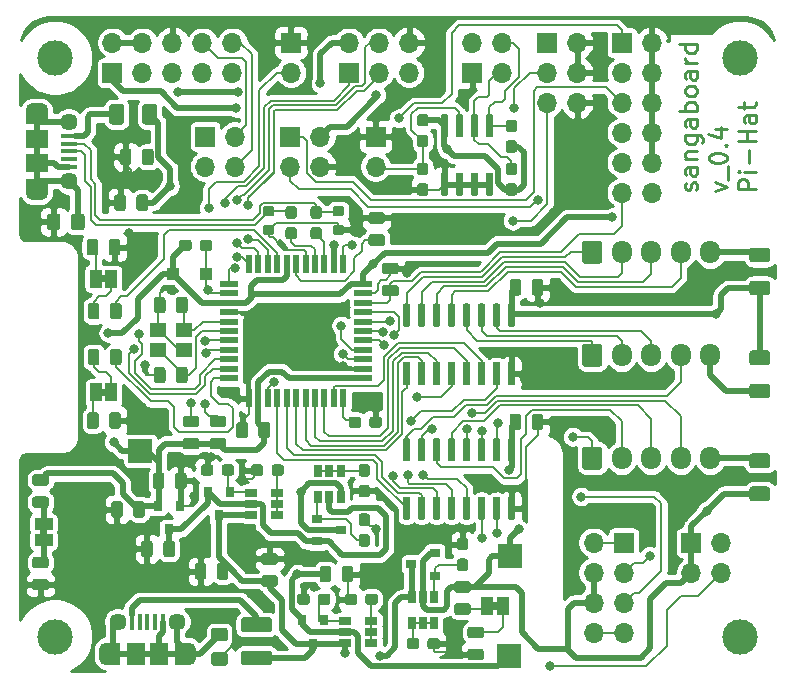
<source format=gtl>
G04 #@! TF.GenerationSoftware,KiCad,Pcbnew,5.1.5-52549c5~84~ubuntu18.04.1*
G04 #@! TF.CreationDate,2020-03-02T19:21:28+00:00*
G04 #@! TF.ProjectId,sangaboard_v0.4,73616e67-6162-46f6-9172-645f76302e34,rev?*
G04 #@! TF.SameCoordinates,Original*
G04 #@! TF.FileFunction,Copper,L1,Top*
G04 #@! TF.FilePolarity,Positive*
%FSLAX46Y46*%
G04 Gerber Fmt 4.6, Leading zero omitted, Abs format (unit mm)*
G04 Created by KiCad (PCBNEW 5.1.5-52549c5~84~ubuntu18.04.1) date 2020-03-02 19:21:28*
%MOMM*%
%LPD*%
G04 APERTURE LIST*
%ADD10C,0.250000*%
%ADD11C,0.150000*%
%ADD12R,1.500000X0.550000*%
%ADD13R,0.550000X1.500000*%
%ADD14R,1.000000X1.500000*%
%ADD15R,1.500000X1.000000*%
%ADD16R,1.700000X1.700000*%
%ADD17O,1.700000X1.700000*%
%ADD18C,3.000000*%
%ADD19R,1.100000X1.100000*%
%ADD20R,1.900000X1.200000*%
%ADD21O,1.900000X1.200000*%
%ADD22R,1.900000X1.500000*%
%ADD23C,1.450000*%
%ADD24R,1.350000X0.400000*%
%ADD25R,1.500000X1.900000*%
%ADD26R,0.400000X1.350000*%
%ADD27O,1.200000X1.900000*%
%ADD28R,1.200000X1.900000*%
%ADD29O,1.700000X1.950000*%
%ADD30R,1.060000X0.650000*%
%ADD31R,0.650000X1.060000*%
%ADD32R,0.800000X0.900000*%
%ADD33R,0.900000X0.800000*%
%ADD34R,2.000000X2.000000*%
%ADD35R,1.400000X1.200000*%
%ADD36C,0.800000*%
%ADD37C,0.200000*%
%ADD38C,0.530000*%
%ADD39C,0.254000*%
G04 APERTURE END LIST*
D10*
X254657142Y-102931785D02*
X254728571Y-102788928D01*
X254728571Y-102503214D01*
X254657142Y-102360357D01*
X254514285Y-102288928D01*
X254442857Y-102288928D01*
X254300000Y-102360357D01*
X254228571Y-102503214D01*
X254228571Y-102717500D01*
X254157142Y-102860357D01*
X254014285Y-102931785D01*
X253942857Y-102931785D01*
X253800000Y-102860357D01*
X253728571Y-102717500D01*
X253728571Y-102503214D01*
X253800000Y-102360357D01*
X254728571Y-101003214D02*
X253942857Y-101003214D01*
X253800000Y-101074642D01*
X253728571Y-101217500D01*
X253728571Y-101503214D01*
X253800000Y-101646071D01*
X254657142Y-101003214D02*
X254728571Y-101146071D01*
X254728571Y-101503214D01*
X254657142Y-101646071D01*
X254514285Y-101717500D01*
X254371428Y-101717500D01*
X254228571Y-101646071D01*
X254157142Y-101503214D01*
X254157142Y-101146071D01*
X254085714Y-101003214D01*
X253728571Y-100288928D02*
X254728571Y-100288928D01*
X253871428Y-100288928D02*
X253800000Y-100217500D01*
X253728571Y-100074642D01*
X253728571Y-99860357D01*
X253800000Y-99717500D01*
X253942857Y-99646071D01*
X254728571Y-99646071D01*
X253728571Y-98288928D02*
X254942857Y-98288928D01*
X255085714Y-98360357D01*
X255157142Y-98431785D01*
X255228571Y-98574642D01*
X255228571Y-98788928D01*
X255157142Y-98931785D01*
X254657142Y-98288928D02*
X254728571Y-98431785D01*
X254728571Y-98717500D01*
X254657142Y-98860357D01*
X254585714Y-98931785D01*
X254442857Y-99003214D01*
X254014285Y-99003214D01*
X253871428Y-98931785D01*
X253800000Y-98860357D01*
X253728571Y-98717500D01*
X253728571Y-98431785D01*
X253800000Y-98288928D01*
X254728571Y-96931785D02*
X253942857Y-96931785D01*
X253800000Y-97003214D01*
X253728571Y-97146071D01*
X253728571Y-97431785D01*
X253800000Y-97574642D01*
X254657142Y-96931785D02*
X254728571Y-97074642D01*
X254728571Y-97431785D01*
X254657142Y-97574642D01*
X254514285Y-97646071D01*
X254371428Y-97646071D01*
X254228571Y-97574642D01*
X254157142Y-97431785D01*
X254157142Y-97074642D01*
X254085714Y-96931785D01*
X254728571Y-96217500D02*
X253228571Y-96217500D01*
X253800000Y-96217500D02*
X253728571Y-96074642D01*
X253728571Y-95788928D01*
X253800000Y-95646071D01*
X253871428Y-95574642D01*
X254014285Y-95503214D01*
X254442857Y-95503214D01*
X254585714Y-95574642D01*
X254657142Y-95646071D01*
X254728571Y-95788928D01*
X254728571Y-96074642D01*
X254657142Y-96217500D01*
X254728571Y-94646071D02*
X254657142Y-94788928D01*
X254585714Y-94860357D01*
X254442857Y-94931785D01*
X254014285Y-94931785D01*
X253871428Y-94860357D01*
X253800000Y-94788928D01*
X253728571Y-94646071D01*
X253728571Y-94431785D01*
X253800000Y-94288928D01*
X253871428Y-94217500D01*
X254014285Y-94146071D01*
X254442857Y-94146071D01*
X254585714Y-94217500D01*
X254657142Y-94288928D01*
X254728571Y-94431785D01*
X254728571Y-94646071D01*
X254728571Y-92860357D02*
X253942857Y-92860357D01*
X253800000Y-92931785D01*
X253728571Y-93074642D01*
X253728571Y-93360357D01*
X253800000Y-93503214D01*
X254657142Y-92860357D02*
X254728571Y-93003214D01*
X254728571Y-93360357D01*
X254657142Y-93503214D01*
X254514285Y-93574642D01*
X254371428Y-93574642D01*
X254228571Y-93503214D01*
X254157142Y-93360357D01*
X254157142Y-93003214D01*
X254085714Y-92860357D01*
X254728571Y-92146071D02*
X253728571Y-92146071D01*
X254014285Y-92146071D02*
X253871428Y-92074642D01*
X253800000Y-92003214D01*
X253728571Y-91860357D01*
X253728571Y-91717500D01*
X254728571Y-90574642D02*
X253228571Y-90574642D01*
X254657142Y-90574642D02*
X254728571Y-90717500D01*
X254728571Y-91003214D01*
X254657142Y-91146071D01*
X254585714Y-91217500D01*
X254442857Y-91288928D01*
X254014285Y-91288928D01*
X253871428Y-91217500D01*
X253800000Y-91146071D01*
X253728571Y-91003214D01*
X253728571Y-90717500D01*
X253800000Y-90574642D01*
X256228571Y-103003214D02*
X257228571Y-102646071D01*
X256228571Y-102288928D01*
X257371428Y-102074642D02*
X257371428Y-100931785D01*
X255728571Y-100288928D02*
X255728571Y-100146071D01*
X255800000Y-100003214D01*
X255871428Y-99931785D01*
X256014285Y-99860357D01*
X256300000Y-99788928D01*
X256657142Y-99788928D01*
X256942857Y-99860357D01*
X257085714Y-99931785D01*
X257157142Y-100003214D01*
X257228571Y-100146071D01*
X257228571Y-100288928D01*
X257157142Y-100431785D01*
X257085714Y-100503214D01*
X256942857Y-100574642D01*
X256657142Y-100646071D01*
X256300000Y-100646071D01*
X256014285Y-100574642D01*
X255871428Y-100503214D01*
X255800000Y-100431785D01*
X255728571Y-100288928D01*
X257085714Y-99146071D02*
X257157142Y-99074642D01*
X257228571Y-99146071D01*
X257157142Y-99217500D01*
X257085714Y-99146071D01*
X257228571Y-99146071D01*
X256228571Y-97788928D02*
X257228571Y-97788928D01*
X255657142Y-98146071D02*
X256728571Y-98503214D01*
X256728571Y-97574642D01*
X259728571Y-102860357D02*
X258228571Y-102860357D01*
X258228571Y-102288928D01*
X258300000Y-102146071D01*
X258371428Y-102074642D01*
X258514285Y-102003214D01*
X258728571Y-102003214D01*
X258871428Y-102074642D01*
X258942857Y-102146071D01*
X259014285Y-102288928D01*
X259014285Y-102860357D01*
X259728571Y-101360357D02*
X258728571Y-101360357D01*
X258228571Y-101360357D02*
X258300000Y-101431785D01*
X258371428Y-101360357D01*
X258300000Y-101288928D01*
X258228571Y-101360357D01*
X258371428Y-101360357D01*
X259157142Y-100646071D02*
X259157142Y-99503214D01*
X259728571Y-98788928D02*
X258228571Y-98788928D01*
X258942857Y-98788928D02*
X258942857Y-97931785D01*
X259728571Y-97931785D02*
X258228571Y-97931785D01*
X259728571Y-96574642D02*
X258942857Y-96574642D01*
X258800000Y-96646071D01*
X258728571Y-96788928D01*
X258728571Y-97074642D01*
X258800000Y-97217500D01*
X259657142Y-96574642D02*
X259728571Y-96717500D01*
X259728571Y-97074642D01*
X259657142Y-97217500D01*
X259514285Y-97288928D01*
X259371428Y-97288928D01*
X259228571Y-97217500D01*
X259157142Y-97074642D01*
X259157142Y-96717500D01*
X259085714Y-96574642D01*
X258728571Y-96074642D02*
X258728571Y-95503214D01*
X258228571Y-95860357D02*
X259514285Y-95860357D01*
X259657142Y-95788928D01*
X259728571Y-95646071D01*
X259728571Y-95503214D01*
D11*
G36*
X204700000Y-110730000D02*
G01*
X204200000Y-110730000D01*
X204200000Y-110130000D01*
X204700000Y-110130000D01*
X204700000Y-110730000D01*
G37*
G36*
X204730000Y-120360000D02*
G01*
X204230000Y-120360000D01*
X204230000Y-119760000D01*
X204730000Y-119760000D01*
X204730000Y-120360000D01*
G37*
G36*
X237870000Y-138450000D02*
G01*
X237370000Y-138450000D01*
X237370000Y-137850000D01*
X237870000Y-137850000D01*
X237870000Y-138450000D01*
G37*
G36*
X199090000Y-132130000D02*
G01*
X199090000Y-131630000D01*
X199690000Y-131630000D01*
X199690000Y-132130000D01*
X199090000Y-132130000D01*
G37*
D12*
X226480000Y-110860000D03*
X226480000Y-111660000D03*
X226480000Y-112460000D03*
X226480000Y-113260000D03*
X226480000Y-114060000D03*
X226480000Y-114860000D03*
X226480000Y-115660000D03*
X226480000Y-116460000D03*
X226480000Y-117260000D03*
X226480000Y-118060000D03*
X226480000Y-118860000D03*
D13*
X224780000Y-120560000D03*
X223980000Y-120560000D03*
X223180000Y-120560000D03*
X222380000Y-120560000D03*
X221580000Y-120560000D03*
X220780000Y-120560000D03*
X219980000Y-120560000D03*
X219180000Y-120560000D03*
X218380000Y-120560000D03*
X217580000Y-120560000D03*
X216780000Y-120560000D03*
D12*
X215080000Y-118860000D03*
X215080000Y-118060000D03*
X215080000Y-117260000D03*
X215080000Y-116460000D03*
X215080000Y-115660000D03*
X215080000Y-114860000D03*
X215080000Y-114060000D03*
X215080000Y-113260000D03*
X215080000Y-112460000D03*
X215080000Y-111660000D03*
X215080000Y-110860000D03*
D13*
X216780000Y-109160000D03*
X217580000Y-109160000D03*
X218380000Y-109160000D03*
X219180000Y-109160000D03*
X219980000Y-109160000D03*
X220780000Y-109160000D03*
X221580000Y-109160000D03*
X222380000Y-109160000D03*
X223180000Y-109160000D03*
X223980000Y-109160000D03*
X224780000Y-109160000D03*
G04 #@! TA.AperFunction,SMDPad,CuDef*
D11*
G36*
X213463279Y-107126144D02*
G01*
X213486334Y-107129563D01*
X213508943Y-107135227D01*
X213530887Y-107143079D01*
X213551957Y-107153044D01*
X213571948Y-107165026D01*
X213590668Y-107178910D01*
X213607938Y-107194562D01*
X213623590Y-107211832D01*
X213637474Y-107230552D01*
X213649456Y-107250543D01*
X213659421Y-107271613D01*
X213667273Y-107293557D01*
X213672937Y-107316166D01*
X213676356Y-107339221D01*
X213677500Y-107362500D01*
X213677500Y-107837500D01*
X213676356Y-107860779D01*
X213672937Y-107883834D01*
X213667273Y-107906443D01*
X213659421Y-107928387D01*
X213649456Y-107949457D01*
X213637474Y-107969448D01*
X213623590Y-107988168D01*
X213607938Y-108005438D01*
X213590668Y-108021090D01*
X213571948Y-108034974D01*
X213551957Y-108046956D01*
X213530887Y-108056921D01*
X213508943Y-108064773D01*
X213486334Y-108070437D01*
X213463279Y-108073856D01*
X213440000Y-108075000D01*
X212865000Y-108075000D01*
X212841721Y-108073856D01*
X212818666Y-108070437D01*
X212796057Y-108064773D01*
X212774113Y-108056921D01*
X212753043Y-108046956D01*
X212733052Y-108034974D01*
X212714332Y-108021090D01*
X212697062Y-108005438D01*
X212681410Y-107988168D01*
X212667526Y-107969448D01*
X212655544Y-107949457D01*
X212645579Y-107928387D01*
X212637727Y-107906443D01*
X212632063Y-107883834D01*
X212628644Y-107860779D01*
X212627500Y-107837500D01*
X212627500Y-107362500D01*
X212628644Y-107339221D01*
X212632063Y-107316166D01*
X212637727Y-107293557D01*
X212645579Y-107271613D01*
X212655544Y-107250543D01*
X212667526Y-107230552D01*
X212681410Y-107211832D01*
X212697062Y-107194562D01*
X212714332Y-107178910D01*
X212733052Y-107165026D01*
X212753043Y-107153044D01*
X212774113Y-107143079D01*
X212796057Y-107135227D01*
X212818666Y-107129563D01*
X212841721Y-107126144D01*
X212865000Y-107125000D01*
X213440000Y-107125000D01*
X213463279Y-107126144D01*
G37*
G04 #@! TD.AperFunction*
G04 #@! TA.AperFunction,SMDPad,CuDef*
G36*
X211713279Y-107126144D02*
G01*
X211736334Y-107129563D01*
X211758943Y-107135227D01*
X211780887Y-107143079D01*
X211801957Y-107153044D01*
X211821948Y-107165026D01*
X211840668Y-107178910D01*
X211857938Y-107194562D01*
X211873590Y-107211832D01*
X211887474Y-107230552D01*
X211899456Y-107250543D01*
X211909421Y-107271613D01*
X211917273Y-107293557D01*
X211922937Y-107316166D01*
X211926356Y-107339221D01*
X211927500Y-107362500D01*
X211927500Y-107837500D01*
X211926356Y-107860779D01*
X211922937Y-107883834D01*
X211917273Y-107906443D01*
X211909421Y-107928387D01*
X211899456Y-107949457D01*
X211887474Y-107969448D01*
X211873590Y-107988168D01*
X211857938Y-108005438D01*
X211840668Y-108021090D01*
X211821948Y-108034974D01*
X211801957Y-108046956D01*
X211780887Y-108056921D01*
X211758943Y-108064773D01*
X211736334Y-108070437D01*
X211713279Y-108073856D01*
X211690000Y-108075000D01*
X211115000Y-108075000D01*
X211091721Y-108073856D01*
X211068666Y-108070437D01*
X211046057Y-108064773D01*
X211024113Y-108056921D01*
X211003043Y-108046956D01*
X210983052Y-108034974D01*
X210964332Y-108021090D01*
X210947062Y-108005438D01*
X210931410Y-107988168D01*
X210917526Y-107969448D01*
X210905544Y-107949457D01*
X210895579Y-107928387D01*
X210887727Y-107906443D01*
X210882063Y-107883834D01*
X210878644Y-107860779D01*
X210877500Y-107837500D01*
X210877500Y-107362500D01*
X210878644Y-107339221D01*
X210882063Y-107316166D01*
X210887727Y-107293557D01*
X210895579Y-107271613D01*
X210905544Y-107250543D01*
X210917526Y-107230552D01*
X210931410Y-107211832D01*
X210947062Y-107194562D01*
X210964332Y-107178910D01*
X210983052Y-107165026D01*
X211003043Y-107153044D01*
X211024113Y-107143079D01*
X211046057Y-107135227D01*
X211068666Y-107129563D01*
X211091721Y-107126144D01*
X211115000Y-107125000D01*
X211690000Y-107125000D01*
X211713279Y-107126144D01*
G37*
G04 #@! TD.AperFunction*
G04 #@! TA.AperFunction,SMDPad,CuDef*
G36*
X227813279Y-122116144D02*
G01*
X227836334Y-122119563D01*
X227858943Y-122125227D01*
X227880887Y-122133079D01*
X227901957Y-122143044D01*
X227921948Y-122155026D01*
X227940668Y-122168910D01*
X227957938Y-122184562D01*
X227973590Y-122201832D01*
X227987474Y-122220552D01*
X227999456Y-122240543D01*
X228009421Y-122261613D01*
X228017273Y-122283557D01*
X228022937Y-122306166D01*
X228026356Y-122329221D01*
X228027500Y-122352500D01*
X228027500Y-122827500D01*
X228026356Y-122850779D01*
X228022937Y-122873834D01*
X228017273Y-122896443D01*
X228009421Y-122918387D01*
X227999456Y-122939457D01*
X227987474Y-122959448D01*
X227973590Y-122978168D01*
X227957938Y-122995438D01*
X227940668Y-123011090D01*
X227921948Y-123024974D01*
X227901957Y-123036956D01*
X227880887Y-123046921D01*
X227858943Y-123054773D01*
X227836334Y-123060437D01*
X227813279Y-123063856D01*
X227790000Y-123065000D01*
X227215000Y-123065000D01*
X227191721Y-123063856D01*
X227168666Y-123060437D01*
X227146057Y-123054773D01*
X227124113Y-123046921D01*
X227103043Y-123036956D01*
X227083052Y-123024974D01*
X227064332Y-123011090D01*
X227047062Y-122995438D01*
X227031410Y-122978168D01*
X227017526Y-122959448D01*
X227005544Y-122939457D01*
X226995579Y-122918387D01*
X226987727Y-122896443D01*
X226982063Y-122873834D01*
X226978644Y-122850779D01*
X226977500Y-122827500D01*
X226977500Y-122352500D01*
X226978644Y-122329221D01*
X226982063Y-122306166D01*
X226987727Y-122283557D01*
X226995579Y-122261613D01*
X227005544Y-122240543D01*
X227017526Y-122220552D01*
X227031410Y-122201832D01*
X227047062Y-122184562D01*
X227064332Y-122168910D01*
X227083052Y-122155026D01*
X227103043Y-122143044D01*
X227124113Y-122133079D01*
X227146057Y-122125227D01*
X227168666Y-122119563D01*
X227191721Y-122116144D01*
X227215000Y-122115000D01*
X227790000Y-122115000D01*
X227813279Y-122116144D01*
G37*
G04 #@! TD.AperFunction*
G04 #@! TA.AperFunction,SMDPad,CuDef*
G36*
X226063279Y-122116144D02*
G01*
X226086334Y-122119563D01*
X226108943Y-122125227D01*
X226130887Y-122133079D01*
X226151957Y-122143044D01*
X226171948Y-122155026D01*
X226190668Y-122168910D01*
X226207938Y-122184562D01*
X226223590Y-122201832D01*
X226237474Y-122220552D01*
X226249456Y-122240543D01*
X226259421Y-122261613D01*
X226267273Y-122283557D01*
X226272937Y-122306166D01*
X226276356Y-122329221D01*
X226277500Y-122352500D01*
X226277500Y-122827500D01*
X226276356Y-122850779D01*
X226272937Y-122873834D01*
X226267273Y-122896443D01*
X226259421Y-122918387D01*
X226249456Y-122939457D01*
X226237474Y-122959448D01*
X226223590Y-122978168D01*
X226207938Y-122995438D01*
X226190668Y-123011090D01*
X226171948Y-123024974D01*
X226151957Y-123036956D01*
X226130887Y-123046921D01*
X226108943Y-123054773D01*
X226086334Y-123060437D01*
X226063279Y-123063856D01*
X226040000Y-123065000D01*
X225465000Y-123065000D01*
X225441721Y-123063856D01*
X225418666Y-123060437D01*
X225396057Y-123054773D01*
X225374113Y-123046921D01*
X225353043Y-123036956D01*
X225333052Y-123024974D01*
X225314332Y-123011090D01*
X225297062Y-122995438D01*
X225281410Y-122978168D01*
X225267526Y-122959448D01*
X225255544Y-122939457D01*
X225245579Y-122918387D01*
X225237727Y-122896443D01*
X225232063Y-122873834D01*
X225228644Y-122850779D01*
X225227500Y-122827500D01*
X225227500Y-122352500D01*
X225228644Y-122329221D01*
X225232063Y-122306166D01*
X225237727Y-122283557D01*
X225245579Y-122261613D01*
X225255544Y-122240543D01*
X225267526Y-122220552D01*
X225281410Y-122201832D01*
X225297062Y-122184562D01*
X225314332Y-122168910D01*
X225333052Y-122155026D01*
X225353043Y-122143044D01*
X225374113Y-122133079D01*
X225396057Y-122125227D01*
X225418666Y-122119563D01*
X225441721Y-122116144D01*
X225465000Y-122115000D01*
X226040000Y-122115000D01*
X226063279Y-122116144D01*
G37*
G04 #@! TD.AperFunction*
G04 #@! TA.AperFunction,SMDPad,CuDef*
G36*
X222727445Y-104311144D02*
G01*
X222750500Y-104314563D01*
X222773109Y-104320227D01*
X222795053Y-104328079D01*
X222816123Y-104338044D01*
X222836114Y-104350026D01*
X222854834Y-104363910D01*
X222872104Y-104379562D01*
X222887756Y-104396832D01*
X222901640Y-104415552D01*
X222913622Y-104435543D01*
X222923587Y-104456613D01*
X222931439Y-104478557D01*
X222937103Y-104501166D01*
X222940522Y-104524221D01*
X222941666Y-104547500D01*
X222941666Y-105122500D01*
X222940522Y-105145779D01*
X222937103Y-105168834D01*
X222931439Y-105191443D01*
X222923587Y-105213387D01*
X222913622Y-105234457D01*
X222901640Y-105254448D01*
X222887756Y-105273168D01*
X222872104Y-105290438D01*
X222854834Y-105306090D01*
X222836114Y-105319974D01*
X222816123Y-105331956D01*
X222795053Y-105341921D01*
X222773109Y-105349773D01*
X222750500Y-105355437D01*
X222727445Y-105358856D01*
X222704166Y-105360000D01*
X222229166Y-105360000D01*
X222205887Y-105358856D01*
X222182832Y-105355437D01*
X222160223Y-105349773D01*
X222138279Y-105341921D01*
X222117209Y-105331956D01*
X222097218Y-105319974D01*
X222078498Y-105306090D01*
X222061228Y-105290438D01*
X222045576Y-105273168D01*
X222031692Y-105254448D01*
X222019710Y-105234457D01*
X222009745Y-105213387D01*
X222001893Y-105191443D01*
X221996229Y-105168834D01*
X221992810Y-105145779D01*
X221991666Y-105122500D01*
X221991666Y-104547500D01*
X221992810Y-104524221D01*
X221996229Y-104501166D01*
X222001893Y-104478557D01*
X222009745Y-104456613D01*
X222019710Y-104435543D01*
X222031692Y-104415552D01*
X222045576Y-104396832D01*
X222061228Y-104379562D01*
X222078498Y-104363910D01*
X222097218Y-104350026D01*
X222117209Y-104338044D01*
X222138279Y-104328079D01*
X222160223Y-104320227D01*
X222182832Y-104314563D01*
X222205887Y-104311144D01*
X222229166Y-104310000D01*
X222704166Y-104310000D01*
X222727445Y-104311144D01*
G37*
G04 #@! TD.AperFunction*
G04 #@! TA.AperFunction,SMDPad,CuDef*
G36*
X222727445Y-106061144D02*
G01*
X222750500Y-106064563D01*
X222773109Y-106070227D01*
X222795053Y-106078079D01*
X222816123Y-106088044D01*
X222836114Y-106100026D01*
X222854834Y-106113910D01*
X222872104Y-106129562D01*
X222887756Y-106146832D01*
X222901640Y-106165552D01*
X222913622Y-106185543D01*
X222923587Y-106206613D01*
X222931439Y-106228557D01*
X222937103Y-106251166D01*
X222940522Y-106274221D01*
X222941666Y-106297500D01*
X222941666Y-106872500D01*
X222940522Y-106895779D01*
X222937103Y-106918834D01*
X222931439Y-106941443D01*
X222923587Y-106963387D01*
X222913622Y-106984457D01*
X222901640Y-107004448D01*
X222887756Y-107023168D01*
X222872104Y-107040438D01*
X222854834Y-107056090D01*
X222836114Y-107069974D01*
X222816123Y-107081956D01*
X222795053Y-107091921D01*
X222773109Y-107099773D01*
X222750500Y-107105437D01*
X222727445Y-107108856D01*
X222704166Y-107110000D01*
X222229166Y-107110000D01*
X222205887Y-107108856D01*
X222182832Y-107105437D01*
X222160223Y-107099773D01*
X222138279Y-107091921D01*
X222117209Y-107081956D01*
X222097218Y-107069974D01*
X222078498Y-107056090D01*
X222061228Y-107040438D01*
X222045576Y-107023168D01*
X222031692Y-107004448D01*
X222019710Y-106984457D01*
X222009745Y-106963387D01*
X222001893Y-106941443D01*
X221996229Y-106918834D01*
X221992810Y-106895779D01*
X221991666Y-106872500D01*
X221991666Y-106297500D01*
X221992810Y-106274221D01*
X221996229Y-106251166D01*
X222001893Y-106228557D01*
X222009745Y-106206613D01*
X222019710Y-106185543D01*
X222031692Y-106165552D01*
X222045576Y-106146832D01*
X222061228Y-106129562D01*
X222078498Y-106113910D01*
X222097218Y-106100026D01*
X222117209Y-106088044D01*
X222138279Y-106078079D01*
X222160223Y-106070227D01*
X222182832Y-106064563D01*
X222205887Y-106061144D01*
X222229166Y-106060000D01*
X222704166Y-106060000D01*
X222727445Y-106061144D01*
G37*
G04 #@! TD.AperFunction*
G04 #@! TA.AperFunction,SMDPad,CuDef*
G36*
X220614112Y-104311144D02*
G01*
X220637167Y-104314563D01*
X220659776Y-104320227D01*
X220681720Y-104328079D01*
X220702790Y-104338044D01*
X220722781Y-104350026D01*
X220741501Y-104363910D01*
X220758771Y-104379562D01*
X220774423Y-104396832D01*
X220788307Y-104415552D01*
X220800289Y-104435543D01*
X220810254Y-104456613D01*
X220818106Y-104478557D01*
X220823770Y-104501166D01*
X220827189Y-104524221D01*
X220828333Y-104547500D01*
X220828333Y-105122500D01*
X220827189Y-105145779D01*
X220823770Y-105168834D01*
X220818106Y-105191443D01*
X220810254Y-105213387D01*
X220800289Y-105234457D01*
X220788307Y-105254448D01*
X220774423Y-105273168D01*
X220758771Y-105290438D01*
X220741501Y-105306090D01*
X220722781Y-105319974D01*
X220702790Y-105331956D01*
X220681720Y-105341921D01*
X220659776Y-105349773D01*
X220637167Y-105355437D01*
X220614112Y-105358856D01*
X220590833Y-105360000D01*
X220115833Y-105360000D01*
X220092554Y-105358856D01*
X220069499Y-105355437D01*
X220046890Y-105349773D01*
X220024946Y-105341921D01*
X220003876Y-105331956D01*
X219983885Y-105319974D01*
X219965165Y-105306090D01*
X219947895Y-105290438D01*
X219932243Y-105273168D01*
X219918359Y-105254448D01*
X219906377Y-105234457D01*
X219896412Y-105213387D01*
X219888560Y-105191443D01*
X219882896Y-105168834D01*
X219879477Y-105145779D01*
X219878333Y-105122500D01*
X219878333Y-104547500D01*
X219879477Y-104524221D01*
X219882896Y-104501166D01*
X219888560Y-104478557D01*
X219896412Y-104456613D01*
X219906377Y-104435543D01*
X219918359Y-104415552D01*
X219932243Y-104396832D01*
X219947895Y-104379562D01*
X219965165Y-104363910D01*
X219983885Y-104350026D01*
X220003876Y-104338044D01*
X220024946Y-104328079D01*
X220046890Y-104320227D01*
X220069499Y-104314563D01*
X220092554Y-104311144D01*
X220115833Y-104310000D01*
X220590833Y-104310000D01*
X220614112Y-104311144D01*
G37*
G04 #@! TD.AperFunction*
G04 #@! TA.AperFunction,SMDPad,CuDef*
G36*
X220614112Y-106061144D02*
G01*
X220637167Y-106064563D01*
X220659776Y-106070227D01*
X220681720Y-106078079D01*
X220702790Y-106088044D01*
X220722781Y-106100026D01*
X220741501Y-106113910D01*
X220758771Y-106129562D01*
X220774423Y-106146832D01*
X220788307Y-106165552D01*
X220800289Y-106185543D01*
X220810254Y-106206613D01*
X220818106Y-106228557D01*
X220823770Y-106251166D01*
X220827189Y-106274221D01*
X220828333Y-106297500D01*
X220828333Y-106872500D01*
X220827189Y-106895779D01*
X220823770Y-106918834D01*
X220818106Y-106941443D01*
X220810254Y-106963387D01*
X220800289Y-106984457D01*
X220788307Y-107004448D01*
X220774423Y-107023168D01*
X220758771Y-107040438D01*
X220741501Y-107056090D01*
X220722781Y-107069974D01*
X220702790Y-107081956D01*
X220681720Y-107091921D01*
X220659776Y-107099773D01*
X220637167Y-107105437D01*
X220614112Y-107108856D01*
X220590833Y-107110000D01*
X220115833Y-107110000D01*
X220092554Y-107108856D01*
X220069499Y-107105437D01*
X220046890Y-107099773D01*
X220024946Y-107091921D01*
X220003876Y-107081956D01*
X219983885Y-107069974D01*
X219965165Y-107056090D01*
X219947895Y-107040438D01*
X219932243Y-107023168D01*
X219918359Y-107004448D01*
X219906377Y-106984457D01*
X219896412Y-106963387D01*
X219888560Y-106941443D01*
X219882896Y-106918834D01*
X219879477Y-106895779D01*
X219878333Y-106872500D01*
X219878333Y-106297500D01*
X219879477Y-106274221D01*
X219882896Y-106251166D01*
X219888560Y-106228557D01*
X219896412Y-106206613D01*
X219906377Y-106185543D01*
X219918359Y-106165552D01*
X219932243Y-106146832D01*
X219947895Y-106129562D01*
X219965165Y-106113910D01*
X219983885Y-106100026D01*
X220003876Y-106088044D01*
X220024946Y-106078079D01*
X220046890Y-106070227D01*
X220069499Y-106064563D01*
X220092554Y-106061144D01*
X220115833Y-106060000D01*
X220590833Y-106060000D01*
X220614112Y-106061144D01*
G37*
G04 #@! TD.AperFunction*
G04 #@! TA.AperFunction,SMDPad,CuDef*
G36*
X205880142Y-129271174D02*
G01*
X205903803Y-129274684D01*
X205927007Y-129280496D01*
X205949529Y-129288554D01*
X205971153Y-129298782D01*
X205991670Y-129311079D01*
X206010883Y-129325329D01*
X206028607Y-129341393D01*
X206044671Y-129359117D01*
X206058921Y-129378330D01*
X206071218Y-129398847D01*
X206081446Y-129420471D01*
X206089504Y-129442993D01*
X206095316Y-129466197D01*
X206098826Y-129489858D01*
X206100000Y-129513750D01*
X206100000Y-130426250D01*
X206098826Y-130450142D01*
X206095316Y-130473803D01*
X206089504Y-130497007D01*
X206081446Y-130519529D01*
X206071218Y-130541153D01*
X206058921Y-130561670D01*
X206044671Y-130580883D01*
X206028607Y-130598607D01*
X206010883Y-130614671D01*
X205991670Y-130628921D01*
X205971153Y-130641218D01*
X205949529Y-130651446D01*
X205927007Y-130659504D01*
X205903803Y-130665316D01*
X205880142Y-130668826D01*
X205856250Y-130670000D01*
X205368750Y-130670000D01*
X205344858Y-130668826D01*
X205321197Y-130665316D01*
X205297993Y-130659504D01*
X205275471Y-130651446D01*
X205253847Y-130641218D01*
X205233330Y-130628921D01*
X205214117Y-130614671D01*
X205196393Y-130598607D01*
X205180329Y-130580883D01*
X205166079Y-130561670D01*
X205153782Y-130541153D01*
X205143554Y-130519529D01*
X205135496Y-130497007D01*
X205129684Y-130473803D01*
X205126174Y-130450142D01*
X205125000Y-130426250D01*
X205125000Y-129513750D01*
X205126174Y-129489858D01*
X205129684Y-129466197D01*
X205135496Y-129442993D01*
X205143554Y-129420471D01*
X205153782Y-129398847D01*
X205166079Y-129378330D01*
X205180329Y-129359117D01*
X205196393Y-129341393D01*
X205214117Y-129325329D01*
X205233330Y-129311079D01*
X205253847Y-129298782D01*
X205275471Y-129288554D01*
X205297993Y-129280496D01*
X205321197Y-129274684D01*
X205344858Y-129271174D01*
X205368750Y-129270000D01*
X205856250Y-129270000D01*
X205880142Y-129271174D01*
G37*
G04 #@! TD.AperFunction*
G04 #@! TA.AperFunction,SMDPad,CuDef*
G36*
X207755142Y-129271174D02*
G01*
X207778803Y-129274684D01*
X207802007Y-129280496D01*
X207824529Y-129288554D01*
X207846153Y-129298782D01*
X207866670Y-129311079D01*
X207885883Y-129325329D01*
X207903607Y-129341393D01*
X207919671Y-129359117D01*
X207933921Y-129378330D01*
X207946218Y-129398847D01*
X207956446Y-129420471D01*
X207964504Y-129442993D01*
X207970316Y-129466197D01*
X207973826Y-129489858D01*
X207975000Y-129513750D01*
X207975000Y-130426250D01*
X207973826Y-130450142D01*
X207970316Y-130473803D01*
X207964504Y-130497007D01*
X207956446Y-130519529D01*
X207946218Y-130541153D01*
X207933921Y-130561670D01*
X207919671Y-130580883D01*
X207903607Y-130598607D01*
X207885883Y-130614671D01*
X207866670Y-130628921D01*
X207846153Y-130641218D01*
X207824529Y-130651446D01*
X207802007Y-130659504D01*
X207778803Y-130665316D01*
X207755142Y-130668826D01*
X207731250Y-130670000D01*
X207243750Y-130670000D01*
X207219858Y-130668826D01*
X207196197Y-130665316D01*
X207172993Y-130659504D01*
X207150471Y-130651446D01*
X207128847Y-130641218D01*
X207108330Y-130628921D01*
X207089117Y-130614671D01*
X207071393Y-130598607D01*
X207055329Y-130580883D01*
X207041079Y-130561670D01*
X207028782Y-130541153D01*
X207018554Y-130519529D01*
X207010496Y-130497007D01*
X207004684Y-130473803D01*
X207001174Y-130450142D01*
X207000000Y-130426250D01*
X207000000Y-129513750D01*
X207001174Y-129489858D01*
X207004684Y-129466197D01*
X207010496Y-129442993D01*
X207018554Y-129420471D01*
X207028782Y-129398847D01*
X207041079Y-129378330D01*
X207055329Y-129359117D01*
X207071393Y-129341393D01*
X207089117Y-129325329D01*
X207108330Y-129311079D01*
X207128847Y-129298782D01*
X207150471Y-129288554D01*
X207172993Y-129280496D01*
X207196197Y-129274684D01*
X207219858Y-129271174D01*
X207243750Y-129270000D01*
X207731250Y-129270000D01*
X207755142Y-129271174D01*
G37*
G04 #@! TD.AperFunction*
G04 #@! TA.AperFunction,SMDPad,CuDef*
G36*
X208412642Y-132611174D02*
G01*
X208436303Y-132614684D01*
X208459507Y-132620496D01*
X208482029Y-132628554D01*
X208503653Y-132638782D01*
X208524170Y-132651079D01*
X208543383Y-132665329D01*
X208561107Y-132681393D01*
X208577171Y-132699117D01*
X208591421Y-132718330D01*
X208603718Y-132738847D01*
X208613946Y-132760471D01*
X208622004Y-132782993D01*
X208627816Y-132806197D01*
X208631326Y-132829858D01*
X208632500Y-132853750D01*
X208632500Y-133766250D01*
X208631326Y-133790142D01*
X208627816Y-133813803D01*
X208622004Y-133837007D01*
X208613946Y-133859529D01*
X208603718Y-133881153D01*
X208591421Y-133901670D01*
X208577171Y-133920883D01*
X208561107Y-133938607D01*
X208543383Y-133954671D01*
X208524170Y-133968921D01*
X208503653Y-133981218D01*
X208482029Y-133991446D01*
X208459507Y-133999504D01*
X208436303Y-134005316D01*
X208412642Y-134008826D01*
X208388750Y-134010000D01*
X207901250Y-134010000D01*
X207877358Y-134008826D01*
X207853697Y-134005316D01*
X207830493Y-133999504D01*
X207807971Y-133991446D01*
X207786347Y-133981218D01*
X207765830Y-133968921D01*
X207746617Y-133954671D01*
X207728893Y-133938607D01*
X207712829Y-133920883D01*
X207698579Y-133901670D01*
X207686282Y-133881153D01*
X207676054Y-133859529D01*
X207667996Y-133837007D01*
X207662184Y-133813803D01*
X207658674Y-133790142D01*
X207657500Y-133766250D01*
X207657500Y-132853750D01*
X207658674Y-132829858D01*
X207662184Y-132806197D01*
X207667996Y-132782993D01*
X207676054Y-132760471D01*
X207686282Y-132738847D01*
X207698579Y-132718330D01*
X207712829Y-132699117D01*
X207728893Y-132681393D01*
X207746617Y-132665329D01*
X207765830Y-132651079D01*
X207786347Y-132638782D01*
X207807971Y-132628554D01*
X207830493Y-132620496D01*
X207853697Y-132614684D01*
X207877358Y-132611174D01*
X207901250Y-132610000D01*
X208388750Y-132610000D01*
X208412642Y-132611174D01*
G37*
G04 #@! TD.AperFunction*
G04 #@! TA.AperFunction,SMDPad,CuDef*
G36*
X210287642Y-132611174D02*
G01*
X210311303Y-132614684D01*
X210334507Y-132620496D01*
X210357029Y-132628554D01*
X210378653Y-132638782D01*
X210399170Y-132651079D01*
X210418383Y-132665329D01*
X210436107Y-132681393D01*
X210452171Y-132699117D01*
X210466421Y-132718330D01*
X210478718Y-132738847D01*
X210488946Y-132760471D01*
X210497004Y-132782993D01*
X210502816Y-132806197D01*
X210506326Y-132829858D01*
X210507500Y-132853750D01*
X210507500Y-133766250D01*
X210506326Y-133790142D01*
X210502816Y-133813803D01*
X210497004Y-133837007D01*
X210488946Y-133859529D01*
X210478718Y-133881153D01*
X210466421Y-133901670D01*
X210452171Y-133920883D01*
X210436107Y-133938607D01*
X210418383Y-133954671D01*
X210399170Y-133968921D01*
X210378653Y-133981218D01*
X210357029Y-133991446D01*
X210334507Y-133999504D01*
X210311303Y-134005316D01*
X210287642Y-134008826D01*
X210263750Y-134010000D01*
X209776250Y-134010000D01*
X209752358Y-134008826D01*
X209728697Y-134005316D01*
X209705493Y-133999504D01*
X209682971Y-133991446D01*
X209661347Y-133981218D01*
X209640830Y-133968921D01*
X209621617Y-133954671D01*
X209603893Y-133938607D01*
X209587829Y-133920883D01*
X209573579Y-133901670D01*
X209561282Y-133881153D01*
X209551054Y-133859529D01*
X209542996Y-133837007D01*
X209537184Y-133813803D01*
X209533674Y-133790142D01*
X209532500Y-133766250D01*
X209532500Y-132853750D01*
X209533674Y-132829858D01*
X209537184Y-132806197D01*
X209542996Y-132782993D01*
X209551054Y-132760471D01*
X209561282Y-132738847D01*
X209573579Y-132718330D01*
X209587829Y-132699117D01*
X209603893Y-132681393D01*
X209621617Y-132665329D01*
X209640830Y-132651079D01*
X209661347Y-132638782D01*
X209682971Y-132628554D01*
X209705493Y-132620496D01*
X209728697Y-132614684D01*
X209752358Y-132611174D01*
X209776250Y-132610000D01*
X210263750Y-132610000D01*
X210287642Y-132611174D01*
G37*
G04 #@! TD.AperFunction*
G04 #@! TA.AperFunction,SMDPad,CuDef*
G36*
X212950142Y-134521174D02*
G01*
X212973803Y-134524684D01*
X212997007Y-134530496D01*
X213019529Y-134538554D01*
X213041153Y-134548782D01*
X213061670Y-134561079D01*
X213080883Y-134575329D01*
X213098607Y-134591393D01*
X213114671Y-134609117D01*
X213128921Y-134628330D01*
X213141218Y-134648847D01*
X213151446Y-134670471D01*
X213159504Y-134692993D01*
X213165316Y-134716197D01*
X213168826Y-134739858D01*
X213170000Y-134763750D01*
X213170000Y-135676250D01*
X213168826Y-135700142D01*
X213165316Y-135723803D01*
X213159504Y-135747007D01*
X213151446Y-135769529D01*
X213141218Y-135791153D01*
X213128921Y-135811670D01*
X213114671Y-135830883D01*
X213098607Y-135848607D01*
X213080883Y-135864671D01*
X213061670Y-135878921D01*
X213041153Y-135891218D01*
X213019529Y-135901446D01*
X212997007Y-135909504D01*
X212973803Y-135915316D01*
X212950142Y-135918826D01*
X212926250Y-135920000D01*
X212438750Y-135920000D01*
X212414858Y-135918826D01*
X212391197Y-135915316D01*
X212367993Y-135909504D01*
X212345471Y-135901446D01*
X212323847Y-135891218D01*
X212303330Y-135878921D01*
X212284117Y-135864671D01*
X212266393Y-135848607D01*
X212250329Y-135830883D01*
X212236079Y-135811670D01*
X212223782Y-135791153D01*
X212213554Y-135769529D01*
X212205496Y-135747007D01*
X212199684Y-135723803D01*
X212196174Y-135700142D01*
X212195000Y-135676250D01*
X212195000Y-134763750D01*
X212196174Y-134739858D01*
X212199684Y-134716197D01*
X212205496Y-134692993D01*
X212213554Y-134670471D01*
X212223782Y-134648847D01*
X212236079Y-134628330D01*
X212250329Y-134609117D01*
X212266393Y-134591393D01*
X212284117Y-134575329D01*
X212303330Y-134561079D01*
X212323847Y-134548782D01*
X212345471Y-134538554D01*
X212367993Y-134530496D01*
X212391197Y-134524684D01*
X212414858Y-134521174D01*
X212438750Y-134520000D01*
X212926250Y-134520000D01*
X212950142Y-134521174D01*
G37*
G04 #@! TD.AperFunction*
G04 #@! TA.AperFunction,SMDPad,CuDef*
G36*
X214825142Y-134521174D02*
G01*
X214848803Y-134524684D01*
X214872007Y-134530496D01*
X214894529Y-134538554D01*
X214916153Y-134548782D01*
X214936670Y-134561079D01*
X214955883Y-134575329D01*
X214973607Y-134591393D01*
X214989671Y-134609117D01*
X215003921Y-134628330D01*
X215016218Y-134648847D01*
X215026446Y-134670471D01*
X215034504Y-134692993D01*
X215040316Y-134716197D01*
X215043826Y-134739858D01*
X215045000Y-134763750D01*
X215045000Y-135676250D01*
X215043826Y-135700142D01*
X215040316Y-135723803D01*
X215034504Y-135747007D01*
X215026446Y-135769529D01*
X215016218Y-135791153D01*
X215003921Y-135811670D01*
X214989671Y-135830883D01*
X214973607Y-135848607D01*
X214955883Y-135864671D01*
X214936670Y-135878921D01*
X214916153Y-135891218D01*
X214894529Y-135901446D01*
X214872007Y-135909504D01*
X214848803Y-135915316D01*
X214825142Y-135918826D01*
X214801250Y-135920000D01*
X214313750Y-135920000D01*
X214289858Y-135918826D01*
X214266197Y-135915316D01*
X214242993Y-135909504D01*
X214220471Y-135901446D01*
X214198847Y-135891218D01*
X214178330Y-135878921D01*
X214159117Y-135864671D01*
X214141393Y-135848607D01*
X214125329Y-135830883D01*
X214111079Y-135811670D01*
X214098782Y-135791153D01*
X214088554Y-135769529D01*
X214080496Y-135747007D01*
X214074684Y-135723803D01*
X214071174Y-135700142D01*
X214070000Y-135676250D01*
X214070000Y-134763750D01*
X214071174Y-134739858D01*
X214074684Y-134716197D01*
X214080496Y-134692993D01*
X214088554Y-134670471D01*
X214098782Y-134648847D01*
X214111079Y-134628330D01*
X214125329Y-134609117D01*
X214141393Y-134591393D01*
X214159117Y-134575329D01*
X214178330Y-134561079D01*
X214198847Y-134548782D01*
X214220471Y-134538554D01*
X214242993Y-134530496D01*
X214266197Y-134524684D01*
X214289858Y-134521174D01*
X214313750Y-134520000D01*
X214801250Y-134520000D01*
X214825142Y-134521174D01*
G37*
G04 #@! TD.AperFunction*
G04 #@! TA.AperFunction,SMDPad,CuDef*
G36*
X206620142Y-99421174D02*
G01*
X206643803Y-99424684D01*
X206667007Y-99430496D01*
X206689529Y-99438554D01*
X206711153Y-99448782D01*
X206731670Y-99461079D01*
X206750883Y-99475329D01*
X206768607Y-99491393D01*
X206784671Y-99509117D01*
X206798921Y-99528330D01*
X206811218Y-99548847D01*
X206821446Y-99570471D01*
X206829504Y-99592993D01*
X206835316Y-99616197D01*
X206838826Y-99639858D01*
X206840000Y-99663750D01*
X206840000Y-100576250D01*
X206838826Y-100600142D01*
X206835316Y-100623803D01*
X206829504Y-100647007D01*
X206821446Y-100669529D01*
X206811218Y-100691153D01*
X206798921Y-100711670D01*
X206784671Y-100730883D01*
X206768607Y-100748607D01*
X206750883Y-100764671D01*
X206731670Y-100778921D01*
X206711153Y-100791218D01*
X206689529Y-100801446D01*
X206667007Y-100809504D01*
X206643803Y-100815316D01*
X206620142Y-100818826D01*
X206596250Y-100820000D01*
X206108750Y-100820000D01*
X206084858Y-100818826D01*
X206061197Y-100815316D01*
X206037993Y-100809504D01*
X206015471Y-100801446D01*
X205993847Y-100791218D01*
X205973330Y-100778921D01*
X205954117Y-100764671D01*
X205936393Y-100748607D01*
X205920329Y-100730883D01*
X205906079Y-100711670D01*
X205893782Y-100691153D01*
X205883554Y-100669529D01*
X205875496Y-100647007D01*
X205869684Y-100623803D01*
X205866174Y-100600142D01*
X205865000Y-100576250D01*
X205865000Y-99663750D01*
X205866174Y-99639858D01*
X205869684Y-99616197D01*
X205875496Y-99592993D01*
X205883554Y-99570471D01*
X205893782Y-99548847D01*
X205906079Y-99528330D01*
X205920329Y-99509117D01*
X205936393Y-99491393D01*
X205954117Y-99475329D01*
X205973330Y-99461079D01*
X205993847Y-99448782D01*
X206015471Y-99438554D01*
X206037993Y-99430496D01*
X206061197Y-99424684D01*
X206084858Y-99421174D01*
X206108750Y-99420000D01*
X206596250Y-99420000D01*
X206620142Y-99421174D01*
G37*
G04 #@! TD.AperFunction*
G04 #@! TA.AperFunction,SMDPad,CuDef*
G36*
X208495142Y-99421174D02*
G01*
X208518803Y-99424684D01*
X208542007Y-99430496D01*
X208564529Y-99438554D01*
X208586153Y-99448782D01*
X208606670Y-99461079D01*
X208625883Y-99475329D01*
X208643607Y-99491393D01*
X208659671Y-99509117D01*
X208673921Y-99528330D01*
X208686218Y-99548847D01*
X208696446Y-99570471D01*
X208704504Y-99592993D01*
X208710316Y-99616197D01*
X208713826Y-99639858D01*
X208715000Y-99663750D01*
X208715000Y-100576250D01*
X208713826Y-100600142D01*
X208710316Y-100623803D01*
X208704504Y-100647007D01*
X208696446Y-100669529D01*
X208686218Y-100691153D01*
X208673921Y-100711670D01*
X208659671Y-100730883D01*
X208643607Y-100748607D01*
X208625883Y-100764671D01*
X208606670Y-100778921D01*
X208586153Y-100791218D01*
X208564529Y-100801446D01*
X208542007Y-100809504D01*
X208518803Y-100815316D01*
X208495142Y-100818826D01*
X208471250Y-100820000D01*
X207983750Y-100820000D01*
X207959858Y-100818826D01*
X207936197Y-100815316D01*
X207912993Y-100809504D01*
X207890471Y-100801446D01*
X207868847Y-100791218D01*
X207848330Y-100778921D01*
X207829117Y-100764671D01*
X207811393Y-100748607D01*
X207795329Y-100730883D01*
X207781079Y-100711670D01*
X207768782Y-100691153D01*
X207758554Y-100669529D01*
X207750496Y-100647007D01*
X207744684Y-100623803D01*
X207741174Y-100600142D01*
X207740000Y-100576250D01*
X207740000Y-99663750D01*
X207741174Y-99639858D01*
X207744684Y-99616197D01*
X207750496Y-99592993D01*
X207758554Y-99570471D01*
X207768782Y-99548847D01*
X207781079Y-99528330D01*
X207795329Y-99509117D01*
X207811393Y-99491393D01*
X207829117Y-99475329D01*
X207848330Y-99461079D01*
X207868847Y-99448782D01*
X207890471Y-99438554D01*
X207912993Y-99430496D01*
X207936197Y-99424684D01*
X207959858Y-99421174D01*
X207983750Y-99420000D01*
X208471250Y-99420000D01*
X208495142Y-99421174D01*
G37*
G04 #@! TD.AperFunction*
D14*
X203800000Y-110430000D03*
X205100000Y-110430000D03*
X203830000Y-120060000D03*
X205130000Y-120060000D03*
X236970000Y-138150000D03*
X238270000Y-138150000D03*
D15*
X199390000Y-131230000D03*
X199390000Y-132530000D03*
D16*
X248360000Y-90450000D03*
D17*
X250900000Y-90450000D03*
X248360000Y-92990000D03*
X250900000Y-92990000D03*
X248360000Y-95530000D03*
X250900000Y-95530000D03*
X248360000Y-98070000D03*
X250900000Y-98070000D03*
X248360000Y-100610000D03*
X250900000Y-100610000D03*
X248360000Y-103150000D03*
X250900000Y-103150000D03*
D18*
X200360000Y-140734000D03*
X258360000Y-140734000D03*
X258360000Y-91734000D03*
X200360000Y-91734000D03*
D17*
X245974000Y-140415001D03*
X248514000Y-140415001D03*
X245974000Y-137875001D03*
X248514000Y-137875001D03*
X245974000Y-135335001D03*
X248514000Y-135335001D03*
X245974000Y-132795001D03*
D16*
X248514000Y-132795001D03*
G04 #@! TA.AperFunction,SMDPad,CuDef*
D11*
G36*
X229240142Y-110961174D02*
G01*
X229263803Y-110964684D01*
X229287007Y-110970496D01*
X229309529Y-110978554D01*
X229331153Y-110988782D01*
X229351670Y-111001079D01*
X229370883Y-111015329D01*
X229388607Y-111031393D01*
X229404671Y-111049117D01*
X229418921Y-111068330D01*
X229431218Y-111088847D01*
X229441446Y-111110471D01*
X229449504Y-111132993D01*
X229455316Y-111156197D01*
X229458826Y-111179858D01*
X229460000Y-111203750D01*
X229460000Y-111691250D01*
X229458826Y-111715142D01*
X229455316Y-111738803D01*
X229449504Y-111762007D01*
X229441446Y-111784529D01*
X229431218Y-111806153D01*
X229418921Y-111826670D01*
X229404671Y-111845883D01*
X229388607Y-111863607D01*
X229370883Y-111879671D01*
X229351670Y-111893921D01*
X229331153Y-111906218D01*
X229309529Y-111916446D01*
X229287007Y-111924504D01*
X229263803Y-111930316D01*
X229240142Y-111933826D01*
X229216250Y-111935000D01*
X228303750Y-111935000D01*
X228279858Y-111933826D01*
X228256197Y-111930316D01*
X228232993Y-111924504D01*
X228210471Y-111916446D01*
X228188847Y-111906218D01*
X228168330Y-111893921D01*
X228149117Y-111879671D01*
X228131393Y-111863607D01*
X228115329Y-111845883D01*
X228101079Y-111826670D01*
X228088782Y-111806153D01*
X228078554Y-111784529D01*
X228070496Y-111762007D01*
X228064684Y-111738803D01*
X228061174Y-111715142D01*
X228060000Y-111691250D01*
X228060000Y-111203750D01*
X228061174Y-111179858D01*
X228064684Y-111156197D01*
X228070496Y-111132993D01*
X228078554Y-111110471D01*
X228088782Y-111088847D01*
X228101079Y-111068330D01*
X228115329Y-111049117D01*
X228131393Y-111031393D01*
X228149117Y-111015329D01*
X228168330Y-111001079D01*
X228188847Y-110988782D01*
X228210471Y-110978554D01*
X228232993Y-110970496D01*
X228256197Y-110964684D01*
X228279858Y-110961174D01*
X228303750Y-110960000D01*
X229216250Y-110960000D01*
X229240142Y-110961174D01*
G37*
G04 #@! TD.AperFunction*
G04 #@! TA.AperFunction,SMDPad,CuDef*
G36*
X229240142Y-109086174D02*
G01*
X229263803Y-109089684D01*
X229287007Y-109095496D01*
X229309529Y-109103554D01*
X229331153Y-109113782D01*
X229351670Y-109126079D01*
X229370883Y-109140329D01*
X229388607Y-109156393D01*
X229404671Y-109174117D01*
X229418921Y-109193330D01*
X229431218Y-109213847D01*
X229441446Y-109235471D01*
X229449504Y-109257993D01*
X229455316Y-109281197D01*
X229458826Y-109304858D01*
X229460000Y-109328750D01*
X229460000Y-109816250D01*
X229458826Y-109840142D01*
X229455316Y-109863803D01*
X229449504Y-109887007D01*
X229441446Y-109909529D01*
X229431218Y-109931153D01*
X229418921Y-109951670D01*
X229404671Y-109970883D01*
X229388607Y-109988607D01*
X229370883Y-110004671D01*
X229351670Y-110018921D01*
X229331153Y-110031218D01*
X229309529Y-110041446D01*
X229287007Y-110049504D01*
X229263803Y-110055316D01*
X229240142Y-110058826D01*
X229216250Y-110060000D01*
X228303750Y-110060000D01*
X228279858Y-110058826D01*
X228256197Y-110055316D01*
X228232993Y-110049504D01*
X228210471Y-110041446D01*
X228188847Y-110031218D01*
X228168330Y-110018921D01*
X228149117Y-110004671D01*
X228131393Y-109988607D01*
X228115329Y-109970883D01*
X228101079Y-109951670D01*
X228088782Y-109931153D01*
X228078554Y-109909529D01*
X228070496Y-109887007D01*
X228064684Y-109863803D01*
X228061174Y-109840142D01*
X228060000Y-109816250D01*
X228060000Y-109328750D01*
X228061174Y-109304858D01*
X228064684Y-109281197D01*
X228070496Y-109257993D01*
X228078554Y-109235471D01*
X228088782Y-109213847D01*
X228101079Y-109193330D01*
X228115329Y-109174117D01*
X228131393Y-109156393D01*
X228149117Y-109140329D01*
X228168330Y-109126079D01*
X228188847Y-109113782D01*
X228210471Y-109103554D01*
X228232993Y-109095496D01*
X228256197Y-109089684D01*
X228279858Y-109086174D01*
X228303750Y-109085000D01*
X229216250Y-109085000D01*
X229240142Y-109086174D01*
G37*
G04 #@! TD.AperFunction*
G04 #@! TA.AperFunction,SMDPad,CuDef*
G36*
X209500142Y-117891174D02*
G01*
X209523803Y-117894684D01*
X209547007Y-117900496D01*
X209569529Y-117908554D01*
X209591153Y-117918782D01*
X209611670Y-117931079D01*
X209630883Y-117945329D01*
X209648607Y-117961393D01*
X209664671Y-117979117D01*
X209678921Y-117998330D01*
X209691218Y-118018847D01*
X209701446Y-118040471D01*
X209709504Y-118062993D01*
X209715316Y-118086197D01*
X209718826Y-118109858D01*
X209720000Y-118133750D01*
X209720000Y-119046250D01*
X209718826Y-119070142D01*
X209715316Y-119093803D01*
X209709504Y-119117007D01*
X209701446Y-119139529D01*
X209691218Y-119161153D01*
X209678921Y-119181670D01*
X209664671Y-119200883D01*
X209648607Y-119218607D01*
X209630883Y-119234671D01*
X209611670Y-119248921D01*
X209591153Y-119261218D01*
X209569529Y-119271446D01*
X209547007Y-119279504D01*
X209523803Y-119285316D01*
X209500142Y-119288826D01*
X209476250Y-119290000D01*
X208988750Y-119290000D01*
X208964858Y-119288826D01*
X208941197Y-119285316D01*
X208917993Y-119279504D01*
X208895471Y-119271446D01*
X208873847Y-119261218D01*
X208853330Y-119248921D01*
X208834117Y-119234671D01*
X208816393Y-119218607D01*
X208800329Y-119200883D01*
X208786079Y-119181670D01*
X208773782Y-119161153D01*
X208763554Y-119139529D01*
X208755496Y-119117007D01*
X208749684Y-119093803D01*
X208746174Y-119070142D01*
X208745000Y-119046250D01*
X208745000Y-118133750D01*
X208746174Y-118109858D01*
X208749684Y-118086197D01*
X208755496Y-118062993D01*
X208763554Y-118040471D01*
X208773782Y-118018847D01*
X208786079Y-117998330D01*
X208800329Y-117979117D01*
X208816393Y-117961393D01*
X208834117Y-117945329D01*
X208853330Y-117931079D01*
X208873847Y-117918782D01*
X208895471Y-117908554D01*
X208917993Y-117900496D01*
X208941197Y-117894684D01*
X208964858Y-117891174D01*
X208988750Y-117890000D01*
X209476250Y-117890000D01*
X209500142Y-117891174D01*
G37*
G04 #@! TD.AperFunction*
G04 #@! TA.AperFunction,SMDPad,CuDef*
G36*
X211375142Y-117891174D02*
G01*
X211398803Y-117894684D01*
X211422007Y-117900496D01*
X211444529Y-117908554D01*
X211466153Y-117918782D01*
X211486670Y-117931079D01*
X211505883Y-117945329D01*
X211523607Y-117961393D01*
X211539671Y-117979117D01*
X211553921Y-117998330D01*
X211566218Y-118018847D01*
X211576446Y-118040471D01*
X211584504Y-118062993D01*
X211590316Y-118086197D01*
X211593826Y-118109858D01*
X211595000Y-118133750D01*
X211595000Y-119046250D01*
X211593826Y-119070142D01*
X211590316Y-119093803D01*
X211584504Y-119117007D01*
X211576446Y-119139529D01*
X211566218Y-119161153D01*
X211553921Y-119181670D01*
X211539671Y-119200883D01*
X211523607Y-119218607D01*
X211505883Y-119234671D01*
X211486670Y-119248921D01*
X211466153Y-119261218D01*
X211444529Y-119271446D01*
X211422007Y-119279504D01*
X211398803Y-119285316D01*
X211375142Y-119288826D01*
X211351250Y-119290000D01*
X210863750Y-119290000D01*
X210839858Y-119288826D01*
X210816197Y-119285316D01*
X210792993Y-119279504D01*
X210770471Y-119271446D01*
X210748847Y-119261218D01*
X210728330Y-119248921D01*
X210709117Y-119234671D01*
X210691393Y-119218607D01*
X210675329Y-119200883D01*
X210661079Y-119181670D01*
X210648782Y-119161153D01*
X210638554Y-119139529D01*
X210630496Y-119117007D01*
X210624684Y-119093803D01*
X210621174Y-119070142D01*
X210620000Y-119046250D01*
X210620000Y-118133750D01*
X210621174Y-118109858D01*
X210624684Y-118086197D01*
X210630496Y-118062993D01*
X210638554Y-118040471D01*
X210648782Y-118018847D01*
X210661079Y-117998330D01*
X210675329Y-117979117D01*
X210691393Y-117961393D01*
X210709117Y-117945329D01*
X210728330Y-117931079D01*
X210748847Y-117918782D01*
X210770471Y-117908554D01*
X210792993Y-117900496D01*
X210816197Y-117894684D01*
X210839858Y-117891174D01*
X210863750Y-117890000D01*
X211351250Y-117890000D01*
X211375142Y-117891174D01*
G37*
G04 #@! TD.AperFunction*
G04 #@! TA.AperFunction,SMDPad,CuDef*
G36*
X211375142Y-111961174D02*
G01*
X211398803Y-111964684D01*
X211422007Y-111970496D01*
X211444529Y-111978554D01*
X211466153Y-111988782D01*
X211486670Y-112001079D01*
X211505883Y-112015329D01*
X211523607Y-112031393D01*
X211539671Y-112049117D01*
X211553921Y-112068330D01*
X211566218Y-112088847D01*
X211576446Y-112110471D01*
X211584504Y-112132993D01*
X211590316Y-112156197D01*
X211593826Y-112179858D01*
X211595000Y-112203750D01*
X211595000Y-113116250D01*
X211593826Y-113140142D01*
X211590316Y-113163803D01*
X211584504Y-113187007D01*
X211576446Y-113209529D01*
X211566218Y-113231153D01*
X211553921Y-113251670D01*
X211539671Y-113270883D01*
X211523607Y-113288607D01*
X211505883Y-113304671D01*
X211486670Y-113318921D01*
X211466153Y-113331218D01*
X211444529Y-113341446D01*
X211422007Y-113349504D01*
X211398803Y-113355316D01*
X211375142Y-113358826D01*
X211351250Y-113360000D01*
X210863750Y-113360000D01*
X210839858Y-113358826D01*
X210816197Y-113355316D01*
X210792993Y-113349504D01*
X210770471Y-113341446D01*
X210748847Y-113331218D01*
X210728330Y-113318921D01*
X210709117Y-113304671D01*
X210691393Y-113288607D01*
X210675329Y-113270883D01*
X210661079Y-113251670D01*
X210648782Y-113231153D01*
X210638554Y-113209529D01*
X210630496Y-113187007D01*
X210624684Y-113163803D01*
X210621174Y-113140142D01*
X210620000Y-113116250D01*
X210620000Y-112203750D01*
X210621174Y-112179858D01*
X210624684Y-112156197D01*
X210630496Y-112132993D01*
X210638554Y-112110471D01*
X210648782Y-112088847D01*
X210661079Y-112068330D01*
X210675329Y-112049117D01*
X210691393Y-112031393D01*
X210709117Y-112015329D01*
X210728330Y-112001079D01*
X210748847Y-111988782D01*
X210770471Y-111978554D01*
X210792993Y-111970496D01*
X210816197Y-111964684D01*
X210839858Y-111961174D01*
X210863750Y-111960000D01*
X211351250Y-111960000D01*
X211375142Y-111961174D01*
G37*
G04 #@! TD.AperFunction*
G04 #@! TA.AperFunction,SMDPad,CuDef*
G36*
X209500142Y-111961174D02*
G01*
X209523803Y-111964684D01*
X209547007Y-111970496D01*
X209569529Y-111978554D01*
X209591153Y-111988782D01*
X209611670Y-112001079D01*
X209630883Y-112015329D01*
X209648607Y-112031393D01*
X209664671Y-112049117D01*
X209678921Y-112068330D01*
X209691218Y-112088847D01*
X209701446Y-112110471D01*
X209709504Y-112132993D01*
X209715316Y-112156197D01*
X209718826Y-112179858D01*
X209720000Y-112203750D01*
X209720000Y-113116250D01*
X209718826Y-113140142D01*
X209715316Y-113163803D01*
X209709504Y-113187007D01*
X209701446Y-113209529D01*
X209691218Y-113231153D01*
X209678921Y-113251670D01*
X209664671Y-113270883D01*
X209648607Y-113288607D01*
X209630883Y-113304671D01*
X209611670Y-113318921D01*
X209591153Y-113331218D01*
X209569529Y-113341446D01*
X209547007Y-113349504D01*
X209523803Y-113355316D01*
X209500142Y-113358826D01*
X209476250Y-113360000D01*
X208988750Y-113360000D01*
X208964858Y-113358826D01*
X208941197Y-113355316D01*
X208917993Y-113349504D01*
X208895471Y-113341446D01*
X208873847Y-113331218D01*
X208853330Y-113318921D01*
X208834117Y-113304671D01*
X208816393Y-113288607D01*
X208800329Y-113270883D01*
X208786079Y-113251670D01*
X208773782Y-113231153D01*
X208763554Y-113209529D01*
X208755496Y-113187007D01*
X208749684Y-113163803D01*
X208746174Y-113140142D01*
X208745000Y-113116250D01*
X208745000Y-112203750D01*
X208746174Y-112179858D01*
X208749684Y-112156197D01*
X208755496Y-112132993D01*
X208763554Y-112110471D01*
X208773782Y-112088847D01*
X208786079Y-112068330D01*
X208800329Y-112049117D01*
X208816393Y-112031393D01*
X208834117Y-112015329D01*
X208853330Y-112001079D01*
X208873847Y-111988782D01*
X208895471Y-111978554D01*
X208917993Y-111970496D01*
X208941197Y-111964684D01*
X208964858Y-111961174D01*
X208988750Y-111960000D01*
X209476250Y-111960000D01*
X209500142Y-111961174D01*
G37*
G04 #@! TD.AperFunction*
G04 #@! TA.AperFunction,SMDPad,CuDef*
G36*
X206137642Y-103301174D02*
G01*
X206161303Y-103304684D01*
X206184507Y-103310496D01*
X206207029Y-103318554D01*
X206228653Y-103328782D01*
X206249170Y-103341079D01*
X206268383Y-103355329D01*
X206286107Y-103371393D01*
X206302171Y-103389117D01*
X206316421Y-103408330D01*
X206328718Y-103428847D01*
X206338946Y-103450471D01*
X206347004Y-103472993D01*
X206352816Y-103496197D01*
X206356326Y-103519858D01*
X206357500Y-103543750D01*
X206357500Y-104456250D01*
X206356326Y-104480142D01*
X206352816Y-104503803D01*
X206347004Y-104527007D01*
X206338946Y-104549529D01*
X206328718Y-104571153D01*
X206316421Y-104591670D01*
X206302171Y-104610883D01*
X206286107Y-104628607D01*
X206268383Y-104644671D01*
X206249170Y-104658921D01*
X206228653Y-104671218D01*
X206207029Y-104681446D01*
X206184507Y-104689504D01*
X206161303Y-104695316D01*
X206137642Y-104698826D01*
X206113750Y-104700000D01*
X205626250Y-104700000D01*
X205602358Y-104698826D01*
X205578697Y-104695316D01*
X205555493Y-104689504D01*
X205532971Y-104681446D01*
X205511347Y-104671218D01*
X205490830Y-104658921D01*
X205471617Y-104644671D01*
X205453893Y-104628607D01*
X205437829Y-104610883D01*
X205423579Y-104591670D01*
X205411282Y-104571153D01*
X205401054Y-104549529D01*
X205392996Y-104527007D01*
X205387184Y-104503803D01*
X205383674Y-104480142D01*
X205382500Y-104456250D01*
X205382500Y-103543750D01*
X205383674Y-103519858D01*
X205387184Y-103496197D01*
X205392996Y-103472993D01*
X205401054Y-103450471D01*
X205411282Y-103428847D01*
X205423579Y-103408330D01*
X205437829Y-103389117D01*
X205453893Y-103371393D01*
X205471617Y-103355329D01*
X205490830Y-103341079D01*
X205511347Y-103328782D01*
X205532971Y-103318554D01*
X205555493Y-103310496D01*
X205578697Y-103304684D01*
X205602358Y-103301174D01*
X205626250Y-103300000D01*
X206113750Y-103300000D01*
X206137642Y-103301174D01*
G37*
G04 #@! TD.AperFunction*
G04 #@! TA.AperFunction,SMDPad,CuDef*
G36*
X208012642Y-103301174D02*
G01*
X208036303Y-103304684D01*
X208059507Y-103310496D01*
X208082029Y-103318554D01*
X208103653Y-103328782D01*
X208124170Y-103341079D01*
X208143383Y-103355329D01*
X208161107Y-103371393D01*
X208177171Y-103389117D01*
X208191421Y-103408330D01*
X208203718Y-103428847D01*
X208213946Y-103450471D01*
X208222004Y-103472993D01*
X208227816Y-103496197D01*
X208231326Y-103519858D01*
X208232500Y-103543750D01*
X208232500Y-104456250D01*
X208231326Y-104480142D01*
X208227816Y-104503803D01*
X208222004Y-104527007D01*
X208213946Y-104549529D01*
X208203718Y-104571153D01*
X208191421Y-104591670D01*
X208177171Y-104610883D01*
X208161107Y-104628607D01*
X208143383Y-104644671D01*
X208124170Y-104658921D01*
X208103653Y-104671218D01*
X208082029Y-104681446D01*
X208059507Y-104689504D01*
X208036303Y-104695316D01*
X208012642Y-104698826D01*
X207988750Y-104700000D01*
X207501250Y-104700000D01*
X207477358Y-104698826D01*
X207453697Y-104695316D01*
X207430493Y-104689504D01*
X207407971Y-104681446D01*
X207386347Y-104671218D01*
X207365830Y-104658921D01*
X207346617Y-104644671D01*
X207328893Y-104628607D01*
X207312829Y-104610883D01*
X207298579Y-104591670D01*
X207286282Y-104571153D01*
X207276054Y-104549529D01*
X207267996Y-104527007D01*
X207262184Y-104503803D01*
X207258674Y-104480142D01*
X207257500Y-104456250D01*
X207257500Y-103543750D01*
X207258674Y-103519858D01*
X207262184Y-103496197D01*
X207267996Y-103472993D01*
X207276054Y-103450471D01*
X207286282Y-103428847D01*
X207298579Y-103408330D01*
X207312829Y-103389117D01*
X207328893Y-103371393D01*
X207346617Y-103355329D01*
X207365830Y-103341079D01*
X207386347Y-103328782D01*
X207407971Y-103318554D01*
X207430493Y-103310496D01*
X207453697Y-103304684D01*
X207477358Y-103301174D01*
X207501250Y-103300000D01*
X207988750Y-103300000D01*
X208012642Y-103301174D01*
G37*
G04 #@! TD.AperFunction*
G04 #@! TA.AperFunction,SMDPad,CuDef*
G36*
X219022142Y-133668674D02*
G01*
X219045803Y-133672184D01*
X219069007Y-133677996D01*
X219091529Y-133686054D01*
X219113153Y-133696282D01*
X219133670Y-133708579D01*
X219152883Y-133722829D01*
X219170607Y-133738893D01*
X219186671Y-133756617D01*
X219200921Y-133775830D01*
X219213218Y-133796347D01*
X219223446Y-133817971D01*
X219231504Y-133840493D01*
X219237316Y-133863697D01*
X219240826Y-133887358D01*
X219242000Y-133911250D01*
X219242000Y-134398750D01*
X219240826Y-134422642D01*
X219237316Y-134446303D01*
X219231504Y-134469507D01*
X219223446Y-134492029D01*
X219213218Y-134513653D01*
X219200921Y-134534170D01*
X219186671Y-134553383D01*
X219170607Y-134571107D01*
X219152883Y-134587171D01*
X219133670Y-134601421D01*
X219113153Y-134613718D01*
X219091529Y-134623946D01*
X219069007Y-134632004D01*
X219045803Y-134637816D01*
X219022142Y-134641326D01*
X218998250Y-134642500D01*
X218085750Y-134642500D01*
X218061858Y-134641326D01*
X218038197Y-134637816D01*
X218014993Y-134632004D01*
X217992471Y-134623946D01*
X217970847Y-134613718D01*
X217950330Y-134601421D01*
X217931117Y-134587171D01*
X217913393Y-134571107D01*
X217897329Y-134553383D01*
X217883079Y-134534170D01*
X217870782Y-134513653D01*
X217860554Y-134492029D01*
X217852496Y-134469507D01*
X217846684Y-134446303D01*
X217843174Y-134422642D01*
X217842000Y-134398750D01*
X217842000Y-133911250D01*
X217843174Y-133887358D01*
X217846684Y-133863697D01*
X217852496Y-133840493D01*
X217860554Y-133817971D01*
X217870782Y-133796347D01*
X217883079Y-133775830D01*
X217897329Y-133756617D01*
X217913393Y-133738893D01*
X217931117Y-133722829D01*
X217950330Y-133708579D01*
X217970847Y-133696282D01*
X217992471Y-133686054D01*
X218014993Y-133677996D01*
X218038197Y-133672184D01*
X218061858Y-133668674D01*
X218085750Y-133667500D01*
X218998250Y-133667500D01*
X219022142Y-133668674D01*
G37*
G04 #@! TD.AperFunction*
G04 #@! TA.AperFunction,SMDPad,CuDef*
G36*
X219022142Y-135543674D02*
G01*
X219045803Y-135547184D01*
X219069007Y-135552996D01*
X219091529Y-135561054D01*
X219113153Y-135571282D01*
X219133670Y-135583579D01*
X219152883Y-135597829D01*
X219170607Y-135613893D01*
X219186671Y-135631617D01*
X219200921Y-135650830D01*
X219213218Y-135671347D01*
X219223446Y-135692971D01*
X219231504Y-135715493D01*
X219237316Y-135738697D01*
X219240826Y-135762358D01*
X219242000Y-135786250D01*
X219242000Y-136273750D01*
X219240826Y-136297642D01*
X219237316Y-136321303D01*
X219231504Y-136344507D01*
X219223446Y-136367029D01*
X219213218Y-136388653D01*
X219200921Y-136409170D01*
X219186671Y-136428383D01*
X219170607Y-136446107D01*
X219152883Y-136462171D01*
X219133670Y-136476421D01*
X219113153Y-136488718D01*
X219091529Y-136498946D01*
X219069007Y-136507004D01*
X219045803Y-136512816D01*
X219022142Y-136516326D01*
X218998250Y-136517500D01*
X218085750Y-136517500D01*
X218061858Y-136516326D01*
X218038197Y-136512816D01*
X218014993Y-136507004D01*
X217992471Y-136498946D01*
X217970847Y-136488718D01*
X217950330Y-136476421D01*
X217931117Y-136462171D01*
X217913393Y-136446107D01*
X217897329Y-136428383D01*
X217883079Y-136409170D01*
X217870782Y-136388653D01*
X217860554Y-136367029D01*
X217852496Y-136344507D01*
X217846684Y-136321303D01*
X217843174Y-136297642D01*
X217842000Y-136273750D01*
X217842000Y-135786250D01*
X217843174Y-135762358D01*
X217846684Y-135738697D01*
X217852496Y-135715493D01*
X217860554Y-135692971D01*
X217870782Y-135671347D01*
X217883079Y-135650830D01*
X217897329Y-135631617D01*
X217913393Y-135613893D01*
X217931117Y-135597829D01*
X217950330Y-135583579D01*
X217970847Y-135571282D01*
X217992471Y-135561054D01*
X218014993Y-135552996D01*
X218038197Y-135547184D01*
X218061858Y-135543674D01*
X218085750Y-135542500D01*
X218998250Y-135542500D01*
X219022142Y-135543674D01*
G37*
G04 #@! TD.AperFunction*
G04 #@! TA.AperFunction,SMDPad,CuDef*
G36*
X228080142Y-106681174D02*
G01*
X228103803Y-106684684D01*
X228127007Y-106690496D01*
X228149529Y-106698554D01*
X228171153Y-106708782D01*
X228191670Y-106721079D01*
X228210883Y-106735329D01*
X228228607Y-106751393D01*
X228244671Y-106769117D01*
X228258921Y-106788330D01*
X228271218Y-106808847D01*
X228281446Y-106830471D01*
X228289504Y-106852993D01*
X228295316Y-106876197D01*
X228298826Y-106899858D01*
X228300000Y-106923750D01*
X228300000Y-107411250D01*
X228298826Y-107435142D01*
X228295316Y-107458803D01*
X228289504Y-107482007D01*
X228281446Y-107504529D01*
X228271218Y-107526153D01*
X228258921Y-107546670D01*
X228244671Y-107565883D01*
X228228607Y-107583607D01*
X228210883Y-107599671D01*
X228191670Y-107613921D01*
X228171153Y-107626218D01*
X228149529Y-107636446D01*
X228127007Y-107644504D01*
X228103803Y-107650316D01*
X228080142Y-107653826D01*
X228056250Y-107655000D01*
X227143750Y-107655000D01*
X227119858Y-107653826D01*
X227096197Y-107650316D01*
X227072993Y-107644504D01*
X227050471Y-107636446D01*
X227028847Y-107626218D01*
X227008330Y-107613921D01*
X226989117Y-107599671D01*
X226971393Y-107583607D01*
X226955329Y-107565883D01*
X226941079Y-107546670D01*
X226928782Y-107526153D01*
X226918554Y-107504529D01*
X226910496Y-107482007D01*
X226904684Y-107458803D01*
X226901174Y-107435142D01*
X226900000Y-107411250D01*
X226900000Y-106923750D01*
X226901174Y-106899858D01*
X226904684Y-106876197D01*
X226910496Y-106852993D01*
X226918554Y-106830471D01*
X226928782Y-106808847D01*
X226941079Y-106788330D01*
X226955329Y-106769117D01*
X226971393Y-106751393D01*
X226989117Y-106735329D01*
X227008330Y-106721079D01*
X227028847Y-106708782D01*
X227050471Y-106698554D01*
X227072993Y-106690496D01*
X227096197Y-106684684D01*
X227119858Y-106681174D01*
X227143750Y-106680000D01*
X228056250Y-106680000D01*
X228080142Y-106681174D01*
G37*
G04 #@! TD.AperFunction*
G04 #@! TA.AperFunction,SMDPad,CuDef*
G36*
X228080142Y-104806174D02*
G01*
X228103803Y-104809684D01*
X228127007Y-104815496D01*
X228149529Y-104823554D01*
X228171153Y-104833782D01*
X228191670Y-104846079D01*
X228210883Y-104860329D01*
X228228607Y-104876393D01*
X228244671Y-104894117D01*
X228258921Y-104913330D01*
X228271218Y-104933847D01*
X228281446Y-104955471D01*
X228289504Y-104977993D01*
X228295316Y-105001197D01*
X228298826Y-105024858D01*
X228300000Y-105048750D01*
X228300000Y-105536250D01*
X228298826Y-105560142D01*
X228295316Y-105583803D01*
X228289504Y-105607007D01*
X228281446Y-105629529D01*
X228271218Y-105651153D01*
X228258921Y-105671670D01*
X228244671Y-105690883D01*
X228228607Y-105708607D01*
X228210883Y-105724671D01*
X228191670Y-105738921D01*
X228171153Y-105751218D01*
X228149529Y-105761446D01*
X228127007Y-105769504D01*
X228103803Y-105775316D01*
X228080142Y-105778826D01*
X228056250Y-105780000D01*
X227143750Y-105780000D01*
X227119858Y-105778826D01*
X227096197Y-105775316D01*
X227072993Y-105769504D01*
X227050471Y-105761446D01*
X227028847Y-105751218D01*
X227008330Y-105738921D01*
X226989117Y-105724671D01*
X226971393Y-105708607D01*
X226955329Y-105690883D01*
X226941079Y-105671670D01*
X226928782Y-105651153D01*
X226918554Y-105629529D01*
X226910496Y-105607007D01*
X226904684Y-105583803D01*
X226901174Y-105560142D01*
X226900000Y-105536250D01*
X226900000Y-105048750D01*
X226901174Y-105024858D01*
X226904684Y-105001197D01*
X226910496Y-104977993D01*
X226918554Y-104955471D01*
X226928782Y-104933847D01*
X226941079Y-104913330D01*
X226955329Y-104894117D01*
X226971393Y-104876393D01*
X226989117Y-104860329D01*
X227008330Y-104846079D01*
X227028847Y-104833782D01*
X227050471Y-104823554D01*
X227072993Y-104815496D01*
X227096197Y-104809684D01*
X227119858Y-104806174D01*
X227143750Y-104805000D01*
X228056250Y-104805000D01*
X228080142Y-104806174D01*
G37*
G04 #@! TD.AperFunction*
G04 #@! TA.AperFunction,SMDPad,CuDef*
G36*
X218347642Y-122561174D02*
G01*
X218371303Y-122564684D01*
X218394507Y-122570496D01*
X218417029Y-122578554D01*
X218438653Y-122588782D01*
X218459170Y-122601079D01*
X218478383Y-122615329D01*
X218496107Y-122631393D01*
X218512171Y-122649117D01*
X218526421Y-122668330D01*
X218538718Y-122688847D01*
X218548946Y-122710471D01*
X218557004Y-122732993D01*
X218562816Y-122756197D01*
X218566326Y-122779858D01*
X218567500Y-122803750D01*
X218567500Y-123716250D01*
X218566326Y-123740142D01*
X218562816Y-123763803D01*
X218557004Y-123787007D01*
X218548946Y-123809529D01*
X218538718Y-123831153D01*
X218526421Y-123851670D01*
X218512171Y-123870883D01*
X218496107Y-123888607D01*
X218478383Y-123904671D01*
X218459170Y-123918921D01*
X218438653Y-123931218D01*
X218417029Y-123941446D01*
X218394507Y-123949504D01*
X218371303Y-123955316D01*
X218347642Y-123958826D01*
X218323750Y-123960000D01*
X217836250Y-123960000D01*
X217812358Y-123958826D01*
X217788697Y-123955316D01*
X217765493Y-123949504D01*
X217742971Y-123941446D01*
X217721347Y-123931218D01*
X217700830Y-123918921D01*
X217681617Y-123904671D01*
X217663893Y-123888607D01*
X217647829Y-123870883D01*
X217633579Y-123851670D01*
X217621282Y-123831153D01*
X217611054Y-123809529D01*
X217602996Y-123787007D01*
X217597184Y-123763803D01*
X217593674Y-123740142D01*
X217592500Y-123716250D01*
X217592500Y-122803750D01*
X217593674Y-122779858D01*
X217597184Y-122756197D01*
X217602996Y-122732993D01*
X217611054Y-122710471D01*
X217621282Y-122688847D01*
X217633579Y-122668330D01*
X217647829Y-122649117D01*
X217663893Y-122631393D01*
X217681617Y-122615329D01*
X217700830Y-122601079D01*
X217721347Y-122588782D01*
X217742971Y-122578554D01*
X217765493Y-122570496D01*
X217788697Y-122564684D01*
X217812358Y-122561174D01*
X217836250Y-122560000D01*
X218323750Y-122560000D01*
X218347642Y-122561174D01*
G37*
G04 #@! TD.AperFunction*
G04 #@! TA.AperFunction,SMDPad,CuDef*
G36*
X216472642Y-122561174D02*
G01*
X216496303Y-122564684D01*
X216519507Y-122570496D01*
X216542029Y-122578554D01*
X216563653Y-122588782D01*
X216584170Y-122601079D01*
X216603383Y-122615329D01*
X216621107Y-122631393D01*
X216637171Y-122649117D01*
X216651421Y-122668330D01*
X216663718Y-122688847D01*
X216673946Y-122710471D01*
X216682004Y-122732993D01*
X216687816Y-122756197D01*
X216691326Y-122779858D01*
X216692500Y-122803750D01*
X216692500Y-123716250D01*
X216691326Y-123740142D01*
X216687816Y-123763803D01*
X216682004Y-123787007D01*
X216673946Y-123809529D01*
X216663718Y-123831153D01*
X216651421Y-123851670D01*
X216637171Y-123870883D01*
X216621107Y-123888607D01*
X216603383Y-123904671D01*
X216584170Y-123918921D01*
X216563653Y-123931218D01*
X216542029Y-123941446D01*
X216519507Y-123949504D01*
X216496303Y-123955316D01*
X216472642Y-123958826D01*
X216448750Y-123960000D01*
X215961250Y-123960000D01*
X215937358Y-123958826D01*
X215913697Y-123955316D01*
X215890493Y-123949504D01*
X215867971Y-123941446D01*
X215846347Y-123931218D01*
X215825830Y-123918921D01*
X215806617Y-123904671D01*
X215788893Y-123888607D01*
X215772829Y-123870883D01*
X215758579Y-123851670D01*
X215746282Y-123831153D01*
X215736054Y-123809529D01*
X215727996Y-123787007D01*
X215722184Y-123763803D01*
X215718674Y-123740142D01*
X215717500Y-123716250D01*
X215717500Y-122803750D01*
X215718674Y-122779858D01*
X215722184Y-122756197D01*
X215727996Y-122732993D01*
X215736054Y-122710471D01*
X215746282Y-122688847D01*
X215758579Y-122668330D01*
X215772829Y-122649117D01*
X215788893Y-122631393D01*
X215806617Y-122615329D01*
X215825830Y-122601079D01*
X215846347Y-122588782D01*
X215867971Y-122578554D01*
X215890493Y-122570496D01*
X215913697Y-122564684D01*
X215937358Y-122561174D01*
X215961250Y-122560000D01*
X216448750Y-122560000D01*
X216472642Y-122561174D01*
G37*
G04 #@! TD.AperFunction*
G04 #@! TA.AperFunction,SMDPad,CuDef*
G36*
X225397642Y-134741174D02*
G01*
X225421303Y-134744684D01*
X225444507Y-134750496D01*
X225467029Y-134758554D01*
X225488653Y-134768782D01*
X225509170Y-134781079D01*
X225528383Y-134795329D01*
X225546107Y-134811393D01*
X225562171Y-134829117D01*
X225576421Y-134848330D01*
X225588718Y-134868847D01*
X225598946Y-134890471D01*
X225607004Y-134912993D01*
X225612816Y-134936197D01*
X225616326Y-134959858D01*
X225617500Y-134983750D01*
X225617500Y-135896250D01*
X225616326Y-135920142D01*
X225612816Y-135943803D01*
X225607004Y-135967007D01*
X225598946Y-135989529D01*
X225588718Y-136011153D01*
X225576421Y-136031670D01*
X225562171Y-136050883D01*
X225546107Y-136068607D01*
X225528383Y-136084671D01*
X225509170Y-136098921D01*
X225488653Y-136111218D01*
X225467029Y-136121446D01*
X225444507Y-136129504D01*
X225421303Y-136135316D01*
X225397642Y-136138826D01*
X225373750Y-136140000D01*
X224886250Y-136140000D01*
X224862358Y-136138826D01*
X224838697Y-136135316D01*
X224815493Y-136129504D01*
X224792971Y-136121446D01*
X224771347Y-136111218D01*
X224750830Y-136098921D01*
X224731617Y-136084671D01*
X224713893Y-136068607D01*
X224697829Y-136050883D01*
X224683579Y-136031670D01*
X224671282Y-136011153D01*
X224661054Y-135989529D01*
X224652996Y-135967007D01*
X224647184Y-135943803D01*
X224643674Y-135920142D01*
X224642500Y-135896250D01*
X224642500Y-134983750D01*
X224643674Y-134959858D01*
X224647184Y-134936197D01*
X224652996Y-134912993D01*
X224661054Y-134890471D01*
X224671282Y-134868847D01*
X224683579Y-134848330D01*
X224697829Y-134829117D01*
X224713893Y-134811393D01*
X224731617Y-134795329D01*
X224750830Y-134781079D01*
X224771347Y-134768782D01*
X224792971Y-134758554D01*
X224815493Y-134750496D01*
X224838697Y-134744684D01*
X224862358Y-134741174D01*
X224886250Y-134740000D01*
X225373750Y-134740000D01*
X225397642Y-134741174D01*
G37*
G04 #@! TD.AperFunction*
G04 #@! TA.AperFunction,SMDPad,CuDef*
G36*
X223522642Y-134741174D02*
G01*
X223546303Y-134744684D01*
X223569507Y-134750496D01*
X223592029Y-134758554D01*
X223613653Y-134768782D01*
X223634170Y-134781079D01*
X223653383Y-134795329D01*
X223671107Y-134811393D01*
X223687171Y-134829117D01*
X223701421Y-134848330D01*
X223713718Y-134868847D01*
X223723946Y-134890471D01*
X223732004Y-134912993D01*
X223737816Y-134936197D01*
X223741326Y-134959858D01*
X223742500Y-134983750D01*
X223742500Y-135896250D01*
X223741326Y-135920142D01*
X223737816Y-135943803D01*
X223732004Y-135967007D01*
X223723946Y-135989529D01*
X223713718Y-136011153D01*
X223701421Y-136031670D01*
X223687171Y-136050883D01*
X223671107Y-136068607D01*
X223653383Y-136084671D01*
X223634170Y-136098921D01*
X223613653Y-136111218D01*
X223592029Y-136121446D01*
X223569507Y-136129504D01*
X223546303Y-136135316D01*
X223522642Y-136138826D01*
X223498750Y-136140000D01*
X223011250Y-136140000D01*
X222987358Y-136138826D01*
X222963697Y-136135316D01*
X222940493Y-136129504D01*
X222917971Y-136121446D01*
X222896347Y-136111218D01*
X222875830Y-136098921D01*
X222856617Y-136084671D01*
X222838893Y-136068607D01*
X222822829Y-136050883D01*
X222808579Y-136031670D01*
X222796282Y-136011153D01*
X222786054Y-135989529D01*
X222777996Y-135967007D01*
X222772184Y-135943803D01*
X222768674Y-135920142D01*
X222767500Y-135896250D01*
X222767500Y-134983750D01*
X222768674Y-134959858D01*
X222772184Y-134936197D01*
X222777996Y-134912993D01*
X222786054Y-134890471D01*
X222796282Y-134868847D01*
X222808579Y-134848330D01*
X222822829Y-134829117D01*
X222838893Y-134811393D01*
X222856617Y-134795329D01*
X222875830Y-134781079D01*
X222896347Y-134768782D01*
X222917971Y-134758554D01*
X222940493Y-134750496D01*
X222963697Y-134744684D01*
X222987358Y-134741174D01*
X223011250Y-134740000D01*
X223498750Y-134740000D01*
X223522642Y-134741174D01*
G37*
G04 #@! TD.AperFunction*
G04 #@! TA.AperFunction,SMDPad,CuDef*
G36*
X211277642Y-126851174D02*
G01*
X211301303Y-126854684D01*
X211324507Y-126860496D01*
X211347029Y-126868554D01*
X211368653Y-126878782D01*
X211389170Y-126891079D01*
X211408383Y-126905329D01*
X211426107Y-126921393D01*
X211442171Y-126939117D01*
X211456421Y-126958330D01*
X211468718Y-126978847D01*
X211478946Y-127000471D01*
X211487004Y-127022993D01*
X211492816Y-127046197D01*
X211496326Y-127069858D01*
X211497500Y-127093750D01*
X211497500Y-128006250D01*
X211496326Y-128030142D01*
X211492816Y-128053803D01*
X211487004Y-128077007D01*
X211478946Y-128099529D01*
X211468718Y-128121153D01*
X211456421Y-128141670D01*
X211442171Y-128160883D01*
X211426107Y-128178607D01*
X211408383Y-128194671D01*
X211389170Y-128208921D01*
X211368653Y-128221218D01*
X211347029Y-128231446D01*
X211324507Y-128239504D01*
X211301303Y-128245316D01*
X211277642Y-128248826D01*
X211253750Y-128250000D01*
X210766250Y-128250000D01*
X210742358Y-128248826D01*
X210718697Y-128245316D01*
X210695493Y-128239504D01*
X210672971Y-128231446D01*
X210651347Y-128221218D01*
X210630830Y-128208921D01*
X210611617Y-128194671D01*
X210593893Y-128178607D01*
X210577829Y-128160883D01*
X210563579Y-128141670D01*
X210551282Y-128121153D01*
X210541054Y-128099529D01*
X210532996Y-128077007D01*
X210527184Y-128053803D01*
X210523674Y-128030142D01*
X210522500Y-128006250D01*
X210522500Y-127093750D01*
X210523674Y-127069858D01*
X210527184Y-127046197D01*
X210532996Y-127022993D01*
X210541054Y-127000471D01*
X210551282Y-126978847D01*
X210563579Y-126958330D01*
X210577829Y-126939117D01*
X210593893Y-126921393D01*
X210611617Y-126905329D01*
X210630830Y-126891079D01*
X210651347Y-126878782D01*
X210672971Y-126868554D01*
X210695493Y-126860496D01*
X210718697Y-126854684D01*
X210742358Y-126851174D01*
X210766250Y-126850000D01*
X211253750Y-126850000D01*
X211277642Y-126851174D01*
G37*
G04 #@! TD.AperFunction*
G04 #@! TA.AperFunction,SMDPad,CuDef*
G36*
X209402642Y-126851174D02*
G01*
X209426303Y-126854684D01*
X209449507Y-126860496D01*
X209472029Y-126868554D01*
X209493653Y-126878782D01*
X209514170Y-126891079D01*
X209533383Y-126905329D01*
X209551107Y-126921393D01*
X209567171Y-126939117D01*
X209581421Y-126958330D01*
X209593718Y-126978847D01*
X209603946Y-127000471D01*
X209612004Y-127022993D01*
X209617816Y-127046197D01*
X209621326Y-127069858D01*
X209622500Y-127093750D01*
X209622500Y-128006250D01*
X209621326Y-128030142D01*
X209617816Y-128053803D01*
X209612004Y-128077007D01*
X209603946Y-128099529D01*
X209593718Y-128121153D01*
X209581421Y-128141670D01*
X209567171Y-128160883D01*
X209551107Y-128178607D01*
X209533383Y-128194671D01*
X209514170Y-128208921D01*
X209493653Y-128221218D01*
X209472029Y-128231446D01*
X209449507Y-128239504D01*
X209426303Y-128245316D01*
X209402642Y-128248826D01*
X209378750Y-128250000D01*
X208891250Y-128250000D01*
X208867358Y-128248826D01*
X208843697Y-128245316D01*
X208820493Y-128239504D01*
X208797971Y-128231446D01*
X208776347Y-128221218D01*
X208755830Y-128208921D01*
X208736617Y-128194671D01*
X208718893Y-128178607D01*
X208702829Y-128160883D01*
X208688579Y-128141670D01*
X208676282Y-128121153D01*
X208666054Y-128099529D01*
X208657996Y-128077007D01*
X208652184Y-128053803D01*
X208648674Y-128030142D01*
X208647500Y-128006250D01*
X208647500Y-127093750D01*
X208648674Y-127069858D01*
X208652184Y-127046197D01*
X208657996Y-127022993D01*
X208666054Y-127000471D01*
X208676282Y-126978847D01*
X208688579Y-126958330D01*
X208702829Y-126939117D01*
X208718893Y-126921393D01*
X208736617Y-126905329D01*
X208755830Y-126891079D01*
X208776347Y-126878782D01*
X208797971Y-126868554D01*
X208820493Y-126860496D01*
X208843697Y-126854684D01*
X208867358Y-126851174D01*
X208891250Y-126850000D01*
X209378750Y-126850000D01*
X209402642Y-126851174D01*
G37*
G04 #@! TD.AperFunction*
G04 #@! TA.AperFunction,SMDPad,CuDef*
G36*
X241487642Y-110471174D02*
G01*
X241511303Y-110474684D01*
X241534507Y-110480496D01*
X241557029Y-110488554D01*
X241578653Y-110498782D01*
X241599170Y-110511079D01*
X241618383Y-110525329D01*
X241636107Y-110541393D01*
X241652171Y-110559117D01*
X241666421Y-110578330D01*
X241678718Y-110598847D01*
X241688946Y-110620471D01*
X241697004Y-110642993D01*
X241702816Y-110666197D01*
X241706326Y-110689858D01*
X241707500Y-110713750D01*
X241707500Y-111626250D01*
X241706326Y-111650142D01*
X241702816Y-111673803D01*
X241697004Y-111697007D01*
X241688946Y-111719529D01*
X241678718Y-111741153D01*
X241666421Y-111761670D01*
X241652171Y-111780883D01*
X241636107Y-111798607D01*
X241618383Y-111814671D01*
X241599170Y-111828921D01*
X241578653Y-111841218D01*
X241557029Y-111851446D01*
X241534507Y-111859504D01*
X241511303Y-111865316D01*
X241487642Y-111868826D01*
X241463750Y-111870000D01*
X240976250Y-111870000D01*
X240952358Y-111868826D01*
X240928697Y-111865316D01*
X240905493Y-111859504D01*
X240882971Y-111851446D01*
X240861347Y-111841218D01*
X240840830Y-111828921D01*
X240821617Y-111814671D01*
X240803893Y-111798607D01*
X240787829Y-111780883D01*
X240773579Y-111761670D01*
X240761282Y-111741153D01*
X240751054Y-111719529D01*
X240742996Y-111697007D01*
X240737184Y-111673803D01*
X240733674Y-111650142D01*
X240732500Y-111626250D01*
X240732500Y-110713750D01*
X240733674Y-110689858D01*
X240737184Y-110666197D01*
X240742996Y-110642993D01*
X240751054Y-110620471D01*
X240761282Y-110598847D01*
X240773579Y-110578330D01*
X240787829Y-110559117D01*
X240803893Y-110541393D01*
X240821617Y-110525329D01*
X240840830Y-110511079D01*
X240861347Y-110498782D01*
X240882971Y-110488554D01*
X240905493Y-110480496D01*
X240928697Y-110474684D01*
X240952358Y-110471174D01*
X240976250Y-110470000D01*
X241463750Y-110470000D01*
X241487642Y-110471174D01*
G37*
G04 #@! TD.AperFunction*
G04 #@! TA.AperFunction,SMDPad,CuDef*
G36*
X239612642Y-110471174D02*
G01*
X239636303Y-110474684D01*
X239659507Y-110480496D01*
X239682029Y-110488554D01*
X239703653Y-110498782D01*
X239724170Y-110511079D01*
X239743383Y-110525329D01*
X239761107Y-110541393D01*
X239777171Y-110559117D01*
X239791421Y-110578330D01*
X239803718Y-110598847D01*
X239813946Y-110620471D01*
X239822004Y-110642993D01*
X239827816Y-110666197D01*
X239831326Y-110689858D01*
X239832500Y-110713750D01*
X239832500Y-111626250D01*
X239831326Y-111650142D01*
X239827816Y-111673803D01*
X239822004Y-111697007D01*
X239813946Y-111719529D01*
X239803718Y-111741153D01*
X239791421Y-111761670D01*
X239777171Y-111780883D01*
X239761107Y-111798607D01*
X239743383Y-111814671D01*
X239724170Y-111828921D01*
X239703653Y-111841218D01*
X239682029Y-111851446D01*
X239659507Y-111859504D01*
X239636303Y-111865316D01*
X239612642Y-111868826D01*
X239588750Y-111870000D01*
X239101250Y-111870000D01*
X239077358Y-111868826D01*
X239053697Y-111865316D01*
X239030493Y-111859504D01*
X239007971Y-111851446D01*
X238986347Y-111841218D01*
X238965830Y-111828921D01*
X238946617Y-111814671D01*
X238928893Y-111798607D01*
X238912829Y-111780883D01*
X238898579Y-111761670D01*
X238886282Y-111741153D01*
X238876054Y-111719529D01*
X238867996Y-111697007D01*
X238862184Y-111673803D01*
X238858674Y-111650142D01*
X238857500Y-111626250D01*
X238857500Y-110713750D01*
X238858674Y-110689858D01*
X238862184Y-110666197D01*
X238867996Y-110642993D01*
X238876054Y-110620471D01*
X238886282Y-110598847D01*
X238898579Y-110578330D01*
X238912829Y-110559117D01*
X238928893Y-110541393D01*
X238946617Y-110525329D01*
X238965830Y-110511079D01*
X238986347Y-110498782D01*
X239007971Y-110488554D01*
X239030493Y-110480496D01*
X239053697Y-110474684D01*
X239077358Y-110471174D01*
X239101250Y-110470000D01*
X239588750Y-110470000D01*
X239612642Y-110471174D01*
G37*
G04 #@! TD.AperFunction*
G04 #@! TA.AperFunction,SMDPad,CuDef*
G36*
X239612642Y-121851174D02*
G01*
X239636303Y-121854684D01*
X239659507Y-121860496D01*
X239682029Y-121868554D01*
X239703653Y-121878782D01*
X239724170Y-121891079D01*
X239743383Y-121905329D01*
X239761107Y-121921393D01*
X239777171Y-121939117D01*
X239791421Y-121958330D01*
X239803718Y-121978847D01*
X239813946Y-122000471D01*
X239822004Y-122022993D01*
X239827816Y-122046197D01*
X239831326Y-122069858D01*
X239832500Y-122093750D01*
X239832500Y-123006250D01*
X239831326Y-123030142D01*
X239827816Y-123053803D01*
X239822004Y-123077007D01*
X239813946Y-123099529D01*
X239803718Y-123121153D01*
X239791421Y-123141670D01*
X239777171Y-123160883D01*
X239761107Y-123178607D01*
X239743383Y-123194671D01*
X239724170Y-123208921D01*
X239703653Y-123221218D01*
X239682029Y-123231446D01*
X239659507Y-123239504D01*
X239636303Y-123245316D01*
X239612642Y-123248826D01*
X239588750Y-123250000D01*
X239101250Y-123250000D01*
X239077358Y-123248826D01*
X239053697Y-123245316D01*
X239030493Y-123239504D01*
X239007971Y-123231446D01*
X238986347Y-123221218D01*
X238965830Y-123208921D01*
X238946617Y-123194671D01*
X238928893Y-123178607D01*
X238912829Y-123160883D01*
X238898579Y-123141670D01*
X238886282Y-123121153D01*
X238876054Y-123099529D01*
X238867996Y-123077007D01*
X238862184Y-123053803D01*
X238858674Y-123030142D01*
X238857500Y-123006250D01*
X238857500Y-122093750D01*
X238858674Y-122069858D01*
X238862184Y-122046197D01*
X238867996Y-122022993D01*
X238876054Y-122000471D01*
X238886282Y-121978847D01*
X238898579Y-121958330D01*
X238912829Y-121939117D01*
X238928893Y-121921393D01*
X238946617Y-121905329D01*
X238965830Y-121891079D01*
X238986347Y-121878782D01*
X239007971Y-121868554D01*
X239030493Y-121860496D01*
X239053697Y-121854684D01*
X239077358Y-121851174D01*
X239101250Y-121850000D01*
X239588750Y-121850000D01*
X239612642Y-121851174D01*
G37*
G04 #@! TD.AperFunction*
G04 #@! TA.AperFunction,SMDPad,CuDef*
G36*
X241487642Y-121851174D02*
G01*
X241511303Y-121854684D01*
X241534507Y-121860496D01*
X241557029Y-121868554D01*
X241578653Y-121878782D01*
X241599170Y-121891079D01*
X241618383Y-121905329D01*
X241636107Y-121921393D01*
X241652171Y-121939117D01*
X241666421Y-121958330D01*
X241678718Y-121978847D01*
X241688946Y-122000471D01*
X241697004Y-122022993D01*
X241702816Y-122046197D01*
X241706326Y-122069858D01*
X241707500Y-122093750D01*
X241707500Y-123006250D01*
X241706326Y-123030142D01*
X241702816Y-123053803D01*
X241697004Y-123077007D01*
X241688946Y-123099529D01*
X241678718Y-123121153D01*
X241666421Y-123141670D01*
X241652171Y-123160883D01*
X241636107Y-123178607D01*
X241618383Y-123194671D01*
X241599170Y-123208921D01*
X241578653Y-123221218D01*
X241557029Y-123231446D01*
X241534507Y-123239504D01*
X241511303Y-123245316D01*
X241487642Y-123248826D01*
X241463750Y-123250000D01*
X240976250Y-123250000D01*
X240952358Y-123248826D01*
X240928697Y-123245316D01*
X240905493Y-123239504D01*
X240882971Y-123231446D01*
X240861347Y-123221218D01*
X240840830Y-123208921D01*
X240821617Y-123194671D01*
X240803893Y-123178607D01*
X240787829Y-123160883D01*
X240773579Y-123141670D01*
X240761282Y-123121153D01*
X240751054Y-123099529D01*
X240742996Y-123077007D01*
X240737184Y-123053803D01*
X240733674Y-123030142D01*
X240732500Y-123006250D01*
X240732500Y-122093750D01*
X240733674Y-122069858D01*
X240737184Y-122046197D01*
X240742996Y-122022993D01*
X240751054Y-122000471D01*
X240761282Y-121978847D01*
X240773579Y-121958330D01*
X240787829Y-121939117D01*
X240803893Y-121921393D01*
X240821617Y-121905329D01*
X240840830Y-121891079D01*
X240861347Y-121878782D01*
X240882971Y-121868554D01*
X240905493Y-121860496D01*
X240928697Y-121854684D01*
X240952358Y-121851174D01*
X240976250Y-121850000D01*
X241463750Y-121850000D01*
X241487642Y-121851174D01*
G37*
G04 #@! TD.AperFunction*
D19*
X210357500Y-110000000D03*
X213157500Y-110000000D03*
G04 #@! TA.AperFunction,SMDPad,CuDef*
D11*
G36*
X199610142Y-133978674D02*
G01*
X199633803Y-133982184D01*
X199657007Y-133987996D01*
X199679529Y-133996054D01*
X199701153Y-134006282D01*
X199721670Y-134018579D01*
X199740883Y-134032829D01*
X199758607Y-134048893D01*
X199774671Y-134066617D01*
X199788921Y-134085830D01*
X199801218Y-134106347D01*
X199811446Y-134127971D01*
X199819504Y-134150493D01*
X199825316Y-134173697D01*
X199828826Y-134197358D01*
X199830000Y-134221250D01*
X199830000Y-134708750D01*
X199828826Y-134732642D01*
X199825316Y-134756303D01*
X199819504Y-134779507D01*
X199811446Y-134802029D01*
X199801218Y-134823653D01*
X199788921Y-134844170D01*
X199774671Y-134863383D01*
X199758607Y-134881107D01*
X199740883Y-134897171D01*
X199721670Y-134911421D01*
X199701153Y-134923718D01*
X199679529Y-134933946D01*
X199657007Y-134942004D01*
X199633803Y-134947816D01*
X199610142Y-134951326D01*
X199586250Y-134952500D01*
X198673750Y-134952500D01*
X198649858Y-134951326D01*
X198626197Y-134947816D01*
X198602993Y-134942004D01*
X198580471Y-134933946D01*
X198558847Y-134923718D01*
X198538330Y-134911421D01*
X198519117Y-134897171D01*
X198501393Y-134881107D01*
X198485329Y-134863383D01*
X198471079Y-134844170D01*
X198458782Y-134823653D01*
X198448554Y-134802029D01*
X198440496Y-134779507D01*
X198434684Y-134756303D01*
X198431174Y-134732642D01*
X198430000Y-134708750D01*
X198430000Y-134221250D01*
X198431174Y-134197358D01*
X198434684Y-134173697D01*
X198440496Y-134150493D01*
X198448554Y-134127971D01*
X198458782Y-134106347D01*
X198471079Y-134085830D01*
X198485329Y-134066617D01*
X198501393Y-134048893D01*
X198519117Y-134032829D01*
X198538330Y-134018579D01*
X198558847Y-134006282D01*
X198580471Y-133996054D01*
X198602993Y-133987996D01*
X198626197Y-133982184D01*
X198649858Y-133978674D01*
X198673750Y-133977500D01*
X199586250Y-133977500D01*
X199610142Y-133978674D01*
G37*
G04 #@! TD.AperFunction*
G04 #@! TA.AperFunction,SMDPad,CuDef*
G36*
X199610142Y-135853674D02*
G01*
X199633803Y-135857184D01*
X199657007Y-135862996D01*
X199679529Y-135871054D01*
X199701153Y-135881282D01*
X199721670Y-135893579D01*
X199740883Y-135907829D01*
X199758607Y-135923893D01*
X199774671Y-135941617D01*
X199788921Y-135960830D01*
X199801218Y-135981347D01*
X199811446Y-136002971D01*
X199819504Y-136025493D01*
X199825316Y-136048697D01*
X199828826Y-136072358D01*
X199830000Y-136096250D01*
X199830000Y-136583750D01*
X199828826Y-136607642D01*
X199825316Y-136631303D01*
X199819504Y-136654507D01*
X199811446Y-136677029D01*
X199801218Y-136698653D01*
X199788921Y-136719170D01*
X199774671Y-136738383D01*
X199758607Y-136756107D01*
X199740883Y-136772171D01*
X199721670Y-136786421D01*
X199701153Y-136798718D01*
X199679529Y-136808946D01*
X199657007Y-136817004D01*
X199633803Y-136822816D01*
X199610142Y-136826326D01*
X199586250Y-136827500D01*
X198673750Y-136827500D01*
X198649858Y-136826326D01*
X198626197Y-136822816D01*
X198602993Y-136817004D01*
X198580471Y-136808946D01*
X198558847Y-136798718D01*
X198538330Y-136786421D01*
X198519117Y-136772171D01*
X198501393Y-136756107D01*
X198485329Y-136738383D01*
X198471079Y-136719170D01*
X198458782Y-136698653D01*
X198448554Y-136677029D01*
X198440496Y-136654507D01*
X198434684Y-136631303D01*
X198431174Y-136607642D01*
X198430000Y-136583750D01*
X198430000Y-136096250D01*
X198431174Y-136072358D01*
X198434684Y-136048697D01*
X198440496Y-136025493D01*
X198448554Y-136002971D01*
X198458782Y-135981347D01*
X198471079Y-135960830D01*
X198485329Y-135941617D01*
X198501393Y-135923893D01*
X198519117Y-135907829D01*
X198538330Y-135893579D01*
X198558847Y-135881282D01*
X198580471Y-135871054D01*
X198602993Y-135862996D01*
X198626197Y-135857184D01*
X198649858Y-135853674D01*
X198673750Y-135852500D01*
X199586250Y-135852500D01*
X199610142Y-135853674D01*
G37*
G04 #@! TD.AperFunction*
G04 #@! TA.AperFunction,SMDPad,CuDef*
G36*
X236450142Y-141768674D02*
G01*
X236473803Y-141772184D01*
X236497007Y-141777996D01*
X236519529Y-141786054D01*
X236541153Y-141796282D01*
X236561670Y-141808579D01*
X236580883Y-141822829D01*
X236598607Y-141838893D01*
X236614671Y-141856617D01*
X236628921Y-141875830D01*
X236641218Y-141896347D01*
X236651446Y-141917971D01*
X236659504Y-141940493D01*
X236665316Y-141963697D01*
X236668826Y-141987358D01*
X236670000Y-142011250D01*
X236670000Y-142498750D01*
X236668826Y-142522642D01*
X236665316Y-142546303D01*
X236659504Y-142569507D01*
X236651446Y-142592029D01*
X236641218Y-142613653D01*
X236628921Y-142634170D01*
X236614671Y-142653383D01*
X236598607Y-142671107D01*
X236580883Y-142687171D01*
X236561670Y-142701421D01*
X236541153Y-142713718D01*
X236519529Y-142723946D01*
X236497007Y-142732004D01*
X236473803Y-142737816D01*
X236450142Y-142741326D01*
X236426250Y-142742500D01*
X235513750Y-142742500D01*
X235489858Y-142741326D01*
X235466197Y-142737816D01*
X235442993Y-142732004D01*
X235420471Y-142723946D01*
X235398847Y-142713718D01*
X235378330Y-142701421D01*
X235359117Y-142687171D01*
X235341393Y-142671107D01*
X235325329Y-142653383D01*
X235311079Y-142634170D01*
X235298782Y-142613653D01*
X235288554Y-142592029D01*
X235280496Y-142569507D01*
X235274684Y-142546303D01*
X235271174Y-142522642D01*
X235270000Y-142498750D01*
X235270000Y-142011250D01*
X235271174Y-141987358D01*
X235274684Y-141963697D01*
X235280496Y-141940493D01*
X235288554Y-141917971D01*
X235298782Y-141896347D01*
X235311079Y-141875830D01*
X235325329Y-141856617D01*
X235341393Y-141838893D01*
X235359117Y-141822829D01*
X235378330Y-141808579D01*
X235398847Y-141796282D01*
X235420471Y-141786054D01*
X235442993Y-141777996D01*
X235466197Y-141772184D01*
X235489858Y-141768674D01*
X235513750Y-141767500D01*
X236426250Y-141767500D01*
X236450142Y-141768674D01*
G37*
G04 #@! TD.AperFunction*
G04 #@! TA.AperFunction,SMDPad,CuDef*
G36*
X236450142Y-139893674D02*
G01*
X236473803Y-139897184D01*
X236497007Y-139902996D01*
X236519529Y-139911054D01*
X236541153Y-139921282D01*
X236561670Y-139933579D01*
X236580883Y-139947829D01*
X236598607Y-139963893D01*
X236614671Y-139981617D01*
X236628921Y-140000830D01*
X236641218Y-140021347D01*
X236651446Y-140042971D01*
X236659504Y-140065493D01*
X236665316Y-140088697D01*
X236668826Y-140112358D01*
X236670000Y-140136250D01*
X236670000Y-140623750D01*
X236668826Y-140647642D01*
X236665316Y-140671303D01*
X236659504Y-140694507D01*
X236651446Y-140717029D01*
X236641218Y-140738653D01*
X236628921Y-140759170D01*
X236614671Y-140778383D01*
X236598607Y-140796107D01*
X236580883Y-140812171D01*
X236561670Y-140826421D01*
X236541153Y-140838718D01*
X236519529Y-140848946D01*
X236497007Y-140857004D01*
X236473803Y-140862816D01*
X236450142Y-140866326D01*
X236426250Y-140867500D01*
X235513750Y-140867500D01*
X235489858Y-140866326D01*
X235466197Y-140862816D01*
X235442993Y-140857004D01*
X235420471Y-140848946D01*
X235398847Y-140838718D01*
X235378330Y-140826421D01*
X235359117Y-140812171D01*
X235341393Y-140796107D01*
X235325329Y-140778383D01*
X235311079Y-140759170D01*
X235298782Y-140738653D01*
X235288554Y-140717029D01*
X235280496Y-140694507D01*
X235274684Y-140671303D01*
X235271174Y-140647642D01*
X235270000Y-140623750D01*
X235270000Y-140136250D01*
X235271174Y-140112358D01*
X235274684Y-140088697D01*
X235280496Y-140065493D01*
X235288554Y-140042971D01*
X235298782Y-140021347D01*
X235311079Y-140000830D01*
X235325329Y-139981617D01*
X235341393Y-139963893D01*
X235359117Y-139947829D01*
X235378330Y-139933579D01*
X235398847Y-139921282D01*
X235420471Y-139911054D01*
X235442993Y-139902996D01*
X235466197Y-139897184D01*
X235489858Y-139893674D01*
X235513750Y-139892500D01*
X236426250Y-139892500D01*
X236450142Y-139893674D01*
G37*
G04 #@! TD.AperFunction*
G04 #@! TA.AperFunction,SMDPad,CuDef*
G36*
X203907642Y-116376174D02*
G01*
X203931303Y-116379684D01*
X203954507Y-116385496D01*
X203977029Y-116393554D01*
X203998653Y-116403782D01*
X204019170Y-116416079D01*
X204038383Y-116430329D01*
X204056107Y-116446393D01*
X204072171Y-116464117D01*
X204086421Y-116483330D01*
X204098718Y-116503847D01*
X204108946Y-116525471D01*
X204117004Y-116547993D01*
X204122816Y-116571197D01*
X204126326Y-116594858D01*
X204127500Y-116618750D01*
X204127500Y-117531250D01*
X204126326Y-117555142D01*
X204122816Y-117578803D01*
X204117004Y-117602007D01*
X204108946Y-117624529D01*
X204098718Y-117646153D01*
X204086421Y-117666670D01*
X204072171Y-117685883D01*
X204056107Y-117703607D01*
X204038383Y-117719671D01*
X204019170Y-117733921D01*
X203998653Y-117746218D01*
X203977029Y-117756446D01*
X203954507Y-117764504D01*
X203931303Y-117770316D01*
X203907642Y-117773826D01*
X203883750Y-117775000D01*
X203396250Y-117775000D01*
X203372358Y-117773826D01*
X203348697Y-117770316D01*
X203325493Y-117764504D01*
X203302971Y-117756446D01*
X203281347Y-117746218D01*
X203260830Y-117733921D01*
X203241617Y-117719671D01*
X203223893Y-117703607D01*
X203207829Y-117685883D01*
X203193579Y-117666670D01*
X203181282Y-117646153D01*
X203171054Y-117624529D01*
X203162996Y-117602007D01*
X203157184Y-117578803D01*
X203153674Y-117555142D01*
X203152500Y-117531250D01*
X203152500Y-116618750D01*
X203153674Y-116594858D01*
X203157184Y-116571197D01*
X203162996Y-116547993D01*
X203171054Y-116525471D01*
X203181282Y-116503847D01*
X203193579Y-116483330D01*
X203207829Y-116464117D01*
X203223893Y-116446393D01*
X203241617Y-116430329D01*
X203260830Y-116416079D01*
X203281347Y-116403782D01*
X203302971Y-116393554D01*
X203325493Y-116385496D01*
X203348697Y-116379684D01*
X203372358Y-116376174D01*
X203396250Y-116375000D01*
X203883750Y-116375000D01*
X203907642Y-116376174D01*
G37*
G04 #@! TD.AperFunction*
G04 #@! TA.AperFunction,SMDPad,CuDef*
G36*
X205782642Y-116376174D02*
G01*
X205806303Y-116379684D01*
X205829507Y-116385496D01*
X205852029Y-116393554D01*
X205873653Y-116403782D01*
X205894170Y-116416079D01*
X205913383Y-116430329D01*
X205931107Y-116446393D01*
X205947171Y-116464117D01*
X205961421Y-116483330D01*
X205973718Y-116503847D01*
X205983946Y-116525471D01*
X205992004Y-116547993D01*
X205997816Y-116571197D01*
X206001326Y-116594858D01*
X206002500Y-116618750D01*
X206002500Y-117531250D01*
X206001326Y-117555142D01*
X205997816Y-117578803D01*
X205992004Y-117602007D01*
X205983946Y-117624529D01*
X205973718Y-117646153D01*
X205961421Y-117666670D01*
X205947171Y-117685883D01*
X205931107Y-117703607D01*
X205913383Y-117719671D01*
X205894170Y-117733921D01*
X205873653Y-117746218D01*
X205852029Y-117756446D01*
X205829507Y-117764504D01*
X205806303Y-117770316D01*
X205782642Y-117773826D01*
X205758750Y-117775000D01*
X205271250Y-117775000D01*
X205247358Y-117773826D01*
X205223697Y-117770316D01*
X205200493Y-117764504D01*
X205177971Y-117756446D01*
X205156347Y-117746218D01*
X205135830Y-117733921D01*
X205116617Y-117719671D01*
X205098893Y-117703607D01*
X205082829Y-117685883D01*
X205068579Y-117666670D01*
X205056282Y-117646153D01*
X205046054Y-117624529D01*
X205037996Y-117602007D01*
X205032184Y-117578803D01*
X205028674Y-117555142D01*
X205027500Y-117531250D01*
X205027500Y-116618750D01*
X205028674Y-116594858D01*
X205032184Y-116571197D01*
X205037996Y-116547993D01*
X205046054Y-116525471D01*
X205056282Y-116503847D01*
X205068579Y-116483330D01*
X205082829Y-116464117D01*
X205098893Y-116446393D01*
X205116617Y-116430329D01*
X205135830Y-116416079D01*
X205156347Y-116403782D01*
X205177971Y-116393554D01*
X205200493Y-116385496D01*
X205223697Y-116379684D01*
X205247358Y-116376174D01*
X205271250Y-116375000D01*
X205758750Y-116375000D01*
X205782642Y-116376174D01*
G37*
G04 #@! TD.AperFunction*
G04 #@! TA.AperFunction,SMDPad,CuDef*
G36*
X205782642Y-112486174D02*
G01*
X205806303Y-112489684D01*
X205829507Y-112495496D01*
X205852029Y-112503554D01*
X205873653Y-112513782D01*
X205894170Y-112526079D01*
X205913383Y-112540329D01*
X205931107Y-112556393D01*
X205947171Y-112574117D01*
X205961421Y-112593330D01*
X205973718Y-112613847D01*
X205983946Y-112635471D01*
X205992004Y-112657993D01*
X205997816Y-112681197D01*
X206001326Y-112704858D01*
X206002500Y-112728750D01*
X206002500Y-113641250D01*
X206001326Y-113665142D01*
X205997816Y-113688803D01*
X205992004Y-113712007D01*
X205983946Y-113734529D01*
X205973718Y-113756153D01*
X205961421Y-113776670D01*
X205947171Y-113795883D01*
X205931107Y-113813607D01*
X205913383Y-113829671D01*
X205894170Y-113843921D01*
X205873653Y-113856218D01*
X205852029Y-113866446D01*
X205829507Y-113874504D01*
X205806303Y-113880316D01*
X205782642Y-113883826D01*
X205758750Y-113885000D01*
X205271250Y-113885000D01*
X205247358Y-113883826D01*
X205223697Y-113880316D01*
X205200493Y-113874504D01*
X205177971Y-113866446D01*
X205156347Y-113856218D01*
X205135830Y-113843921D01*
X205116617Y-113829671D01*
X205098893Y-113813607D01*
X205082829Y-113795883D01*
X205068579Y-113776670D01*
X205056282Y-113756153D01*
X205046054Y-113734529D01*
X205037996Y-113712007D01*
X205032184Y-113688803D01*
X205028674Y-113665142D01*
X205027500Y-113641250D01*
X205027500Y-112728750D01*
X205028674Y-112704858D01*
X205032184Y-112681197D01*
X205037996Y-112657993D01*
X205046054Y-112635471D01*
X205056282Y-112613847D01*
X205068579Y-112593330D01*
X205082829Y-112574117D01*
X205098893Y-112556393D01*
X205116617Y-112540329D01*
X205135830Y-112526079D01*
X205156347Y-112513782D01*
X205177971Y-112503554D01*
X205200493Y-112495496D01*
X205223697Y-112489684D01*
X205247358Y-112486174D01*
X205271250Y-112485000D01*
X205758750Y-112485000D01*
X205782642Y-112486174D01*
G37*
G04 #@! TD.AperFunction*
G04 #@! TA.AperFunction,SMDPad,CuDef*
G36*
X203907642Y-112486174D02*
G01*
X203931303Y-112489684D01*
X203954507Y-112495496D01*
X203977029Y-112503554D01*
X203998653Y-112513782D01*
X204019170Y-112526079D01*
X204038383Y-112540329D01*
X204056107Y-112556393D01*
X204072171Y-112574117D01*
X204086421Y-112593330D01*
X204098718Y-112613847D01*
X204108946Y-112635471D01*
X204117004Y-112657993D01*
X204122816Y-112681197D01*
X204126326Y-112704858D01*
X204127500Y-112728750D01*
X204127500Y-113641250D01*
X204126326Y-113665142D01*
X204122816Y-113688803D01*
X204117004Y-113712007D01*
X204108946Y-113734529D01*
X204098718Y-113756153D01*
X204086421Y-113776670D01*
X204072171Y-113795883D01*
X204056107Y-113813607D01*
X204038383Y-113829671D01*
X204019170Y-113843921D01*
X203998653Y-113856218D01*
X203977029Y-113866446D01*
X203954507Y-113874504D01*
X203931303Y-113880316D01*
X203907642Y-113883826D01*
X203883750Y-113885000D01*
X203396250Y-113885000D01*
X203372358Y-113883826D01*
X203348697Y-113880316D01*
X203325493Y-113874504D01*
X203302971Y-113866446D01*
X203281347Y-113856218D01*
X203260830Y-113843921D01*
X203241617Y-113829671D01*
X203223893Y-113813607D01*
X203207829Y-113795883D01*
X203193579Y-113776670D01*
X203181282Y-113756153D01*
X203171054Y-113734529D01*
X203162996Y-113712007D01*
X203157184Y-113688803D01*
X203153674Y-113665142D01*
X203152500Y-113641250D01*
X203152500Y-112728750D01*
X203153674Y-112704858D01*
X203157184Y-112681197D01*
X203162996Y-112657993D01*
X203171054Y-112635471D01*
X203181282Y-112613847D01*
X203193579Y-112593330D01*
X203207829Y-112574117D01*
X203223893Y-112556393D01*
X203241617Y-112540329D01*
X203260830Y-112526079D01*
X203281347Y-112513782D01*
X203302971Y-112503554D01*
X203325493Y-112495496D01*
X203348697Y-112489684D01*
X203372358Y-112486174D01*
X203396250Y-112485000D01*
X203883750Y-112485000D01*
X203907642Y-112486174D01*
G37*
G04 #@! TD.AperFunction*
G04 #@! TA.AperFunction,SMDPad,CuDef*
G36*
X208779504Y-95636204D02*
G01*
X208803773Y-95639804D01*
X208827571Y-95645765D01*
X208850671Y-95654030D01*
X208872849Y-95664520D01*
X208893893Y-95677133D01*
X208913598Y-95691747D01*
X208931777Y-95708223D01*
X208948253Y-95726402D01*
X208962867Y-95746107D01*
X208975480Y-95767151D01*
X208985970Y-95789329D01*
X208994235Y-95812429D01*
X209000196Y-95836227D01*
X209003796Y-95860496D01*
X209005000Y-95885000D01*
X209005000Y-97135000D01*
X209003796Y-97159504D01*
X209000196Y-97183773D01*
X208994235Y-97207571D01*
X208985970Y-97230671D01*
X208975480Y-97252849D01*
X208962867Y-97273893D01*
X208948253Y-97293598D01*
X208931777Y-97311777D01*
X208913598Y-97328253D01*
X208893893Y-97342867D01*
X208872849Y-97355480D01*
X208850671Y-97365970D01*
X208827571Y-97374235D01*
X208803773Y-97380196D01*
X208779504Y-97383796D01*
X208755000Y-97385000D01*
X208005000Y-97385000D01*
X207980496Y-97383796D01*
X207956227Y-97380196D01*
X207932429Y-97374235D01*
X207909329Y-97365970D01*
X207887151Y-97355480D01*
X207866107Y-97342867D01*
X207846402Y-97328253D01*
X207828223Y-97311777D01*
X207811747Y-97293598D01*
X207797133Y-97273893D01*
X207784520Y-97252849D01*
X207774030Y-97230671D01*
X207765765Y-97207571D01*
X207759804Y-97183773D01*
X207756204Y-97159504D01*
X207755000Y-97135000D01*
X207755000Y-95885000D01*
X207756204Y-95860496D01*
X207759804Y-95836227D01*
X207765765Y-95812429D01*
X207774030Y-95789329D01*
X207784520Y-95767151D01*
X207797133Y-95746107D01*
X207811747Y-95726402D01*
X207828223Y-95708223D01*
X207846402Y-95691747D01*
X207866107Y-95677133D01*
X207887151Y-95664520D01*
X207909329Y-95654030D01*
X207932429Y-95645765D01*
X207956227Y-95639804D01*
X207980496Y-95636204D01*
X208005000Y-95635000D01*
X208755000Y-95635000D01*
X208779504Y-95636204D01*
G37*
G04 #@! TD.AperFunction*
G04 #@! TA.AperFunction,SMDPad,CuDef*
G36*
X205979504Y-95636204D02*
G01*
X206003773Y-95639804D01*
X206027571Y-95645765D01*
X206050671Y-95654030D01*
X206072849Y-95664520D01*
X206093893Y-95677133D01*
X206113598Y-95691747D01*
X206131777Y-95708223D01*
X206148253Y-95726402D01*
X206162867Y-95746107D01*
X206175480Y-95767151D01*
X206185970Y-95789329D01*
X206194235Y-95812429D01*
X206200196Y-95836227D01*
X206203796Y-95860496D01*
X206205000Y-95885000D01*
X206205000Y-97135000D01*
X206203796Y-97159504D01*
X206200196Y-97183773D01*
X206194235Y-97207571D01*
X206185970Y-97230671D01*
X206175480Y-97252849D01*
X206162867Y-97273893D01*
X206148253Y-97293598D01*
X206131777Y-97311777D01*
X206113598Y-97328253D01*
X206093893Y-97342867D01*
X206072849Y-97355480D01*
X206050671Y-97365970D01*
X206027571Y-97374235D01*
X206003773Y-97380196D01*
X205979504Y-97383796D01*
X205955000Y-97385000D01*
X205205000Y-97385000D01*
X205180496Y-97383796D01*
X205156227Y-97380196D01*
X205132429Y-97374235D01*
X205109329Y-97365970D01*
X205087151Y-97355480D01*
X205066107Y-97342867D01*
X205046402Y-97328253D01*
X205028223Y-97311777D01*
X205011747Y-97293598D01*
X204997133Y-97273893D01*
X204984520Y-97252849D01*
X204974030Y-97230671D01*
X204965765Y-97207571D01*
X204959804Y-97183773D01*
X204956204Y-97159504D01*
X204955000Y-97135000D01*
X204955000Y-95885000D01*
X204956204Y-95860496D01*
X204959804Y-95836227D01*
X204965765Y-95812429D01*
X204974030Y-95789329D01*
X204984520Y-95767151D01*
X204997133Y-95746107D01*
X205011747Y-95726402D01*
X205028223Y-95708223D01*
X205046402Y-95691747D01*
X205066107Y-95677133D01*
X205087151Y-95664520D01*
X205109329Y-95654030D01*
X205132429Y-95645765D01*
X205156227Y-95639804D01*
X205180496Y-95636204D01*
X205205000Y-95635000D01*
X205955000Y-95635000D01*
X205979504Y-95636204D01*
G37*
G04 #@! TD.AperFunction*
G04 #@! TA.AperFunction,SMDPad,CuDef*
G36*
X218509504Y-141916204D02*
G01*
X218533773Y-141919804D01*
X218557571Y-141925765D01*
X218580671Y-141934030D01*
X218602849Y-141944520D01*
X218623893Y-141957133D01*
X218643598Y-141971747D01*
X218661777Y-141988223D01*
X218678253Y-142006402D01*
X218692867Y-142026107D01*
X218705480Y-142047151D01*
X218715970Y-142069329D01*
X218724235Y-142092429D01*
X218730196Y-142116227D01*
X218733796Y-142140496D01*
X218735000Y-142165000D01*
X218735000Y-142915000D01*
X218733796Y-142939504D01*
X218730196Y-142963773D01*
X218724235Y-142987571D01*
X218715970Y-143010671D01*
X218705480Y-143032849D01*
X218692867Y-143053893D01*
X218678253Y-143073598D01*
X218661777Y-143091777D01*
X218643598Y-143108253D01*
X218623893Y-143122867D01*
X218602849Y-143135480D01*
X218580671Y-143145970D01*
X218557571Y-143154235D01*
X218533773Y-143160196D01*
X218509504Y-143163796D01*
X218485000Y-143165000D01*
X216335000Y-143165000D01*
X216310496Y-143163796D01*
X216286227Y-143160196D01*
X216262429Y-143154235D01*
X216239329Y-143145970D01*
X216217151Y-143135480D01*
X216196107Y-143122867D01*
X216176402Y-143108253D01*
X216158223Y-143091777D01*
X216141747Y-143073598D01*
X216127133Y-143053893D01*
X216114520Y-143032849D01*
X216104030Y-143010671D01*
X216095765Y-142987571D01*
X216089804Y-142963773D01*
X216086204Y-142939504D01*
X216085000Y-142915000D01*
X216085000Y-142165000D01*
X216086204Y-142140496D01*
X216089804Y-142116227D01*
X216095765Y-142092429D01*
X216104030Y-142069329D01*
X216114520Y-142047151D01*
X216127133Y-142026107D01*
X216141747Y-142006402D01*
X216158223Y-141988223D01*
X216176402Y-141971747D01*
X216196107Y-141957133D01*
X216217151Y-141944520D01*
X216239329Y-141934030D01*
X216262429Y-141925765D01*
X216286227Y-141919804D01*
X216310496Y-141916204D01*
X216335000Y-141915000D01*
X218485000Y-141915000D01*
X218509504Y-141916204D01*
G37*
G04 #@! TD.AperFunction*
G04 #@! TA.AperFunction,SMDPad,CuDef*
G36*
X218509504Y-139116204D02*
G01*
X218533773Y-139119804D01*
X218557571Y-139125765D01*
X218580671Y-139134030D01*
X218602849Y-139144520D01*
X218623893Y-139157133D01*
X218643598Y-139171747D01*
X218661777Y-139188223D01*
X218678253Y-139206402D01*
X218692867Y-139226107D01*
X218705480Y-139247151D01*
X218715970Y-139269329D01*
X218724235Y-139292429D01*
X218730196Y-139316227D01*
X218733796Y-139340496D01*
X218735000Y-139365000D01*
X218735000Y-140115000D01*
X218733796Y-140139504D01*
X218730196Y-140163773D01*
X218724235Y-140187571D01*
X218715970Y-140210671D01*
X218705480Y-140232849D01*
X218692867Y-140253893D01*
X218678253Y-140273598D01*
X218661777Y-140291777D01*
X218643598Y-140308253D01*
X218623893Y-140322867D01*
X218602849Y-140335480D01*
X218580671Y-140345970D01*
X218557571Y-140354235D01*
X218533773Y-140360196D01*
X218509504Y-140363796D01*
X218485000Y-140365000D01*
X216335000Y-140365000D01*
X216310496Y-140363796D01*
X216286227Y-140360196D01*
X216262429Y-140354235D01*
X216239329Y-140345970D01*
X216217151Y-140335480D01*
X216196107Y-140322867D01*
X216176402Y-140308253D01*
X216158223Y-140291777D01*
X216141747Y-140273598D01*
X216127133Y-140253893D01*
X216114520Y-140232849D01*
X216104030Y-140210671D01*
X216095765Y-140187571D01*
X216089804Y-140163773D01*
X216086204Y-140139504D01*
X216085000Y-140115000D01*
X216085000Y-139365000D01*
X216086204Y-139340496D01*
X216089804Y-139316227D01*
X216095765Y-139292429D01*
X216104030Y-139269329D01*
X216114520Y-139247151D01*
X216127133Y-139226107D01*
X216141747Y-139206402D01*
X216158223Y-139188223D01*
X216176402Y-139171747D01*
X216196107Y-139157133D01*
X216217151Y-139144520D01*
X216239329Y-139134030D01*
X216262429Y-139125765D01*
X216286227Y-139119804D01*
X216310496Y-139116204D01*
X216335000Y-139115000D01*
X218485000Y-139115000D01*
X218509504Y-139116204D01*
G37*
G04 #@! TD.AperFunction*
G04 #@! TA.AperFunction,SMDPad,CuDef*
G36*
X260679504Y-110596204D02*
G01*
X260703773Y-110599804D01*
X260727571Y-110605765D01*
X260750671Y-110614030D01*
X260772849Y-110624520D01*
X260793893Y-110637133D01*
X260813598Y-110651747D01*
X260831777Y-110668223D01*
X260848253Y-110686402D01*
X260862867Y-110706107D01*
X260875480Y-110727151D01*
X260885970Y-110749329D01*
X260894235Y-110772429D01*
X260900196Y-110796227D01*
X260903796Y-110820496D01*
X260905000Y-110845000D01*
X260905000Y-111595000D01*
X260903796Y-111619504D01*
X260900196Y-111643773D01*
X260894235Y-111667571D01*
X260885970Y-111690671D01*
X260875480Y-111712849D01*
X260862867Y-111733893D01*
X260848253Y-111753598D01*
X260831777Y-111771777D01*
X260813598Y-111788253D01*
X260793893Y-111802867D01*
X260772849Y-111815480D01*
X260750671Y-111825970D01*
X260727571Y-111834235D01*
X260703773Y-111840196D01*
X260679504Y-111843796D01*
X260655000Y-111845000D01*
X259405000Y-111845000D01*
X259380496Y-111843796D01*
X259356227Y-111840196D01*
X259332429Y-111834235D01*
X259309329Y-111825970D01*
X259287151Y-111815480D01*
X259266107Y-111802867D01*
X259246402Y-111788253D01*
X259228223Y-111771777D01*
X259211747Y-111753598D01*
X259197133Y-111733893D01*
X259184520Y-111712849D01*
X259174030Y-111690671D01*
X259165765Y-111667571D01*
X259159804Y-111643773D01*
X259156204Y-111619504D01*
X259155000Y-111595000D01*
X259155000Y-110845000D01*
X259156204Y-110820496D01*
X259159804Y-110796227D01*
X259165765Y-110772429D01*
X259174030Y-110749329D01*
X259184520Y-110727151D01*
X259197133Y-110706107D01*
X259211747Y-110686402D01*
X259228223Y-110668223D01*
X259246402Y-110651747D01*
X259266107Y-110637133D01*
X259287151Y-110624520D01*
X259309329Y-110614030D01*
X259332429Y-110605765D01*
X259356227Y-110599804D01*
X259380496Y-110596204D01*
X259405000Y-110595000D01*
X260655000Y-110595000D01*
X260679504Y-110596204D01*
G37*
G04 #@! TD.AperFunction*
G04 #@! TA.AperFunction,SMDPad,CuDef*
G36*
X260679504Y-107796204D02*
G01*
X260703773Y-107799804D01*
X260727571Y-107805765D01*
X260750671Y-107814030D01*
X260772849Y-107824520D01*
X260793893Y-107837133D01*
X260813598Y-107851747D01*
X260831777Y-107868223D01*
X260848253Y-107886402D01*
X260862867Y-107906107D01*
X260875480Y-107927151D01*
X260885970Y-107949329D01*
X260894235Y-107972429D01*
X260900196Y-107996227D01*
X260903796Y-108020496D01*
X260905000Y-108045000D01*
X260905000Y-108795000D01*
X260903796Y-108819504D01*
X260900196Y-108843773D01*
X260894235Y-108867571D01*
X260885970Y-108890671D01*
X260875480Y-108912849D01*
X260862867Y-108933893D01*
X260848253Y-108953598D01*
X260831777Y-108971777D01*
X260813598Y-108988253D01*
X260793893Y-109002867D01*
X260772849Y-109015480D01*
X260750671Y-109025970D01*
X260727571Y-109034235D01*
X260703773Y-109040196D01*
X260679504Y-109043796D01*
X260655000Y-109045000D01*
X259405000Y-109045000D01*
X259380496Y-109043796D01*
X259356227Y-109040196D01*
X259332429Y-109034235D01*
X259309329Y-109025970D01*
X259287151Y-109015480D01*
X259266107Y-109002867D01*
X259246402Y-108988253D01*
X259228223Y-108971777D01*
X259211747Y-108953598D01*
X259197133Y-108933893D01*
X259184520Y-108912849D01*
X259174030Y-108890671D01*
X259165765Y-108867571D01*
X259159804Y-108843773D01*
X259156204Y-108819504D01*
X259155000Y-108795000D01*
X259155000Y-108045000D01*
X259156204Y-108020496D01*
X259159804Y-107996227D01*
X259165765Y-107972429D01*
X259174030Y-107949329D01*
X259184520Y-107927151D01*
X259197133Y-107906107D01*
X259211747Y-107886402D01*
X259228223Y-107868223D01*
X259246402Y-107851747D01*
X259266107Y-107837133D01*
X259287151Y-107824520D01*
X259309329Y-107814030D01*
X259332429Y-107805765D01*
X259356227Y-107799804D01*
X259380496Y-107796204D01*
X259405000Y-107795000D01*
X260655000Y-107795000D01*
X260679504Y-107796204D01*
G37*
G04 #@! TD.AperFunction*
G04 #@! TA.AperFunction,SMDPad,CuDef*
G36*
X260679504Y-116511204D02*
G01*
X260703773Y-116514804D01*
X260727571Y-116520765D01*
X260750671Y-116529030D01*
X260772849Y-116539520D01*
X260793893Y-116552133D01*
X260813598Y-116566747D01*
X260831777Y-116583223D01*
X260848253Y-116601402D01*
X260862867Y-116621107D01*
X260875480Y-116642151D01*
X260885970Y-116664329D01*
X260894235Y-116687429D01*
X260900196Y-116711227D01*
X260903796Y-116735496D01*
X260905000Y-116760000D01*
X260905000Y-117510000D01*
X260903796Y-117534504D01*
X260900196Y-117558773D01*
X260894235Y-117582571D01*
X260885970Y-117605671D01*
X260875480Y-117627849D01*
X260862867Y-117648893D01*
X260848253Y-117668598D01*
X260831777Y-117686777D01*
X260813598Y-117703253D01*
X260793893Y-117717867D01*
X260772849Y-117730480D01*
X260750671Y-117740970D01*
X260727571Y-117749235D01*
X260703773Y-117755196D01*
X260679504Y-117758796D01*
X260655000Y-117760000D01*
X259405000Y-117760000D01*
X259380496Y-117758796D01*
X259356227Y-117755196D01*
X259332429Y-117749235D01*
X259309329Y-117740970D01*
X259287151Y-117730480D01*
X259266107Y-117717867D01*
X259246402Y-117703253D01*
X259228223Y-117686777D01*
X259211747Y-117668598D01*
X259197133Y-117648893D01*
X259184520Y-117627849D01*
X259174030Y-117605671D01*
X259165765Y-117582571D01*
X259159804Y-117558773D01*
X259156204Y-117534504D01*
X259155000Y-117510000D01*
X259155000Y-116760000D01*
X259156204Y-116735496D01*
X259159804Y-116711227D01*
X259165765Y-116687429D01*
X259174030Y-116664329D01*
X259184520Y-116642151D01*
X259197133Y-116621107D01*
X259211747Y-116601402D01*
X259228223Y-116583223D01*
X259246402Y-116566747D01*
X259266107Y-116552133D01*
X259287151Y-116539520D01*
X259309329Y-116529030D01*
X259332429Y-116520765D01*
X259356227Y-116514804D01*
X259380496Y-116511204D01*
X259405000Y-116510000D01*
X260655000Y-116510000D01*
X260679504Y-116511204D01*
G37*
G04 #@! TD.AperFunction*
G04 #@! TA.AperFunction,SMDPad,CuDef*
G36*
X260679504Y-119311204D02*
G01*
X260703773Y-119314804D01*
X260727571Y-119320765D01*
X260750671Y-119329030D01*
X260772849Y-119339520D01*
X260793893Y-119352133D01*
X260813598Y-119366747D01*
X260831777Y-119383223D01*
X260848253Y-119401402D01*
X260862867Y-119421107D01*
X260875480Y-119442151D01*
X260885970Y-119464329D01*
X260894235Y-119487429D01*
X260900196Y-119511227D01*
X260903796Y-119535496D01*
X260905000Y-119560000D01*
X260905000Y-120310000D01*
X260903796Y-120334504D01*
X260900196Y-120358773D01*
X260894235Y-120382571D01*
X260885970Y-120405671D01*
X260875480Y-120427849D01*
X260862867Y-120448893D01*
X260848253Y-120468598D01*
X260831777Y-120486777D01*
X260813598Y-120503253D01*
X260793893Y-120517867D01*
X260772849Y-120530480D01*
X260750671Y-120540970D01*
X260727571Y-120549235D01*
X260703773Y-120555196D01*
X260679504Y-120558796D01*
X260655000Y-120560000D01*
X259405000Y-120560000D01*
X259380496Y-120558796D01*
X259356227Y-120555196D01*
X259332429Y-120549235D01*
X259309329Y-120540970D01*
X259287151Y-120530480D01*
X259266107Y-120517867D01*
X259246402Y-120503253D01*
X259228223Y-120486777D01*
X259211747Y-120468598D01*
X259197133Y-120448893D01*
X259184520Y-120427849D01*
X259174030Y-120405671D01*
X259165765Y-120382571D01*
X259159804Y-120358773D01*
X259156204Y-120334504D01*
X259155000Y-120310000D01*
X259155000Y-119560000D01*
X259156204Y-119535496D01*
X259159804Y-119511227D01*
X259165765Y-119487429D01*
X259174030Y-119464329D01*
X259184520Y-119442151D01*
X259197133Y-119421107D01*
X259211747Y-119401402D01*
X259228223Y-119383223D01*
X259246402Y-119366747D01*
X259266107Y-119352133D01*
X259287151Y-119339520D01*
X259309329Y-119329030D01*
X259332429Y-119320765D01*
X259356227Y-119314804D01*
X259380496Y-119311204D01*
X259405000Y-119310000D01*
X260655000Y-119310000D01*
X260679504Y-119311204D01*
G37*
G04 #@! TD.AperFunction*
G04 #@! TA.AperFunction,SMDPad,CuDef*
G36*
X260679504Y-125226204D02*
G01*
X260703773Y-125229804D01*
X260727571Y-125235765D01*
X260750671Y-125244030D01*
X260772849Y-125254520D01*
X260793893Y-125267133D01*
X260813598Y-125281747D01*
X260831777Y-125298223D01*
X260848253Y-125316402D01*
X260862867Y-125336107D01*
X260875480Y-125357151D01*
X260885970Y-125379329D01*
X260894235Y-125402429D01*
X260900196Y-125426227D01*
X260903796Y-125450496D01*
X260905000Y-125475000D01*
X260905000Y-126225000D01*
X260903796Y-126249504D01*
X260900196Y-126273773D01*
X260894235Y-126297571D01*
X260885970Y-126320671D01*
X260875480Y-126342849D01*
X260862867Y-126363893D01*
X260848253Y-126383598D01*
X260831777Y-126401777D01*
X260813598Y-126418253D01*
X260793893Y-126432867D01*
X260772849Y-126445480D01*
X260750671Y-126455970D01*
X260727571Y-126464235D01*
X260703773Y-126470196D01*
X260679504Y-126473796D01*
X260655000Y-126475000D01*
X259405000Y-126475000D01*
X259380496Y-126473796D01*
X259356227Y-126470196D01*
X259332429Y-126464235D01*
X259309329Y-126455970D01*
X259287151Y-126445480D01*
X259266107Y-126432867D01*
X259246402Y-126418253D01*
X259228223Y-126401777D01*
X259211747Y-126383598D01*
X259197133Y-126363893D01*
X259184520Y-126342849D01*
X259174030Y-126320671D01*
X259165765Y-126297571D01*
X259159804Y-126273773D01*
X259156204Y-126249504D01*
X259155000Y-126225000D01*
X259155000Y-125475000D01*
X259156204Y-125450496D01*
X259159804Y-125426227D01*
X259165765Y-125402429D01*
X259174030Y-125379329D01*
X259184520Y-125357151D01*
X259197133Y-125336107D01*
X259211747Y-125316402D01*
X259228223Y-125298223D01*
X259246402Y-125281747D01*
X259266107Y-125267133D01*
X259287151Y-125254520D01*
X259309329Y-125244030D01*
X259332429Y-125235765D01*
X259356227Y-125229804D01*
X259380496Y-125226204D01*
X259405000Y-125225000D01*
X260655000Y-125225000D01*
X260679504Y-125226204D01*
G37*
G04 #@! TD.AperFunction*
G04 #@! TA.AperFunction,SMDPad,CuDef*
G36*
X260679504Y-128026204D02*
G01*
X260703773Y-128029804D01*
X260727571Y-128035765D01*
X260750671Y-128044030D01*
X260772849Y-128054520D01*
X260793893Y-128067133D01*
X260813598Y-128081747D01*
X260831777Y-128098223D01*
X260848253Y-128116402D01*
X260862867Y-128136107D01*
X260875480Y-128157151D01*
X260885970Y-128179329D01*
X260894235Y-128202429D01*
X260900196Y-128226227D01*
X260903796Y-128250496D01*
X260905000Y-128275000D01*
X260905000Y-129025000D01*
X260903796Y-129049504D01*
X260900196Y-129073773D01*
X260894235Y-129097571D01*
X260885970Y-129120671D01*
X260875480Y-129142849D01*
X260862867Y-129163893D01*
X260848253Y-129183598D01*
X260831777Y-129201777D01*
X260813598Y-129218253D01*
X260793893Y-129232867D01*
X260772849Y-129245480D01*
X260750671Y-129255970D01*
X260727571Y-129264235D01*
X260703773Y-129270196D01*
X260679504Y-129273796D01*
X260655000Y-129275000D01*
X259405000Y-129275000D01*
X259380496Y-129273796D01*
X259356227Y-129270196D01*
X259332429Y-129264235D01*
X259309329Y-129255970D01*
X259287151Y-129245480D01*
X259266107Y-129232867D01*
X259246402Y-129218253D01*
X259228223Y-129201777D01*
X259211747Y-129183598D01*
X259197133Y-129163893D01*
X259184520Y-129142849D01*
X259174030Y-129120671D01*
X259165765Y-129097571D01*
X259159804Y-129073773D01*
X259156204Y-129049504D01*
X259155000Y-129025000D01*
X259155000Y-128275000D01*
X259156204Y-128250496D01*
X259159804Y-128226227D01*
X259165765Y-128202429D01*
X259174030Y-128179329D01*
X259184520Y-128157151D01*
X259197133Y-128136107D01*
X259211747Y-128116402D01*
X259228223Y-128098223D01*
X259246402Y-128081747D01*
X259266107Y-128067133D01*
X259287151Y-128054520D01*
X259309329Y-128044030D01*
X259332429Y-128035765D01*
X259356227Y-128029804D01*
X259380496Y-128026204D01*
X259405000Y-128025000D01*
X260655000Y-128025000D01*
X260679504Y-128026204D01*
G37*
G04 #@! TD.AperFunction*
D20*
X198820000Y-96750000D03*
X198820000Y-102550000D03*
D21*
X198820000Y-103150000D03*
X198820000Y-96150000D03*
D22*
X198820000Y-98650000D03*
D23*
X201520000Y-102150000D03*
D24*
X201520000Y-99650000D03*
X201520000Y-100300000D03*
X201520000Y-100950000D03*
X201520000Y-98350000D03*
X201520000Y-99000000D03*
D23*
X201520000Y-97150000D03*
D22*
X198820000Y-100650000D03*
D25*
X209180000Y-142180000D03*
D23*
X205680000Y-139480000D03*
D26*
X207530000Y-139480000D03*
X206880000Y-139480000D03*
X209480000Y-139480000D03*
X208830000Y-139480000D03*
X208180000Y-139480000D03*
D23*
X210680000Y-139480000D03*
D25*
X207180000Y-142180000D03*
D27*
X204680000Y-142180000D03*
X211680000Y-142180000D03*
D28*
X211080000Y-142180000D03*
X205280000Y-142180000D03*
D17*
X244590000Y-95530000D03*
X242050000Y-95530000D03*
X244590000Y-92990000D03*
X242050000Y-92990000D03*
X244590000Y-90450000D03*
D16*
X242050000Y-90450000D03*
X220295000Y-98400000D03*
D17*
X222835000Y-98400000D03*
X220295000Y-100940000D03*
X222835000Y-100940000D03*
X215610000Y-100940000D03*
X213070000Y-100940000D03*
X215610000Y-98400000D03*
D16*
X213070000Y-98400000D03*
X225260000Y-93000000D03*
D17*
X225260000Y-90460000D03*
X227800000Y-93000000D03*
X227800000Y-90460000D03*
X230340000Y-93000000D03*
X230340000Y-90460000D03*
D16*
X254230000Y-132795001D03*
D17*
X256770000Y-132795001D03*
X254230000Y-135335001D03*
X256770000Y-135335001D03*
D29*
X255840000Y-108190000D03*
X253340000Y-108190000D03*
X250840000Y-108190000D03*
X248340000Y-108190000D03*
G04 #@! TA.AperFunction,ComponentPad*
D11*
G36*
X246464504Y-107216204D02*
G01*
X246488773Y-107219804D01*
X246512571Y-107225765D01*
X246535671Y-107234030D01*
X246557849Y-107244520D01*
X246578893Y-107257133D01*
X246598598Y-107271747D01*
X246616777Y-107288223D01*
X246633253Y-107306402D01*
X246647867Y-107326107D01*
X246660480Y-107347151D01*
X246670970Y-107369329D01*
X246679235Y-107392429D01*
X246685196Y-107416227D01*
X246688796Y-107440496D01*
X246690000Y-107465000D01*
X246690000Y-108915000D01*
X246688796Y-108939504D01*
X246685196Y-108963773D01*
X246679235Y-108987571D01*
X246670970Y-109010671D01*
X246660480Y-109032849D01*
X246647867Y-109053893D01*
X246633253Y-109073598D01*
X246616777Y-109091777D01*
X246598598Y-109108253D01*
X246578893Y-109122867D01*
X246557849Y-109135480D01*
X246535671Y-109145970D01*
X246512571Y-109154235D01*
X246488773Y-109160196D01*
X246464504Y-109163796D01*
X246440000Y-109165000D01*
X245240000Y-109165000D01*
X245215496Y-109163796D01*
X245191227Y-109160196D01*
X245167429Y-109154235D01*
X245144329Y-109145970D01*
X245122151Y-109135480D01*
X245101107Y-109122867D01*
X245081402Y-109108253D01*
X245063223Y-109091777D01*
X245046747Y-109073598D01*
X245032133Y-109053893D01*
X245019520Y-109032849D01*
X245009030Y-109010671D01*
X245000765Y-108987571D01*
X244994804Y-108963773D01*
X244991204Y-108939504D01*
X244990000Y-108915000D01*
X244990000Y-107465000D01*
X244991204Y-107440496D01*
X244994804Y-107416227D01*
X245000765Y-107392429D01*
X245009030Y-107369329D01*
X245019520Y-107347151D01*
X245032133Y-107326107D01*
X245046747Y-107306402D01*
X245063223Y-107288223D01*
X245081402Y-107271747D01*
X245101107Y-107257133D01*
X245122151Y-107244520D01*
X245144329Y-107234030D01*
X245167429Y-107225765D01*
X245191227Y-107219804D01*
X245215496Y-107216204D01*
X245240000Y-107215000D01*
X246440000Y-107215000D01*
X246464504Y-107216204D01*
G37*
G04 #@! TD.AperFunction*
G04 #@! TA.AperFunction,ComponentPad*
G36*
X246464504Y-115931204D02*
G01*
X246488773Y-115934804D01*
X246512571Y-115940765D01*
X246535671Y-115949030D01*
X246557849Y-115959520D01*
X246578893Y-115972133D01*
X246598598Y-115986747D01*
X246616777Y-116003223D01*
X246633253Y-116021402D01*
X246647867Y-116041107D01*
X246660480Y-116062151D01*
X246670970Y-116084329D01*
X246679235Y-116107429D01*
X246685196Y-116131227D01*
X246688796Y-116155496D01*
X246690000Y-116180000D01*
X246690000Y-117630000D01*
X246688796Y-117654504D01*
X246685196Y-117678773D01*
X246679235Y-117702571D01*
X246670970Y-117725671D01*
X246660480Y-117747849D01*
X246647867Y-117768893D01*
X246633253Y-117788598D01*
X246616777Y-117806777D01*
X246598598Y-117823253D01*
X246578893Y-117837867D01*
X246557849Y-117850480D01*
X246535671Y-117860970D01*
X246512571Y-117869235D01*
X246488773Y-117875196D01*
X246464504Y-117878796D01*
X246440000Y-117880000D01*
X245240000Y-117880000D01*
X245215496Y-117878796D01*
X245191227Y-117875196D01*
X245167429Y-117869235D01*
X245144329Y-117860970D01*
X245122151Y-117850480D01*
X245101107Y-117837867D01*
X245081402Y-117823253D01*
X245063223Y-117806777D01*
X245046747Y-117788598D01*
X245032133Y-117768893D01*
X245019520Y-117747849D01*
X245009030Y-117725671D01*
X245000765Y-117702571D01*
X244994804Y-117678773D01*
X244991204Y-117654504D01*
X244990000Y-117630000D01*
X244990000Y-116180000D01*
X244991204Y-116155496D01*
X244994804Y-116131227D01*
X245000765Y-116107429D01*
X245009030Y-116084329D01*
X245019520Y-116062151D01*
X245032133Y-116041107D01*
X245046747Y-116021402D01*
X245063223Y-116003223D01*
X245081402Y-115986747D01*
X245101107Y-115972133D01*
X245122151Y-115959520D01*
X245144329Y-115949030D01*
X245167429Y-115940765D01*
X245191227Y-115934804D01*
X245215496Y-115931204D01*
X245240000Y-115930000D01*
X246440000Y-115930000D01*
X246464504Y-115931204D01*
G37*
G04 #@! TD.AperFunction*
D29*
X248340000Y-116905000D03*
X250840000Y-116905000D03*
X253340000Y-116905000D03*
X255840000Y-116905000D03*
G04 #@! TA.AperFunction,ComponentPad*
D11*
G36*
X246464504Y-124646204D02*
G01*
X246488773Y-124649804D01*
X246512571Y-124655765D01*
X246535671Y-124664030D01*
X246557849Y-124674520D01*
X246578893Y-124687133D01*
X246598598Y-124701747D01*
X246616777Y-124718223D01*
X246633253Y-124736402D01*
X246647867Y-124756107D01*
X246660480Y-124777151D01*
X246670970Y-124799329D01*
X246679235Y-124822429D01*
X246685196Y-124846227D01*
X246688796Y-124870496D01*
X246690000Y-124895000D01*
X246690000Y-126345000D01*
X246688796Y-126369504D01*
X246685196Y-126393773D01*
X246679235Y-126417571D01*
X246670970Y-126440671D01*
X246660480Y-126462849D01*
X246647867Y-126483893D01*
X246633253Y-126503598D01*
X246616777Y-126521777D01*
X246598598Y-126538253D01*
X246578893Y-126552867D01*
X246557849Y-126565480D01*
X246535671Y-126575970D01*
X246512571Y-126584235D01*
X246488773Y-126590196D01*
X246464504Y-126593796D01*
X246440000Y-126595000D01*
X245240000Y-126595000D01*
X245215496Y-126593796D01*
X245191227Y-126590196D01*
X245167429Y-126584235D01*
X245144329Y-126575970D01*
X245122151Y-126565480D01*
X245101107Y-126552867D01*
X245081402Y-126538253D01*
X245063223Y-126521777D01*
X245046747Y-126503598D01*
X245032133Y-126483893D01*
X245019520Y-126462849D01*
X245009030Y-126440671D01*
X245000765Y-126417571D01*
X244994804Y-126393773D01*
X244991204Y-126369504D01*
X244990000Y-126345000D01*
X244990000Y-124895000D01*
X244991204Y-124870496D01*
X244994804Y-124846227D01*
X245000765Y-124822429D01*
X245009030Y-124799329D01*
X245019520Y-124777151D01*
X245032133Y-124756107D01*
X245046747Y-124736402D01*
X245063223Y-124718223D01*
X245081402Y-124701747D01*
X245101107Y-124687133D01*
X245122151Y-124674520D01*
X245144329Y-124664030D01*
X245167429Y-124655765D01*
X245191227Y-124649804D01*
X245215496Y-124646204D01*
X245240000Y-124645000D01*
X246440000Y-124645000D01*
X246464504Y-124646204D01*
G37*
G04 #@! TD.AperFunction*
D29*
X248340000Y-125620000D03*
X250840000Y-125620000D03*
X253340000Y-125620000D03*
X255840000Y-125620000D03*
D16*
X227520000Y-98400000D03*
D17*
X227520000Y-100940000D03*
D16*
X205230000Y-93000000D03*
D17*
X205230000Y-90460000D03*
X207770000Y-93000000D03*
X207770000Y-90460000D03*
X210310000Y-93000000D03*
X210310000Y-90460000D03*
X212850000Y-93000000D03*
X212850000Y-90460000D03*
X215390000Y-93000000D03*
X215390000Y-90460000D03*
G04 #@! TA.AperFunction,SMDPad,CuDef*
D11*
G36*
X202644505Y-104921204D02*
G01*
X202668773Y-104924804D01*
X202692572Y-104930765D01*
X202715671Y-104939030D01*
X202737850Y-104949520D01*
X202758893Y-104962132D01*
X202778599Y-104976747D01*
X202796777Y-104993223D01*
X202813253Y-105011401D01*
X202827868Y-105031107D01*
X202840480Y-105052150D01*
X202850970Y-105074329D01*
X202859235Y-105097428D01*
X202865196Y-105121227D01*
X202868796Y-105145495D01*
X202870000Y-105169999D01*
X202870000Y-106070001D01*
X202868796Y-106094505D01*
X202865196Y-106118773D01*
X202859235Y-106142572D01*
X202850970Y-106165671D01*
X202840480Y-106187850D01*
X202827868Y-106208893D01*
X202813253Y-106228599D01*
X202796777Y-106246777D01*
X202778599Y-106263253D01*
X202758893Y-106277868D01*
X202737850Y-106290480D01*
X202715671Y-106300970D01*
X202692572Y-106309235D01*
X202668773Y-106315196D01*
X202644505Y-106318796D01*
X202620001Y-106320000D01*
X201969999Y-106320000D01*
X201945495Y-106318796D01*
X201921227Y-106315196D01*
X201897428Y-106309235D01*
X201874329Y-106300970D01*
X201852150Y-106290480D01*
X201831107Y-106277868D01*
X201811401Y-106263253D01*
X201793223Y-106246777D01*
X201776747Y-106228599D01*
X201762132Y-106208893D01*
X201749520Y-106187850D01*
X201739030Y-106165671D01*
X201730765Y-106142572D01*
X201724804Y-106118773D01*
X201721204Y-106094505D01*
X201720000Y-106070001D01*
X201720000Y-105169999D01*
X201721204Y-105145495D01*
X201724804Y-105121227D01*
X201730765Y-105097428D01*
X201739030Y-105074329D01*
X201749520Y-105052150D01*
X201762132Y-105031107D01*
X201776747Y-105011401D01*
X201793223Y-104993223D01*
X201811401Y-104976747D01*
X201831107Y-104962132D01*
X201852150Y-104949520D01*
X201874329Y-104939030D01*
X201897428Y-104930765D01*
X201921227Y-104924804D01*
X201945495Y-104921204D01*
X201969999Y-104920000D01*
X202620001Y-104920000D01*
X202644505Y-104921204D01*
G37*
G04 #@! TD.AperFunction*
G04 #@! TA.AperFunction,SMDPad,CuDef*
G36*
X200594505Y-104921204D02*
G01*
X200618773Y-104924804D01*
X200642572Y-104930765D01*
X200665671Y-104939030D01*
X200687850Y-104949520D01*
X200708893Y-104962132D01*
X200728599Y-104976747D01*
X200746777Y-104993223D01*
X200763253Y-105011401D01*
X200777868Y-105031107D01*
X200790480Y-105052150D01*
X200800970Y-105074329D01*
X200809235Y-105097428D01*
X200815196Y-105121227D01*
X200818796Y-105145495D01*
X200820000Y-105169999D01*
X200820000Y-106070001D01*
X200818796Y-106094505D01*
X200815196Y-106118773D01*
X200809235Y-106142572D01*
X200800970Y-106165671D01*
X200790480Y-106187850D01*
X200777868Y-106208893D01*
X200763253Y-106228599D01*
X200746777Y-106246777D01*
X200728599Y-106263253D01*
X200708893Y-106277868D01*
X200687850Y-106290480D01*
X200665671Y-106300970D01*
X200642572Y-106309235D01*
X200618773Y-106315196D01*
X200594505Y-106318796D01*
X200570001Y-106320000D01*
X199919999Y-106320000D01*
X199895495Y-106318796D01*
X199871227Y-106315196D01*
X199847428Y-106309235D01*
X199824329Y-106300970D01*
X199802150Y-106290480D01*
X199781107Y-106277868D01*
X199761401Y-106263253D01*
X199743223Y-106246777D01*
X199726747Y-106228599D01*
X199712132Y-106208893D01*
X199699520Y-106187850D01*
X199689030Y-106165671D01*
X199680765Y-106142572D01*
X199674804Y-106118773D01*
X199671204Y-106094505D01*
X199670000Y-106070001D01*
X199670000Y-105169999D01*
X199671204Y-105145495D01*
X199674804Y-105121227D01*
X199680765Y-105097428D01*
X199689030Y-105074329D01*
X199699520Y-105052150D01*
X199712132Y-105031107D01*
X199726747Y-105011401D01*
X199743223Y-104993223D01*
X199761401Y-104976747D01*
X199781107Y-104962132D01*
X199802150Y-104949520D01*
X199824329Y-104939030D01*
X199847428Y-104930765D01*
X199871227Y-104924804D01*
X199895495Y-104921204D01*
X199919999Y-104920000D01*
X200570001Y-104920000D01*
X200594505Y-104921204D01*
G37*
G04 #@! TD.AperFunction*
G04 #@! TA.AperFunction,SMDPad,CuDef*
G36*
X214754505Y-139996204D02*
G01*
X214778773Y-139999804D01*
X214802572Y-140005765D01*
X214825671Y-140014030D01*
X214847850Y-140024520D01*
X214868893Y-140037132D01*
X214888599Y-140051747D01*
X214906777Y-140068223D01*
X214923253Y-140086401D01*
X214937868Y-140106107D01*
X214950480Y-140127150D01*
X214960970Y-140149329D01*
X214969235Y-140172428D01*
X214975196Y-140196227D01*
X214978796Y-140220495D01*
X214980000Y-140244999D01*
X214980000Y-140895001D01*
X214978796Y-140919505D01*
X214975196Y-140943773D01*
X214969235Y-140967572D01*
X214960970Y-140990671D01*
X214950480Y-141012850D01*
X214937868Y-141033893D01*
X214923253Y-141053599D01*
X214906777Y-141071777D01*
X214888599Y-141088253D01*
X214868893Y-141102868D01*
X214847850Y-141115480D01*
X214825671Y-141125970D01*
X214802572Y-141134235D01*
X214778773Y-141140196D01*
X214754505Y-141143796D01*
X214730001Y-141145000D01*
X213829999Y-141145000D01*
X213805495Y-141143796D01*
X213781227Y-141140196D01*
X213757428Y-141134235D01*
X213734329Y-141125970D01*
X213712150Y-141115480D01*
X213691107Y-141102868D01*
X213671401Y-141088253D01*
X213653223Y-141071777D01*
X213636747Y-141053599D01*
X213622132Y-141033893D01*
X213609520Y-141012850D01*
X213599030Y-140990671D01*
X213590765Y-140967572D01*
X213584804Y-140943773D01*
X213581204Y-140919505D01*
X213580000Y-140895001D01*
X213580000Y-140244999D01*
X213581204Y-140220495D01*
X213584804Y-140196227D01*
X213590765Y-140172428D01*
X213599030Y-140149329D01*
X213609520Y-140127150D01*
X213622132Y-140106107D01*
X213636747Y-140086401D01*
X213653223Y-140068223D01*
X213671401Y-140051747D01*
X213691107Y-140037132D01*
X213712150Y-140024520D01*
X213734329Y-140014030D01*
X213757428Y-140005765D01*
X213781227Y-139999804D01*
X213805495Y-139996204D01*
X213829999Y-139995000D01*
X214730001Y-139995000D01*
X214754505Y-139996204D01*
G37*
G04 #@! TD.AperFunction*
G04 #@! TA.AperFunction,SMDPad,CuDef*
G36*
X214754505Y-142046204D02*
G01*
X214778773Y-142049804D01*
X214802572Y-142055765D01*
X214825671Y-142064030D01*
X214847850Y-142074520D01*
X214868893Y-142087132D01*
X214888599Y-142101747D01*
X214906777Y-142118223D01*
X214923253Y-142136401D01*
X214937868Y-142156107D01*
X214950480Y-142177150D01*
X214960970Y-142199329D01*
X214969235Y-142222428D01*
X214975196Y-142246227D01*
X214978796Y-142270495D01*
X214980000Y-142294999D01*
X214980000Y-142945001D01*
X214978796Y-142969505D01*
X214975196Y-142993773D01*
X214969235Y-143017572D01*
X214960970Y-143040671D01*
X214950480Y-143062850D01*
X214937868Y-143083893D01*
X214923253Y-143103599D01*
X214906777Y-143121777D01*
X214888599Y-143138253D01*
X214868893Y-143152868D01*
X214847850Y-143165480D01*
X214825671Y-143175970D01*
X214802572Y-143184235D01*
X214778773Y-143190196D01*
X214754505Y-143193796D01*
X214730001Y-143195000D01*
X213829999Y-143195000D01*
X213805495Y-143193796D01*
X213781227Y-143190196D01*
X213757428Y-143184235D01*
X213734329Y-143175970D01*
X213712150Y-143165480D01*
X213691107Y-143152868D01*
X213671401Y-143138253D01*
X213653223Y-143121777D01*
X213636747Y-143103599D01*
X213622132Y-143083893D01*
X213609520Y-143062850D01*
X213599030Y-143040671D01*
X213590765Y-143017572D01*
X213584804Y-142993773D01*
X213581204Y-142969505D01*
X213580000Y-142945001D01*
X213580000Y-142294999D01*
X213581204Y-142270495D01*
X213584804Y-142246227D01*
X213590765Y-142222428D01*
X213599030Y-142199329D01*
X213609520Y-142177150D01*
X213622132Y-142156107D01*
X213636747Y-142136401D01*
X213653223Y-142118223D01*
X213671401Y-142101747D01*
X213691107Y-142087132D01*
X213712150Y-142074520D01*
X213734329Y-142064030D01*
X213757428Y-142055765D01*
X213781227Y-142049804D01*
X213805495Y-142046204D01*
X213829999Y-142045000D01*
X214730001Y-142045000D01*
X214754505Y-142046204D01*
G37*
G04 #@! TD.AperFunction*
D30*
X224940000Y-140350000D03*
X224940000Y-141300000D03*
X224940000Y-139400000D03*
X227140000Y-139400000D03*
X227140000Y-140350000D03*
X227140000Y-141300000D03*
D31*
X223600000Y-128880000D03*
X224550000Y-128880000D03*
X222650000Y-128880000D03*
X222650000Y-126680000D03*
X223600000Y-126680000D03*
X224550000Y-126680000D03*
D32*
X223150000Y-139340000D03*
X221250000Y-139340000D03*
X222200000Y-141340000D03*
D33*
X224570000Y-131710000D03*
X222570000Y-132660000D03*
X222570000Y-130760000D03*
D30*
X219190000Y-130440000D03*
X219190000Y-129490000D03*
X219190000Y-128540000D03*
X216990000Y-128540000D03*
X216990000Y-130440000D03*
X216990000Y-129490000D03*
D32*
X215180000Y-128460000D03*
X213280000Y-128460000D03*
X214230000Y-130460000D03*
D31*
X230570000Y-139610000D03*
X231520000Y-139610000D03*
X232470000Y-139610000D03*
X232470000Y-137410000D03*
X230570000Y-137410000D03*
X231520000Y-137410000D03*
D33*
X230530000Y-134620000D03*
X232530000Y-133670000D03*
X232530000Y-135570000D03*
G04 #@! TA.AperFunction,SMDPad,CuDef*
D11*
G36*
X212360142Y-122043674D02*
G01*
X212383803Y-122047184D01*
X212407007Y-122052996D01*
X212429529Y-122061054D01*
X212451153Y-122071282D01*
X212471670Y-122083579D01*
X212490883Y-122097829D01*
X212508607Y-122113893D01*
X212524671Y-122131617D01*
X212538921Y-122150830D01*
X212551218Y-122171347D01*
X212561446Y-122192971D01*
X212569504Y-122215493D01*
X212575316Y-122238697D01*
X212578826Y-122262358D01*
X212580000Y-122286250D01*
X212580000Y-122773750D01*
X212578826Y-122797642D01*
X212575316Y-122821303D01*
X212569504Y-122844507D01*
X212561446Y-122867029D01*
X212551218Y-122888653D01*
X212538921Y-122909170D01*
X212524671Y-122928383D01*
X212508607Y-122946107D01*
X212490883Y-122962171D01*
X212471670Y-122976421D01*
X212451153Y-122988718D01*
X212429529Y-122998946D01*
X212407007Y-123007004D01*
X212383803Y-123012816D01*
X212360142Y-123016326D01*
X212336250Y-123017500D01*
X211423750Y-123017500D01*
X211399858Y-123016326D01*
X211376197Y-123012816D01*
X211352993Y-123007004D01*
X211330471Y-122998946D01*
X211308847Y-122988718D01*
X211288330Y-122976421D01*
X211269117Y-122962171D01*
X211251393Y-122946107D01*
X211235329Y-122928383D01*
X211221079Y-122909170D01*
X211208782Y-122888653D01*
X211198554Y-122867029D01*
X211190496Y-122844507D01*
X211184684Y-122821303D01*
X211181174Y-122797642D01*
X211180000Y-122773750D01*
X211180000Y-122286250D01*
X211181174Y-122262358D01*
X211184684Y-122238697D01*
X211190496Y-122215493D01*
X211198554Y-122192971D01*
X211208782Y-122171347D01*
X211221079Y-122150830D01*
X211235329Y-122131617D01*
X211251393Y-122113893D01*
X211269117Y-122097829D01*
X211288330Y-122083579D01*
X211308847Y-122071282D01*
X211330471Y-122061054D01*
X211352993Y-122052996D01*
X211376197Y-122047184D01*
X211399858Y-122043674D01*
X211423750Y-122042500D01*
X212336250Y-122042500D01*
X212360142Y-122043674D01*
G37*
G04 #@! TD.AperFunction*
G04 #@! TA.AperFunction,SMDPad,CuDef*
G36*
X212360142Y-123918674D02*
G01*
X212383803Y-123922184D01*
X212407007Y-123927996D01*
X212429529Y-123936054D01*
X212451153Y-123946282D01*
X212471670Y-123958579D01*
X212490883Y-123972829D01*
X212508607Y-123988893D01*
X212524671Y-124006617D01*
X212538921Y-124025830D01*
X212551218Y-124046347D01*
X212561446Y-124067971D01*
X212569504Y-124090493D01*
X212575316Y-124113697D01*
X212578826Y-124137358D01*
X212580000Y-124161250D01*
X212580000Y-124648750D01*
X212578826Y-124672642D01*
X212575316Y-124696303D01*
X212569504Y-124719507D01*
X212561446Y-124742029D01*
X212551218Y-124763653D01*
X212538921Y-124784170D01*
X212524671Y-124803383D01*
X212508607Y-124821107D01*
X212490883Y-124837171D01*
X212471670Y-124851421D01*
X212451153Y-124863718D01*
X212429529Y-124873946D01*
X212407007Y-124882004D01*
X212383803Y-124887816D01*
X212360142Y-124891326D01*
X212336250Y-124892500D01*
X211423750Y-124892500D01*
X211399858Y-124891326D01*
X211376197Y-124887816D01*
X211352993Y-124882004D01*
X211330471Y-124873946D01*
X211308847Y-124863718D01*
X211288330Y-124851421D01*
X211269117Y-124837171D01*
X211251393Y-124821107D01*
X211235329Y-124803383D01*
X211221079Y-124784170D01*
X211208782Y-124763653D01*
X211198554Y-124742029D01*
X211190496Y-124719507D01*
X211184684Y-124696303D01*
X211181174Y-124672642D01*
X211180000Y-124648750D01*
X211180000Y-124161250D01*
X211181174Y-124137358D01*
X211184684Y-124113697D01*
X211190496Y-124090493D01*
X211198554Y-124067971D01*
X211208782Y-124046347D01*
X211221079Y-124025830D01*
X211235329Y-124006617D01*
X211251393Y-123988893D01*
X211269117Y-123972829D01*
X211288330Y-123958579D01*
X211308847Y-123946282D01*
X211330471Y-123936054D01*
X211352993Y-123927996D01*
X211376197Y-123922184D01*
X211399858Y-123918674D01*
X211423750Y-123917500D01*
X212336250Y-123917500D01*
X212360142Y-123918674D01*
G37*
G04 #@! TD.AperFunction*
G04 #@! TA.AperFunction,SMDPad,CuDef*
G36*
X214650142Y-123918674D02*
G01*
X214673803Y-123922184D01*
X214697007Y-123927996D01*
X214719529Y-123936054D01*
X214741153Y-123946282D01*
X214761670Y-123958579D01*
X214780883Y-123972829D01*
X214798607Y-123988893D01*
X214814671Y-124006617D01*
X214828921Y-124025830D01*
X214841218Y-124046347D01*
X214851446Y-124067971D01*
X214859504Y-124090493D01*
X214865316Y-124113697D01*
X214868826Y-124137358D01*
X214870000Y-124161250D01*
X214870000Y-124648750D01*
X214868826Y-124672642D01*
X214865316Y-124696303D01*
X214859504Y-124719507D01*
X214851446Y-124742029D01*
X214841218Y-124763653D01*
X214828921Y-124784170D01*
X214814671Y-124803383D01*
X214798607Y-124821107D01*
X214780883Y-124837171D01*
X214761670Y-124851421D01*
X214741153Y-124863718D01*
X214719529Y-124873946D01*
X214697007Y-124882004D01*
X214673803Y-124887816D01*
X214650142Y-124891326D01*
X214626250Y-124892500D01*
X213713750Y-124892500D01*
X213689858Y-124891326D01*
X213666197Y-124887816D01*
X213642993Y-124882004D01*
X213620471Y-124873946D01*
X213598847Y-124863718D01*
X213578330Y-124851421D01*
X213559117Y-124837171D01*
X213541393Y-124821107D01*
X213525329Y-124803383D01*
X213511079Y-124784170D01*
X213498782Y-124763653D01*
X213488554Y-124742029D01*
X213480496Y-124719507D01*
X213474684Y-124696303D01*
X213471174Y-124672642D01*
X213470000Y-124648750D01*
X213470000Y-124161250D01*
X213471174Y-124137358D01*
X213474684Y-124113697D01*
X213480496Y-124090493D01*
X213488554Y-124067971D01*
X213498782Y-124046347D01*
X213511079Y-124025830D01*
X213525329Y-124006617D01*
X213541393Y-123988893D01*
X213559117Y-123972829D01*
X213578330Y-123958579D01*
X213598847Y-123946282D01*
X213620471Y-123936054D01*
X213642993Y-123927996D01*
X213666197Y-123922184D01*
X213689858Y-123918674D01*
X213713750Y-123917500D01*
X214626250Y-123917500D01*
X214650142Y-123918674D01*
G37*
G04 #@! TD.AperFunction*
G04 #@! TA.AperFunction,SMDPad,CuDef*
G36*
X214650142Y-122043674D02*
G01*
X214673803Y-122047184D01*
X214697007Y-122052996D01*
X214719529Y-122061054D01*
X214741153Y-122071282D01*
X214761670Y-122083579D01*
X214780883Y-122097829D01*
X214798607Y-122113893D01*
X214814671Y-122131617D01*
X214828921Y-122150830D01*
X214841218Y-122171347D01*
X214851446Y-122192971D01*
X214859504Y-122215493D01*
X214865316Y-122238697D01*
X214868826Y-122262358D01*
X214870000Y-122286250D01*
X214870000Y-122773750D01*
X214868826Y-122797642D01*
X214865316Y-122821303D01*
X214859504Y-122844507D01*
X214851446Y-122867029D01*
X214841218Y-122888653D01*
X214828921Y-122909170D01*
X214814671Y-122928383D01*
X214798607Y-122946107D01*
X214780883Y-122962171D01*
X214761670Y-122976421D01*
X214741153Y-122988718D01*
X214719529Y-122998946D01*
X214697007Y-123007004D01*
X214673803Y-123012816D01*
X214650142Y-123016326D01*
X214626250Y-123017500D01*
X213713750Y-123017500D01*
X213689858Y-123016326D01*
X213666197Y-123012816D01*
X213642993Y-123007004D01*
X213620471Y-122998946D01*
X213598847Y-122988718D01*
X213578330Y-122976421D01*
X213559117Y-122962171D01*
X213541393Y-122946107D01*
X213525329Y-122928383D01*
X213511079Y-122909170D01*
X213498782Y-122888653D01*
X213488554Y-122867029D01*
X213480496Y-122844507D01*
X213474684Y-122821303D01*
X213471174Y-122797642D01*
X213470000Y-122773750D01*
X213470000Y-122286250D01*
X213471174Y-122262358D01*
X213474684Y-122238697D01*
X213480496Y-122215493D01*
X213488554Y-122192971D01*
X213498782Y-122171347D01*
X213511079Y-122150830D01*
X213525329Y-122131617D01*
X213541393Y-122113893D01*
X213559117Y-122097829D01*
X213578330Y-122083579D01*
X213598847Y-122071282D01*
X213620471Y-122061054D01*
X213642993Y-122052996D01*
X213666197Y-122047184D01*
X213689858Y-122043674D01*
X213713750Y-122042500D01*
X214626250Y-122042500D01*
X214650142Y-122043674D01*
G37*
G04 #@! TD.AperFunction*
G04 #@! TA.AperFunction,SMDPad,CuDef*
G36*
X227475779Y-137096144D02*
G01*
X227498834Y-137099563D01*
X227521443Y-137105227D01*
X227543387Y-137113079D01*
X227564457Y-137123044D01*
X227584448Y-137135026D01*
X227603168Y-137148910D01*
X227620438Y-137164562D01*
X227636090Y-137181832D01*
X227649974Y-137200552D01*
X227661956Y-137220543D01*
X227671921Y-137241613D01*
X227679773Y-137263557D01*
X227685437Y-137286166D01*
X227688856Y-137309221D01*
X227690000Y-137332500D01*
X227690000Y-137807500D01*
X227688856Y-137830779D01*
X227685437Y-137853834D01*
X227679773Y-137876443D01*
X227671921Y-137898387D01*
X227661956Y-137919457D01*
X227649974Y-137939448D01*
X227636090Y-137958168D01*
X227620438Y-137975438D01*
X227603168Y-137991090D01*
X227584448Y-138004974D01*
X227564457Y-138016956D01*
X227543387Y-138026921D01*
X227521443Y-138034773D01*
X227498834Y-138040437D01*
X227475779Y-138043856D01*
X227452500Y-138045000D01*
X226877500Y-138045000D01*
X226854221Y-138043856D01*
X226831166Y-138040437D01*
X226808557Y-138034773D01*
X226786613Y-138026921D01*
X226765543Y-138016956D01*
X226745552Y-138004974D01*
X226726832Y-137991090D01*
X226709562Y-137975438D01*
X226693910Y-137958168D01*
X226680026Y-137939448D01*
X226668044Y-137919457D01*
X226658079Y-137898387D01*
X226650227Y-137876443D01*
X226644563Y-137853834D01*
X226641144Y-137830779D01*
X226640000Y-137807500D01*
X226640000Y-137332500D01*
X226641144Y-137309221D01*
X226644563Y-137286166D01*
X226650227Y-137263557D01*
X226658079Y-137241613D01*
X226668044Y-137220543D01*
X226680026Y-137200552D01*
X226693910Y-137181832D01*
X226709562Y-137164562D01*
X226726832Y-137148910D01*
X226745552Y-137135026D01*
X226765543Y-137123044D01*
X226786613Y-137113079D01*
X226808557Y-137105227D01*
X226831166Y-137099563D01*
X226854221Y-137096144D01*
X226877500Y-137095000D01*
X227452500Y-137095000D01*
X227475779Y-137096144D01*
G37*
G04 #@! TD.AperFunction*
G04 #@! TA.AperFunction,SMDPad,CuDef*
G36*
X225725779Y-137096144D02*
G01*
X225748834Y-137099563D01*
X225771443Y-137105227D01*
X225793387Y-137113079D01*
X225814457Y-137123044D01*
X225834448Y-137135026D01*
X225853168Y-137148910D01*
X225870438Y-137164562D01*
X225886090Y-137181832D01*
X225899974Y-137200552D01*
X225911956Y-137220543D01*
X225921921Y-137241613D01*
X225929773Y-137263557D01*
X225935437Y-137286166D01*
X225938856Y-137309221D01*
X225940000Y-137332500D01*
X225940000Y-137807500D01*
X225938856Y-137830779D01*
X225935437Y-137853834D01*
X225929773Y-137876443D01*
X225921921Y-137898387D01*
X225911956Y-137919457D01*
X225899974Y-137939448D01*
X225886090Y-137958168D01*
X225870438Y-137975438D01*
X225853168Y-137991090D01*
X225834448Y-138004974D01*
X225814457Y-138016956D01*
X225793387Y-138026921D01*
X225771443Y-138034773D01*
X225748834Y-138040437D01*
X225725779Y-138043856D01*
X225702500Y-138045000D01*
X225127500Y-138045000D01*
X225104221Y-138043856D01*
X225081166Y-138040437D01*
X225058557Y-138034773D01*
X225036613Y-138026921D01*
X225015543Y-138016956D01*
X224995552Y-138004974D01*
X224976832Y-137991090D01*
X224959562Y-137975438D01*
X224943910Y-137958168D01*
X224930026Y-137939448D01*
X224918044Y-137919457D01*
X224908079Y-137898387D01*
X224900227Y-137876443D01*
X224894563Y-137853834D01*
X224891144Y-137830779D01*
X224890000Y-137807500D01*
X224890000Y-137332500D01*
X224891144Y-137309221D01*
X224894563Y-137286166D01*
X224900227Y-137263557D01*
X224908079Y-137241613D01*
X224918044Y-137220543D01*
X224930026Y-137200552D01*
X224943910Y-137181832D01*
X224959562Y-137164562D01*
X224976832Y-137148910D01*
X224995552Y-137135026D01*
X225015543Y-137123044D01*
X225036613Y-137113079D01*
X225058557Y-137105227D01*
X225081166Y-137099563D01*
X225104221Y-137096144D01*
X225127500Y-137095000D01*
X225702500Y-137095000D01*
X225725779Y-137096144D01*
G37*
G04 #@! TD.AperFunction*
G04 #@! TA.AperFunction,SMDPad,CuDef*
G36*
X226800779Y-126136144D02*
G01*
X226823834Y-126139563D01*
X226846443Y-126145227D01*
X226868387Y-126153079D01*
X226889457Y-126163044D01*
X226909448Y-126175026D01*
X226928168Y-126188910D01*
X226945438Y-126204562D01*
X226961090Y-126221832D01*
X226974974Y-126240552D01*
X226986956Y-126260543D01*
X226996921Y-126281613D01*
X227004773Y-126303557D01*
X227010437Y-126326166D01*
X227013856Y-126349221D01*
X227015000Y-126372500D01*
X227015000Y-126947500D01*
X227013856Y-126970779D01*
X227010437Y-126993834D01*
X227004773Y-127016443D01*
X226996921Y-127038387D01*
X226986956Y-127059457D01*
X226974974Y-127079448D01*
X226961090Y-127098168D01*
X226945438Y-127115438D01*
X226928168Y-127131090D01*
X226909448Y-127144974D01*
X226889457Y-127156956D01*
X226868387Y-127166921D01*
X226846443Y-127174773D01*
X226823834Y-127180437D01*
X226800779Y-127183856D01*
X226777500Y-127185000D01*
X226302500Y-127185000D01*
X226279221Y-127183856D01*
X226256166Y-127180437D01*
X226233557Y-127174773D01*
X226211613Y-127166921D01*
X226190543Y-127156956D01*
X226170552Y-127144974D01*
X226151832Y-127131090D01*
X226134562Y-127115438D01*
X226118910Y-127098168D01*
X226105026Y-127079448D01*
X226093044Y-127059457D01*
X226083079Y-127038387D01*
X226075227Y-127016443D01*
X226069563Y-126993834D01*
X226066144Y-126970779D01*
X226065000Y-126947500D01*
X226065000Y-126372500D01*
X226066144Y-126349221D01*
X226069563Y-126326166D01*
X226075227Y-126303557D01*
X226083079Y-126281613D01*
X226093044Y-126260543D01*
X226105026Y-126240552D01*
X226118910Y-126221832D01*
X226134562Y-126204562D01*
X226151832Y-126188910D01*
X226170552Y-126175026D01*
X226190543Y-126163044D01*
X226211613Y-126153079D01*
X226233557Y-126145227D01*
X226256166Y-126139563D01*
X226279221Y-126136144D01*
X226302500Y-126135000D01*
X226777500Y-126135000D01*
X226800779Y-126136144D01*
G37*
G04 #@! TD.AperFunction*
G04 #@! TA.AperFunction,SMDPad,CuDef*
G36*
X226800779Y-127886144D02*
G01*
X226823834Y-127889563D01*
X226846443Y-127895227D01*
X226868387Y-127903079D01*
X226889457Y-127913044D01*
X226909448Y-127925026D01*
X226928168Y-127938910D01*
X226945438Y-127954562D01*
X226961090Y-127971832D01*
X226974974Y-127990552D01*
X226986956Y-128010543D01*
X226996921Y-128031613D01*
X227004773Y-128053557D01*
X227010437Y-128076166D01*
X227013856Y-128099221D01*
X227015000Y-128122500D01*
X227015000Y-128697500D01*
X227013856Y-128720779D01*
X227010437Y-128743834D01*
X227004773Y-128766443D01*
X226996921Y-128788387D01*
X226986956Y-128809457D01*
X226974974Y-128829448D01*
X226961090Y-128848168D01*
X226945438Y-128865438D01*
X226928168Y-128881090D01*
X226909448Y-128894974D01*
X226889457Y-128906956D01*
X226868387Y-128916921D01*
X226846443Y-128924773D01*
X226823834Y-128930437D01*
X226800779Y-128933856D01*
X226777500Y-128935000D01*
X226302500Y-128935000D01*
X226279221Y-128933856D01*
X226256166Y-128930437D01*
X226233557Y-128924773D01*
X226211613Y-128916921D01*
X226190543Y-128906956D01*
X226170552Y-128894974D01*
X226151832Y-128881090D01*
X226134562Y-128865438D01*
X226118910Y-128848168D01*
X226105026Y-128829448D01*
X226093044Y-128809457D01*
X226083079Y-128788387D01*
X226075227Y-128766443D01*
X226069563Y-128743834D01*
X226066144Y-128720779D01*
X226065000Y-128697500D01*
X226065000Y-128122500D01*
X226066144Y-128099221D01*
X226069563Y-128076166D01*
X226075227Y-128053557D01*
X226083079Y-128031613D01*
X226093044Y-128010543D01*
X226105026Y-127990552D01*
X226118910Y-127971832D01*
X226134562Y-127954562D01*
X226151832Y-127938910D01*
X226170552Y-127925026D01*
X226190543Y-127913044D01*
X226211613Y-127903079D01*
X226233557Y-127895227D01*
X226256166Y-127889563D01*
X226279221Y-127886144D01*
X226302500Y-127885000D01*
X226777500Y-127885000D01*
X226800779Y-127886144D01*
G37*
G04 #@! TD.AperFunction*
G04 #@! TA.AperFunction,SMDPad,CuDef*
G36*
X221710779Y-137096144D02*
G01*
X221733834Y-137099563D01*
X221756443Y-137105227D01*
X221778387Y-137113079D01*
X221799457Y-137123044D01*
X221819448Y-137135026D01*
X221838168Y-137148910D01*
X221855438Y-137164562D01*
X221871090Y-137181832D01*
X221884974Y-137200552D01*
X221896956Y-137220543D01*
X221906921Y-137241613D01*
X221914773Y-137263557D01*
X221920437Y-137286166D01*
X221923856Y-137309221D01*
X221925000Y-137332500D01*
X221925000Y-137807500D01*
X221923856Y-137830779D01*
X221920437Y-137853834D01*
X221914773Y-137876443D01*
X221906921Y-137898387D01*
X221896956Y-137919457D01*
X221884974Y-137939448D01*
X221871090Y-137958168D01*
X221855438Y-137975438D01*
X221838168Y-137991090D01*
X221819448Y-138004974D01*
X221799457Y-138016956D01*
X221778387Y-138026921D01*
X221756443Y-138034773D01*
X221733834Y-138040437D01*
X221710779Y-138043856D01*
X221687500Y-138045000D01*
X221112500Y-138045000D01*
X221089221Y-138043856D01*
X221066166Y-138040437D01*
X221043557Y-138034773D01*
X221021613Y-138026921D01*
X221000543Y-138016956D01*
X220980552Y-138004974D01*
X220961832Y-137991090D01*
X220944562Y-137975438D01*
X220928910Y-137958168D01*
X220915026Y-137939448D01*
X220903044Y-137919457D01*
X220893079Y-137898387D01*
X220885227Y-137876443D01*
X220879563Y-137853834D01*
X220876144Y-137830779D01*
X220875000Y-137807500D01*
X220875000Y-137332500D01*
X220876144Y-137309221D01*
X220879563Y-137286166D01*
X220885227Y-137263557D01*
X220893079Y-137241613D01*
X220903044Y-137220543D01*
X220915026Y-137200552D01*
X220928910Y-137181832D01*
X220944562Y-137164562D01*
X220961832Y-137148910D01*
X220980552Y-137135026D01*
X221000543Y-137123044D01*
X221021613Y-137113079D01*
X221043557Y-137105227D01*
X221066166Y-137099563D01*
X221089221Y-137096144D01*
X221112500Y-137095000D01*
X221687500Y-137095000D01*
X221710779Y-137096144D01*
G37*
G04 #@! TD.AperFunction*
G04 #@! TA.AperFunction,SMDPad,CuDef*
G36*
X223460779Y-137096144D02*
G01*
X223483834Y-137099563D01*
X223506443Y-137105227D01*
X223528387Y-137113079D01*
X223549457Y-137123044D01*
X223569448Y-137135026D01*
X223588168Y-137148910D01*
X223605438Y-137164562D01*
X223621090Y-137181832D01*
X223634974Y-137200552D01*
X223646956Y-137220543D01*
X223656921Y-137241613D01*
X223664773Y-137263557D01*
X223670437Y-137286166D01*
X223673856Y-137309221D01*
X223675000Y-137332500D01*
X223675000Y-137807500D01*
X223673856Y-137830779D01*
X223670437Y-137853834D01*
X223664773Y-137876443D01*
X223656921Y-137898387D01*
X223646956Y-137919457D01*
X223634974Y-137939448D01*
X223621090Y-137958168D01*
X223605438Y-137975438D01*
X223588168Y-137991090D01*
X223569448Y-138004974D01*
X223549457Y-138016956D01*
X223528387Y-138026921D01*
X223506443Y-138034773D01*
X223483834Y-138040437D01*
X223460779Y-138043856D01*
X223437500Y-138045000D01*
X222862500Y-138045000D01*
X222839221Y-138043856D01*
X222816166Y-138040437D01*
X222793557Y-138034773D01*
X222771613Y-138026921D01*
X222750543Y-138016956D01*
X222730552Y-138004974D01*
X222711832Y-137991090D01*
X222694562Y-137975438D01*
X222678910Y-137958168D01*
X222665026Y-137939448D01*
X222653044Y-137919457D01*
X222643079Y-137898387D01*
X222635227Y-137876443D01*
X222629563Y-137853834D01*
X222626144Y-137830779D01*
X222625000Y-137807500D01*
X222625000Y-137332500D01*
X222626144Y-137309221D01*
X222629563Y-137286166D01*
X222635227Y-137263557D01*
X222643079Y-137241613D01*
X222653044Y-137220543D01*
X222665026Y-137200552D01*
X222678910Y-137181832D01*
X222694562Y-137164562D01*
X222711832Y-137148910D01*
X222730552Y-137135026D01*
X222750543Y-137123044D01*
X222771613Y-137113079D01*
X222793557Y-137105227D01*
X222816166Y-137099563D01*
X222839221Y-137096144D01*
X222862500Y-137095000D01*
X223437500Y-137095000D01*
X223460779Y-137096144D01*
G37*
G04 #@! TD.AperFunction*
G04 #@! TA.AperFunction,SMDPad,CuDef*
G36*
X226800779Y-130316144D02*
G01*
X226823834Y-130319563D01*
X226846443Y-130325227D01*
X226868387Y-130333079D01*
X226889457Y-130343044D01*
X226909448Y-130355026D01*
X226928168Y-130368910D01*
X226945438Y-130384562D01*
X226961090Y-130401832D01*
X226974974Y-130420552D01*
X226986956Y-130440543D01*
X226996921Y-130461613D01*
X227004773Y-130483557D01*
X227010437Y-130506166D01*
X227013856Y-130529221D01*
X227015000Y-130552500D01*
X227015000Y-131127500D01*
X227013856Y-131150779D01*
X227010437Y-131173834D01*
X227004773Y-131196443D01*
X226996921Y-131218387D01*
X226986956Y-131239457D01*
X226974974Y-131259448D01*
X226961090Y-131278168D01*
X226945438Y-131295438D01*
X226928168Y-131311090D01*
X226909448Y-131324974D01*
X226889457Y-131336956D01*
X226868387Y-131346921D01*
X226846443Y-131354773D01*
X226823834Y-131360437D01*
X226800779Y-131363856D01*
X226777500Y-131365000D01*
X226302500Y-131365000D01*
X226279221Y-131363856D01*
X226256166Y-131360437D01*
X226233557Y-131354773D01*
X226211613Y-131346921D01*
X226190543Y-131336956D01*
X226170552Y-131324974D01*
X226151832Y-131311090D01*
X226134562Y-131295438D01*
X226118910Y-131278168D01*
X226105026Y-131259448D01*
X226093044Y-131239457D01*
X226083079Y-131218387D01*
X226075227Y-131196443D01*
X226069563Y-131173834D01*
X226066144Y-131150779D01*
X226065000Y-131127500D01*
X226065000Y-130552500D01*
X226066144Y-130529221D01*
X226069563Y-130506166D01*
X226075227Y-130483557D01*
X226083079Y-130461613D01*
X226093044Y-130440543D01*
X226105026Y-130420552D01*
X226118910Y-130401832D01*
X226134562Y-130384562D01*
X226151832Y-130368910D01*
X226170552Y-130355026D01*
X226190543Y-130343044D01*
X226211613Y-130333079D01*
X226233557Y-130325227D01*
X226256166Y-130319563D01*
X226279221Y-130316144D01*
X226302500Y-130315000D01*
X226777500Y-130315000D01*
X226800779Y-130316144D01*
G37*
G04 #@! TD.AperFunction*
G04 #@! TA.AperFunction,SMDPad,CuDef*
G36*
X226800779Y-132066144D02*
G01*
X226823834Y-132069563D01*
X226846443Y-132075227D01*
X226868387Y-132083079D01*
X226889457Y-132093044D01*
X226909448Y-132105026D01*
X226928168Y-132118910D01*
X226945438Y-132134562D01*
X226961090Y-132151832D01*
X226974974Y-132170552D01*
X226986956Y-132190543D01*
X226996921Y-132211613D01*
X227004773Y-132233557D01*
X227010437Y-132256166D01*
X227013856Y-132279221D01*
X227015000Y-132302500D01*
X227015000Y-132877500D01*
X227013856Y-132900779D01*
X227010437Y-132923834D01*
X227004773Y-132946443D01*
X226996921Y-132968387D01*
X226986956Y-132989457D01*
X226974974Y-133009448D01*
X226961090Y-133028168D01*
X226945438Y-133045438D01*
X226928168Y-133061090D01*
X226909448Y-133074974D01*
X226889457Y-133086956D01*
X226868387Y-133096921D01*
X226846443Y-133104773D01*
X226823834Y-133110437D01*
X226800779Y-133113856D01*
X226777500Y-133115000D01*
X226302500Y-133115000D01*
X226279221Y-133113856D01*
X226256166Y-133110437D01*
X226233557Y-133104773D01*
X226211613Y-133096921D01*
X226190543Y-133086956D01*
X226170552Y-133074974D01*
X226151832Y-133061090D01*
X226134562Y-133045438D01*
X226118910Y-133028168D01*
X226105026Y-133009448D01*
X226093044Y-132989457D01*
X226083079Y-132968387D01*
X226075227Y-132946443D01*
X226069563Y-132923834D01*
X226066144Y-132900779D01*
X226065000Y-132877500D01*
X226065000Y-132302500D01*
X226066144Y-132279221D01*
X226069563Y-132256166D01*
X226075227Y-132233557D01*
X226083079Y-132211613D01*
X226093044Y-132190543D01*
X226105026Y-132170552D01*
X226118910Y-132151832D01*
X226134562Y-132134562D01*
X226151832Y-132118910D01*
X226170552Y-132105026D01*
X226190543Y-132093044D01*
X226211613Y-132083079D01*
X226233557Y-132075227D01*
X226256166Y-132069563D01*
X226279221Y-132066144D01*
X226302500Y-132065000D01*
X226777500Y-132065000D01*
X226800779Y-132066144D01*
G37*
G04 #@! TD.AperFunction*
G04 #@! TA.AperFunction,SMDPad,CuDef*
G36*
X219530779Y-126166144D02*
G01*
X219553834Y-126169563D01*
X219576443Y-126175227D01*
X219598387Y-126183079D01*
X219619457Y-126193044D01*
X219639448Y-126205026D01*
X219658168Y-126218910D01*
X219675438Y-126234562D01*
X219691090Y-126251832D01*
X219704974Y-126270552D01*
X219716956Y-126290543D01*
X219726921Y-126311613D01*
X219734773Y-126333557D01*
X219740437Y-126356166D01*
X219743856Y-126379221D01*
X219745000Y-126402500D01*
X219745000Y-126877500D01*
X219743856Y-126900779D01*
X219740437Y-126923834D01*
X219734773Y-126946443D01*
X219726921Y-126968387D01*
X219716956Y-126989457D01*
X219704974Y-127009448D01*
X219691090Y-127028168D01*
X219675438Y-127045438D01*
X219658168Y-127061090D01*
X219639448Y-127074974D01*
X219619457Y-127086956D01*
X219598387Y-127096921D01*
X219576443Y-127104773D01*
X219553834Y-127110437D01*
X219530779Y-127113856D01*
X219507500Y-127115000D01*
X218932500Y-127115000D01*
X218909221Y-127113856D01*
X218886166Y-127110437D01*
X218863557Y-127104773D01*
X218841613Y-127096921D01*
X218820543Y-127086956D01*
X218800552Y-127074974D01*
X218781832Y-127061090D01*
X218764562Y-127045438D01*
X218748910Y-127028168D01*
X218735026Y-127009448D01*
X218723044Y-126989457D01*
X218713079Y-126968387D01*
X218705227Y-126946443D01*
X218699563Y-126923834D01*
X218696144Y-126900779D01*
X218695000Y-126877500D01*
X218695000Y-126402500D01*
X218696144Y-126379221D01*
X218699563Y-126356166D01*
X218705227Y-126333557D01*
X218713079Y-126311613D01*
X218723044Y-126290543D01*
X218735026Y-126270552D01*
X218748910Y-126251832D01*
X218764562Y-126234562D01*
X218781832Y-126218910D01*
X218800552Y-126205026D01*
X218820543Y-126193044D01*
X218841613Y-126183079D01*
X218863557Y-126175227D01*
X218886166Y-126169563D01*
X218909221Y-126166144D01*
X218932500Y-126165000D01*
X219507500Y-126165000D01*
X219530779Y-126166144D01*
G37*
G04 #@! TD.AperFunction*
G04 #@! TA.AperFunction,SMDPad,CuDef*
G36*
X217780779Y-126166144D02*
G01*
X217803834Y-126169563D01*
X217826443Y-126175227D01*
X217848387Y-126183079D01*
X217869457Y-126193044D01*
X217889448Y-126205026D01*
X217908168Y-126218910D01*
X217925438Y-126234562D01*
X217941090Y-126251832D01*
X217954974Y-126270552D01*
X217966956Y-126290543D01*
X217976921Y-126311613D01*
X217984773Y-126333557D01*
X217990437Y-126356166D01*
X217993856Y-126379221D01*
X217995000Y-126402500D01*
X217995000Y-126877500D01*
X217993856Y-126900779D01*
X217990437Y-126923834D01*
X217984773Y-126946443D01*
X217976921Y-126968387D01*
X217966956Y-126989457D01*
X217954974Y-127009448D01*
X217941090Y-127028168D01*
X217925438Y-127045438D01*
X217908168Y-127061090D01*
X217889448Y-127074974D01*
X217869457Y-127086956D01*
X217848387Y-127096921D01*
X217826443Y-127104773D01*
X217803834Y-127110437D01*
X217780779Y-127113856D01*
X217757500Y-127115000D01*
X217182500Y-127115000D01*
X217159221Y-127113856D01*
X217136166Y-127110437D01*
X217113557Y-127104773D01*
X217091613Y-127096921D01*
X217070543Y-127086956D01*
X217050552Y-127074974D01*
X217031832Y-127061090D01*
X217014562Y-127045438D01*
X216998910Y-127028168D01*
X216985026Y-127009448D01*
X216973044Y-126989457D01*
X216963079Y-126968387D01*
X216955227Y-126946443D01*
X216949563Y-126923834D01*
X216946144Y-126900779D01*
X216945000Y-126877500D01*
X216945000Y-126402500D01*
X216946144Y-126379221D01*
X216949563Y-126356166D01*
X216955227Y-126333557D01*
X216963079Y-126311613D01*
X216973044Y-126290543D01*
X216985026Y-126270552D01*
X216998910Y-126251832D01*
X217014562Y-126234562D01*
X217031832Y-126218910D01*
X217050552Y-126205026D01*
X217070543Y-126193044D01*
X217091613Y-126183079D01*
X217113557Y-126175227D01*
X217136166Y-126169563D01*
X217159221Y-126166144D01*
X217182500Y-126165000D01*
X217757500Y-126165000D01*
X217780779Y-126166144D01*
G37*
G04 #@! TD.AperFunction*
G04 #@! TA.AperFunction,SMDPad,CuDef*
G36*
X213560779Y-126156144D02*
G01*
X213583834Y-126159563D01*
X213606443Y-126165227D01*
X213628387Y-126173079D01*
X213649457Y-126183044D01*
X213669448Y-126195026D01*
X213688168Y-126208910D01*
X213705438Y-126224562D01*
X213721090Y-126241832D01*
X213734974Y-126260552D01*
X213746956Y-126280543D01*
X213756921Y-126301613D01*
X213764773Y-126323557D01*
X213770437Y-126346166D01*
X213773856Y-126369221D01*
X213775000Y-126392500D01*
X213775000Y-126867500D01*
X213773856Y-126890779D01*
X213770437Y-126913834D01*
X213764773Y-126936443D01*
X213756921Y-126958387D01*
X213746956Y-126979457D01*
X213734974Y-126999448D01*
X213721090Y-127018168D01*
X213705438Y-127035438D01*
X213688168Y-127051090D01*
X213669448Y-127064974D01*
X213649457Y-127076956D01*
X213628387Y-127086921D01*
X213606443Y-127094773D01*
X213583834Y-127100437D01*
X213560779Y-127103856D01*
X213537500Y-127105000D01*
X212962500Y-127105000D01*
X212939221Y-127103856D01*
X212916166Y-127100437D01*
X212893557Y-127094773D01*
X212871613Y-127086921D01*
X212850543Y-127076956D01*
X212830552Y-127064974D01*
X212811832Y-127051090D01*
X212794562Y-127035438D01*
X212778910Y-127018168D01*
X212765026Y-126999448D01*
X212753044Y-126979457D01*
X212743079Y-126958387D01*
X212735227Y-126936443D01*
X212729563Y-126913834D01*
X212726144Y-126890779D01*
X212725000Y-126867500D01*
X212725000Y-126392500D01*
X212726144Y-126369221D01*
X212729563Y-126346166D01*
X212735227Y-126323557D01*
X212743079Y-126301613D01*
X212753044Y-126280543D01*
X212765026Y-126260552D01*
X212778910Y-126241832D01*
X212794562Y-126224562D01*
X212811832Y-126208910D01*
X212830552Y-126195026D01*
X212850543Y-126183044D01*
X212871613Y-126173079D01*
X212893557Y-126165227D01*
X212916166Y-126159563D01*
X212939221Y-126156144D01*
X212962500Y-126155000D01*
X213537500Y-126155000D01*
X213560779Y-126156144D01*
G37*
G04 #@! TD.AperFunction*
G04 #@! TA.AperFunction,SMDPad,CuDef*
G36*
X215310779Y-126156144D02*
G01*
X215333834Y-126159563D01*
X215356443Y-126165227D01*
X215378387Y-126173079D01*
X215399457Y-126183044D01*
X215419448Y-126195026D01*
X215438168Y-126208910D01*
X215455438Y-126224562D01*
X215471090Y-126241832D01*
X215484974Y-126260552D01*
X215496956Y-126280543D01*
X215506921Y-126301613D01*
X215514773Y-126323557D01*
X215520437Y-126346166D01*
X215523856Y-126369221D01*
X215525000Y-126392500D01*
X215525000Y-126867500D01*
X215523856Y-126890779D01*
X215520437Y-126913834D01*
X215514773Y-126936443D01*
X215506921Y-126958387D01*
X215496956Y-126979457D01*
X215484974Y-126999448D01*
X215471090Y-127018168D01*
X215455438Y-127035438D01*
X215438168Y-127051090D01*
X215419448Y-127064974D01*
X215399457Y-127076956D01*
X215378387Y-127086921D01*
X215356443Y-127094773D01*
X215333834Y-127100437D01*
X215310779Y-127103856D01*
X215287500Y-127105000D01*
X214712500Y-127105000D01*
X214689221Y-127103856D01*
X214666166Y-127100437D01*
X214643557Y-127094773D01*
X214621613Y-127086921D01*
X214600543Y-127076956D01*
X214580552Y-127064974D01*
X214561832Y-127051090D01*
X214544562Y-127035438D01*
X214528910Y-127018168D01*
X214515026Y-126999448D01*
X214503044Y-126979457D01*
X214493079Y-126958387D01*
X214485227Y-126936443D01*
X214479563Y-126913834D01*
X214476144Y-126890779D01*
X214475000Y-126867500D01*
X214475000Y-126392500D01*
X214476144Y-126369221D01*
X214479563Y-126346166D01*
X214485227Y-126323557D01*
X214493079Y-126301613D01*
X214503044Y-126280543D01*
X214515026Y-126260552D01*
X214528910Y-126241832D01*
X214544562Y-126224562D01*
X214561832Y-126208910D01*
X214580552Y-126195026D01*
X214600543Y-126183044D01*
X214621613Y-126173079D01*
X214643557Y-126165227D01*
X214666166Y-126159563D01*
X214689221Y-126156144D01*
X214712500Y-126155000D01*
X215287500Y-126155000D01*
X215310779Y-126156144D01*
G37*
G04 #@! TD.AperFunction*
G04 #@! TA.AperFunction,SMDPad,CuDef*
G36*
X232735779Y-140866144D02*
G01*
X232758834Y-140869563D01*
X232781443Y-140875227D01*
X232803387Y-140883079D01*
X232824457Y-140893044D01*
X232844448Y-140905026D01*
X232863168Y-140918910D01*
X232880438Y-140934562D01*
X232896090Y-140951832D01*
X232909974Y-140970552D01*
X232921956Y-140990543D01*
X232931921Y-141011613D01*
X232939773Y-141033557D01*
X232945437Y-141056166D01*
X232948856Y-141079221D01*
X232950000Y-141102500D01*
X232950000Y-141577500D01*
X232948856Y-141600779D01*
X232945437Y-141623834D01*
X232939773Y-141646443D01*
X232931921Y-141668387D01*
X232921956Y-141689457D01*
X232909974Y-141709448D01*
X232896090Y-141728168D01*
X232880438Y-141745438D01*
X232863168Y-141761090D01*
X232844448Y-141774974D01*
X232824457Y-141786956D01*
X232803387Y-141796921D01*
X232781443Y-141804773D01*
X232758834Y-141810437D01*
X232735779Y-141813856D01*
X232712500Y-141815000D01*
X232137500Y-141815000D01*
X232114221Y-141813856D01*
X232091166Y-141810437D01*
X232068557Y-141804773D01*
X232046613Y-141796921D01*
X232025543Y-141786956D01*
X232005552Y-141774974D01*
X231986832Y-141761090D01*
X231969562Y-141745438D01*
X231953910Y-141728168D01*
X231940026Y-141709448D01*
X231928044Y-141689457D01*
X231918079Y-141668387D01*
X231910227Y-141646443D01*
X231904563Y-141623834D01*
X231901144Y-141600779D01*
X231900000Y-141577500D01*
X231900000Y-141102500D01*
X231901144Y-141079221D01*
X231904563Y-141056166D01*
X231910227Y-141033557D01*
X231918079Y-141011613D01*
X231928044Y-140990543D01*
X231940026Y-140970552D01*
X231953910Y-140951832D01*
X231969562Y-140934562D01*
X231986832Y-140918910D01*
X232005552Y-140905026D01*
X232025543Y-140893044D01*
X232046613Y-140883079D01*
X232068557Y-140875227D01*
X232091166Y-140869563D01*
X232114221Y-140866144D01*
X232137500Y-140865000D01*
X232712500Y-140865000D01*
X232735779Y-140866144D01*
G37*
G04 #@! TD.AperFunction*
G04 #@! TA.AperFunction,SMDPad,CuDef*
G36*
X230985779Y-140866144D02*
G01*
X231008834Y-140869563D01*
X231031443Y-140875227D01*
X231053387Y-140883079D01*
X231074457Y-140893044D01*
X231094448Y-140905026D01*
X231113168Y-140918910D01*
X231130438Y-140934562D01*
X231146090Y-140951832D01*
X231159974Y-140970552D01*
X231171956Y-140990543D01*
X231181921Y-141011613D01*
X231189773Y-141033557D01*
X231195437Y-141056166D01*
X231198856Y-141079221D01*
X231200000Y-141102500D01*
X231200000Y-141577500D01*
X231198856Y-141600779D01*
X231195437Y-141623834D01*
X231189773Y-141646443D01*
X231181921Y-141668387D01*
X231171956Y-141689457D01*
X231159974Y-141709448D01*
X231146090Y-141728168D01*
X231130438Y-141745438D01*
X231113168Y-141761090D01*
X231094448Y-141774974D01*
X231074457Y-141786956D01*
X231053387Y-141796921D01*
X231031443Y-141804773D01*
X231008834Y-141810437D01*
X230985779Y-141813856D01*
X230962500Y-141815000D01*
X230387500Y-141815000D01*
X230364221Y-141813856D01*
X230341166Y-141810437D01*
X230318557Y-141804773D01*
X230296613Y-141796921D01*
X230275543Y-141786956D01*
X230255552Y-141774974D01*
X230236832Y-141761090D01*
X230219562Y-141745438D01*
X230203910Y-141728168D01*
X230190026Y-141709448D01*
X230178044Y-141689457D01*
X230168079Y-141668387D01*
X230160227Y-141646443D01*
X230154563Y-141623834D01*
X230151144Y-141600779D01*
X230150000Y-141577500D01*
X230150000Y-141102500D01*
X230151144Y-141079221D01*
X230154563Y-141056166D01*
X230160227Y-141033557D01*
X230168079Y-141011613D01*
X230178044Y-140990543D01*
X230190026Y-140970552D01*
X230203910Y-140951832D01*
X230219562Y-140934562D01*
X230236832Y-140918910D01*
X230255552Y-140905026D01*
X230275543Y-140893044D01*
X230296613Y-140883079D01*
X230318557Y-140875227D01*
X230341166Y-140869563D01*
X230364221Y-140866144D01*
X230387500Y-140865000D01*
X230962500Y-140865000D01*
X230985779Y-140866144D01*
G37*
G04 #@! TD.AperFunction*
G04 #@! TA.AperFunction,SMDPad,CuDef*
G36*
X199620142Y-128868674D02*
G01*
X199643803Y-128872184D01*
X199667007Y-128877996D01*
X199689529Y-128886054D01*
X199711153Y-128896282D01*
X199731670Y-128908579D01*
X199750883Y-128922829D01*
X199768607Y-128938893D01*
X199784671Y-128956617D01*
X199798921Y-128975830D01*
X199811218Y-128996347D01*
X199821446Y-129017971D01*
X199829504Y-129040493D01*
X199835316Y-129063697D01*
X199838826Y-129087358D01*
X199840000Y-129111250D01*
X199840000Y-129598750D01*
X199838826Y-129622642D01*
X199835316Y-129646303D01*
X199829504Y-129669507D01*
X199821446Y-129692029D01*
X199811218Y-129713653D01*
X199798921Y-129734170D01*
X199784671Y-129753383D01*
X199768607Y-129771107D01*
X199750883Y-129787171D01*
X199731670Y-129801421D01*
X199711153Y-129813718D01*
X199689529Y-129823946D01*
X199667007Y-129832004D01*
X199643803Y-129837816D01*
X199620142Y-129841326D01*
X199596250Y-129842500D01*
X198683750Y-129842500D01*
X198659858Y-129841326D01*
X198636197Y-129837816D01*
X198612993Y-129832004D01*
X198590471Y-129823946D01*
X198568847Y-129813718D01*
X198548330Y-129801421D01*
X198529117Y-129787171D01*
X198511393Y-129771107D01*
X198495329Y-129753383D01*
X198481079Y-129734170D01*
X198468782Y-129713653D01*
X198458554Y-129692029D01*
X198450496Y-129669507D01*
X198444684Y-129646303D01*
X198441174Y-129622642D01*
X198440000Y-129598750D01*
X198440000Y-129111250D01*
X198441174Y-129087358D01*
X198444684Y-129063697D01*
X198450496Y-129040493D01*
X198458554Y-129017971D01*
X198468782Y-128996347D01*
X198481079Y-128975830D01*
X198495329Y-128956617D01*
X198511393Y-128938893D01*
X198529117Y-128922829D01*
X198548330Y-128908579D01*
X198568847Y-128896282D01*
X198590471Y-128886054D01*
X198612993Y-128877996D01*
X198636197Y-128872184D01*
X198659858Y-128868674D01*
X198683750Y-128867500D01*
X199596250Y-128867500D01*
X199620142Y-128868674D01*
G37*
G04 #@! TD.AperFunction*
G04 #@! TA.AperFunction,SMDPad,CuDef*
G36*
X199620142Y-126993674D02*
G01*
X199643803Y-126997184D01*
X199667007Y-127002996D01*
X199689529Y-127011054D01*
X199711153Y-127021282D01*
X199731670Y-127033579D01*
X199750883Y-127047829D01*
X199768607Y-127063893D01*
X199784671Y-127081617D01*
X199798921Y-127100830D01*
X199811218Y-127121347D01*
X199821446Y-127142971D01*
X199829504Y-127165493D01*
X199835316Y-127188697D01*
X199838826Y-127212358D01*
X199840000Y-127236250D01*
X199840000Y-127723750D01*
X199838826Y-127747642D01*
X199835316Y-127771303D01*
X199829504Y-127794507D01*
X199821446Y-127817029D01*
X199811218Y-127838653D01*
X199798921Y-127859170D01*
X199784671Y-127878383D01*
X199768607Y-127896107D01*
X199750883Y-127912171D01*
X199731670Y-127926421D01*
X199711153Y-127938718D01*
X199689529Y-127948946D01*
X199667007Y-127957004D01*
X199643803Y-127962816D01*
X199620142Y-127966326D01*
X199596250Y-127967500D01*
X198683750Y-127967500D01*
X198659858Y-127966326D01*
X198636197Y-127962816D01*
X198612993Y-127957004D01*
X198590471Y-127948946D01*
X198568847Y-127938718D01*
X198548330Y-127926421D01*
X198529117Y-127912171D01*
X198511393Y-127896107D01*
X198495329Y-127878383D01*
X198481079Y-127859170D01*
X198468782Y-127838653D01*
X198458554Y-127817029D01*
X198450496Y-127794507D01*
X198444684Y-127771303D01*
X198441174Y-127747642D01*
X198440000Y-127723750D01*
X198440000Y-127236250D01*
X198441174Y-127212358D01*
X198444684Y-127188697D01*
X198450496Y-127165493D01*
X198458554Y-127142971D01*
X198468782Y-127121347D01*
X198481079Y-127100830D01*
X198495329Y-127081617D01*
X198511393Y-127063893D01*
X198529117Y-127047829D01*
X198548330Y-127033579D01*
X198568847Y-127021282D01*
X198590471Y-127011054D01*
X198612993Y-127002996D01*
X198636197Y-126997184D01*
X198659858Y-126993674D01*
X198683750Y-126992500D01*
X199596250Y-126992500D01*
X199620142Y-126993674D01*
G37*
G04 #@! TD.AperFunction*
G04 #@! TA.AperFunction,SMDPad,CuDef*
G36*
X235340142Y-136048674D02*
G01*
X235363803Y-136052184D01*
X235387007Y-136057996D01*
X235409529Y-136066054D01*
X235431153Y-136076282D01*
X235451670Y-136088579D01*
X235470883Y-136102829D01*
X235488607Y-136118893D01*
X235504671Y-136136617D01*
X235518921Y-136155830D01*
X235531218Y-136176347D01*
X235541446Y-136197971D01*
X235549504Y-136220493D01*
X235555316Y-136243697D01*
X235558826Y-136267358D01*
X235560000Y-136291250D01*
X235560000Y-136778750D01*
X235558826Y-136802642D01*
X235555316Y-136826303D01*
X235549504Y-136849507D01*
X235541446Y-136872029D01*
X235531218Y-136893653D01*
X235518921Y-136914170D01*
X235504671Y-136933383D01*
X235488607Y-136951107D01*
X235470883Y-136967171D01*
X235451670Y-136981421D01*
X235431153Y-136993718D01*
X235409529Y-137003946D01*
X235387007Y-137012004D01*
X235363803Y-137017816D01*
X235340142Y-137021326D01*
X235316250Y-137022500D01*
X234403750Y-137022500D01*
X234379858Y-137021326D01*
X234356197Y-137017816D01*
X234332993Y-137012004D01*
X234310471Y-137003946D01*
X234288847Y-136993718D01*
X234268330Y-136981421D01*
X234249117Y-136967171D01*
X234231393Y-136951107D01*
X234215329Y-136933383D01*
X234201079Y-136914170D01*
X234188782Y-136893653D01*
X234178554Y-136872029D01*
X234170496Y-136849507D01*
X234164684Y-136826303D01*
X234161174Y-136802642D01*
X234160000Y-136778750D01*
X234160000Y-136291250D01*
X234161174Y-136267358D01*
X234164684Y-136243697D01*
X234170496Y-136220493D01*
X234178554Y-136197971D01*
X234188782Y-136176347D01*
X234201079Y-136155830D01*
X234215329Y-136136617D01*
X234231393Y-136118893D01*
X234249117Y-136102829D01*
X234268330Y-136088579D01*
X234288847Y-136076282D01*
X234310471Y-136066054D01*
X234332993Y-136057996D01*
X234356197Y-136052184D01*
X234379858Y-136048674D01*
X234403750Y-136047500D01*
X235316250Y-136047500D01*
X235340142Y-136048674D01*
G37*
G04 #@! TD.AperFunction*
G04 #@! TA.AperFunction,SMDPad,CuDef*
G36*
X235340142Y-137923674D02*
G01*
X235363803Y-137927184D01*
X235387007Y-137932996D01*
X235409529Y-137941054D01*
X235431153Y-137951282D01*
X235451670Y-137963579D01*
X235470883Y-137977829D01*
X235488607Y-137993893D01*
X235504671Y-138011617D01*
X235518921Y-138030830D01*
X235531218Y-138051347D01*
X235541446Y-138072971D01*
X235549504Y-138095493D01*
X235555316Y-138118697D01*
X235558826Y-138142358D01*
X235560000Y-138166250D01*
X235560000Y-138653750D01*
X235558826Y-138677642D01*
X235555316Y-138701303D01*
X235549504Y-138724507D01*
X235541446Y-138747029D01*
X235531218Y-138768653D01*
X235518921Y-138789170D01*
X235504671Y-138808383D01*
X235488607Y-138826107D01*
X235470883Y-138842171D01*
X235451670Y-138856421D01*
X235431153Y-138868718D01*
X235409529Y-138878946D01*
X235387007Y-138887004D01*
X235363803Y-138892816D01*
X235340142Y-138896326D01*
X235316250Y-138897500D01*
X234403750Y-138897500D01*
X234379858Y-138896326D01*
X234356197Y-138892816D01*
X234332993Y-138887004D01*
X234310471Y-138878946D01*
X234288847Y-138868718D01*
X234268330Y-138856421D01*
X234249117Y-138842171D01*
X234231393Y-138826107D01*
X234215329Y-138808383D01*
X234201079Y-138789170D01*
X234188782Y-138768653D01*
X234178554Y-138747029D01*
X234170496Y-138724507D01*
X234164684Y-138701303D01*
X234161174Y-138677642D01*
X234160000Y-138653750D01*
X234160000Y-138166250D01*
X234161174Y-138142358D01*
X234164684Y-138118697D01*
X234170496Y-138095493D01*
X234178554Y-138072971D01*
X234188782Y-138051347D01*
X234201079Y-138030830D01*
X234215329Y-138011617D01*
X234231393Y-137993893D01*
X234249117Y-137977829D01*
X234268330Y-137963579D01*
X234288847Y-137951282D01*
X234310471Y-137941054D01*
X234332993Y-137932996D01*
X234356197Y-137927184D01*
X234379858Y-137923674D01*
X234403750Y-137922500D01*
X235316250Y-137922500D01*
X235340142Y-137923674D01*
G37*
G04 #@! TD.AperFunction*
G04 #@! TA.AperFunction,SMDPad,CuDef*
G36*
X235140779Y-134126144D02*
G01*
X235163834Y-134129563D01*
X235186443Y-134135227D01*
X235208387Y-134143079D01*
X235229457Y-134153044D01*
X235249448Y-134165026D01*
X235268168Y-134178910D01*
X235285438Y-134194562D01*
X235301090Y-134211832D01*
X235314974Y-134230552D01*
X235326956Y-134250543D01*
X235336921Y-134271613D01*
X235344773Y-134293557D01*
X235350437Y-134316166D01*
X235353856Y-134339221D01*
X235355000Y-134362500D01*
X235355000Y-134937500D01*
X235353856Y-134960779D01*
X235350437Y-134983834D01*
X235344773Y-135006443D01*
X235336921Y-135028387D01*
X235326956Y-135049457D01*
X235314974Y-135069448D01*
X235301090Y-135088168D01*
X235285438Y-135105438D01*
X235268168Y-135121090D01*
X235249448Y-135134974D01*
X235229457Y-135146956D01*
X235208387Y-135156921D01*
X235186443Y-135164773D01*
X235163834Y-135170437D01*
X235140779Y-135173856D01*
X235117500Y-135175000D01*
X234642500Y-135175000D01*
X234619221Y-135173856D01*
X234596166Y-135170437D01*
X234573557Y-135164773D01*
X234551613Y-135156921D01*
X234530543Y-135146956D01*
X234510552Y-135134974D01*
X234491832Y-135121090D01*
X234474562Y-135105438D01*
X234458910Y-135088168D01*
X234445026Y-135069448D01*
X234433044Y-135049457D01*
X234423079Y-135028387D01*
X234415227Y-135006443D01*
X234409563Y-134983834D01*
X234406144Y-134960779D01*
X234405000Y-134937500D01*
X234405000Y-134362500D01*
X234406144Y-134339221D01*
X234409563Y-134316166D01*
X234415227Y-134293557D01*
X234423079Y-134271613D01*
X234433044Y-134250543D01*
X234445026Y-134230552D01*
X234458910Y-134211832D01*
X234474562Y-134194562D01*
X234491832Y-134178910D01*
X234510552Y-134165026D01*
X234530543Y-134153044D01*
X234551613Y-134143079D01*
X234573557Y-134135227D01*
X234596166Y-134129563D01*
X234619221Y-134126144D01*
X234642500Y-134125000D01*
X235117500Y-134125000D01*
X235140779Y-134126144D01*
G37*
G04 #@! TD.AperFunction*
G04 #@! TA.AperFunction,SMDPad,CuDef*
G36*
X235140779Y-132376144D02*
G01*
X235163834Y-132379563D01*
X235186443Y-132385227D01*
X235208387Y-132393079D01*
X235229457Y-132403044D01*
X235249448Y-132415026D01*
X235268168Y-132428910D01*
X235285438Y-132444562D01*
X235301090Y-132461832D01*
X235314974Y-132480552D01*
X235326956Y-132500543D01*
X235336921Y-132521613D01*
X235344773Y-132543557D01*
X235350437Y-132566166D01*
X235353856Y-132589221D01*
X235355000Y-132612500D01*
X235355000Y-133187500D01*
X235353856Y-133210779D01*
X235350437Y-133233834D01*
X235344773Y-133256443D01*
X235336921Y-133278387D01*
X235326956Y-133299457D01*
X235314974Y-133319448D01*
X235301090Y-133338168D01*
X235285438Y-133355438D01*
X235268168Y-133371090D01*
X235249448Y-133384974D01*
X235229457Y-133396956D01*
X235208387Y-133406921D01*
X235186443Y-133414773D01*
X235163834Y-133420437D01*
X235140779Y-133423856D01*
X235117500Y-133425000D01*
X234642500Y-133425000D01*
X234619221Y-133423856D01*
X234596166Y-133420437D01*
X234573557Y-133414773D01*
X234551613Y-133406921D01*
X234530543Y-133396956D01*
X234510552Y-133384974D01*
X234491832Y-133371090D01*
X234474562Y-133355438D01*
X234458910Y-133338168D01*
X234445026Y-133319448D01*
X234433044Y-133299457D01*
X234423079Y-133278387D01*
X234415227Y-133256443D01*
X234409563Y-133233834D01*
X234406144Y-133210779D01*
X234405000Y-133187500D01*
X234405000Y-132612500D01*
X234406144Y-132589221D01*
X234409563Y-132566166D01*
X234415227Y-132543557D01*
X234423079Y-132521613D01*
X234433044Y-132500543D01*
X234445026Y-132480552D01*
X234458910Y-132461832D01*
X234474562Y-132444562D01*
X234491832Y-132428910D01*
X234510552Y-132415026D01*
X234530543Y-132403044D01*
X234551613Y-132393079D01*
X234573557Y-132385227D01*
X234596166Y-132379563D01*
X234619221Y-132376144D01*
X234642500Y-132375000D01*
X235117500Y-132375000D01*
X235140779Y-132376144D01*
G37*
G04 #@! TD.AperFunction*
G04 #@! TA.AperFunction,SMDPad,CuDef*
G36*
X205712642Y-121751174D02*
G01*
X205736303Y-121754684D01*
X205759507Y-121760496D01*
X205782029Y-121768554D01*
X205803653Y-121778782D01*
X205824170Y-121791079D01*
X205843383Y-121805329D01*
X205861107Y-121821393D01*
X205877171Y-121839117D01*
X205891421Y-121858330D01*
X205903718Y-121878847D01*
X205913946Y-121900471D01*
X205922004Y-121922993D01*
X205927816Y-121946197D01*
X205931326Y-121969858D01*
X205932500Y-121993750D01*
X205932500Y-122906250D01*
X205931326Y-122930142D01*
X205927816Y-122953803D01*
X205922004Y-122977007D01*
X205913946Y-122999529D01*
X205903718Y-123021153D01*
X205891421Y-123041670D01*
X205877171Y-123060883D01*
X205861107Y-123078607D01*
X205843383Y-123094671D01*
X205824170Y-123108921D01*
X205803653Y-123121218D01*
X205782029Y-123131446D01*
X205759507Y-123139504D01*
X205736303Y-123145316D01*
X205712642Y-123148826D01*
X205688750Y-123150000D01*
X205201250Y-123150000D01*
X205177358Y-123148826D01*
X205153697Y-123145316D01*
X205130493Y-123139504D01*
X205107971Y-123131446D01*
X205086347Y-123121218D01*
X205065830Y-123108921D01*
X205046617Y-123094671D01*
X205028893Y-123078607D01*
X205012829Y-123060883D01*
X204998579Y-123041670D01*
X204986282Y-123021153D01*
X204976054Y-122999529D01*
X204967996Y-122977007D01*
X204962184Y-122953803D01*
X204958674Y-122930142D01*
X204957500Y-122906250D01*
X204957500Y-121993750D01*
X204958674Y-121969858D01*
X204962184Y-121946197D01*
X204967996Y-121922993D01*
X204976054Y-121900471D01*
X204986282Y-121878847D01*
X204998579Y-121858330D01*
X205012829Y-121839117D01*
X205028893Y-121821393D01*
X205046617Y-121805329D01*
X205065830Y-121791079D01*
X205086347Y-121778782D01*
X205107971Y-121768554D01*
X205130493Y-121760496D01*
X205153697Y-121754684D01*
X205177358Y-121751174D01*
X205201250Y-121750000D01*
X205688750Y-121750000D01*
X205712642Y-121751174D01*
G37*
G04 #@! TD.AperFunction*
G04 #@! TA.AperFunction,SMDPad,CuDef*
G36*
X203837642Y-121751174D02*
G01*
X203861303Y-121754684D01*
X203884507Y-121760496D01*
X203907029Y-121768554D01*
X203928653Y-121778782D01*
X203949170Y-121791079D01*
X203968383Y-121805329D01*
X203986107Y-121821393D01*
X204002171Y-121839117D01*
X204016421Y-121858330D01*
X204028718Y-121878847D01*
X204038946Y-121900471D01*
X204047004Y-121922993D01*
X204052816Y-121946197D01*
X204056326Y-121969858D01*
X204057500Y-121993750D01*
X204057500Y-122906250D01*
X204056326Y-122930142D01*
X204052816Y-122953803D01*
X204047004Y-122977007D01*
X204038946Y-122999529D01*
X204028718Y-123021153D01*
X204016421Y-123041670D01*
X204002171Y-123060883D01*
X203986107Y-123078607D01*
X203968383Y-123094671D01*
X203949170Y-123108921D01*
X203928653Y-123121218D01*
X203907029Y-123131446D01*
X203884507Y-123139504D01*
X203861303Y-123145316D01*
X203837642Y-123148826D01*
X203813750Y-123150000D01*
X203326250Y-123150000D01*
X203302358Y-123148826D01*
X203278697Y-123145316D01*
X203255493Y-123139504D01*
X203232971Y-123131446D01*
X203211347Y-123121218D01*
X203190830Y-123108921D01*
X203171617Y-123094671D01*
X203153893Y-123078607D01*
X203137829Y-123060883D01*
X203123579Y-123041670D01*
X203111282Y-123021153D01*
X203101054Y-122999529D01*
X203092996Y-122977007D01*
X203087184Y-122953803D01*
X203083674Y-122930142D01*
X203082500Y-122906250D01*
X203082500Y-121993750D01*
X203083674Y-121969858D01*
X203087184Y-121946197D01*
X203092996Y-121922993D01*
X203101054Y-121900471D01*
X203111282Y-121878847D01*
X203123579Y-121858330D01*
X203137829Y-121839117D01*
X203153893Y-121821393D01*
X203171617Y-121805329D01*
X203190830Y-121791079D01*
X203211347Y-121778782D01*
X203232971Y-121768554D01*
X203255493Y-121760496D01*
X203278697Y-121754684D01*
X203302358Y-121751174D01*
X203326250Y-121750000D01*
X203813750Y-121750000D01*
X203837642Y-121751174D01*
G37*
G04 #@! TD.AperFunction*
G04 #@! TA.AperFunction,SMDPad,CuDef*
G36*
X203802642Y-107061174D02*
G01*
X203826303Y-107064684D01*
X203849507Y-107070496D01*
X203872029Y-107078554D01*
X203893653Y-107088782D01*
X203914170Y-107101079D01*
X203933383Y-107115329D01*
X203951107Y-107131393D01*
X203967171Y-107149117D01*
X203981421Y-107168330D01*
X203993718Y-107188847D01*
X204003946Y-107210471D01*
X204012004Y-107232993D01*
X204017816Y-107256197D01*
X204021326Y-107279858D01*
X204022500Y-107303750D01*
X204022500Y-108216250D01*
X204021326Y-108240142D01*
X204017816Y-108263803D01*
X204012004Y-108287007D01*
X204003946Y-108309529D01*
X203993718Y-108331153D01*
X203981421Y-108351670D01*
X203967171Y-108370883D01*
X203951107Y-108388607D01*
X203933383Y-108404671D01*
X203914170Y-108418921D01*
X203893653Y-108431218D01*
X203872029Y-108441446D01*
X203849507Y-108449504D01*
X203826303Y-108455316D01*
X203802642Y-108458826D01*
X203778750Y-108460000D01*
X203291250Y-108460000D01*
X203267358Y-108458826D01*
X203243697Y-108455316D01*
X203220493Y-108449504D01*
X203197971Y-108441446D01*
X203176347Y-108431218D01*
X203155830Y-108418921D01*
X203136617Y-108404671D01*
X203118893Y-108388607D01*
X203102829Y-108370883D01*
X203088579Y-108351670D01*
X203076282Y-108331153D01*
X203066054Y-108309529D01*
X203057996Y-108287007D01*
X203052184Y-108263803D01*
X203048674Y-108240142D01*
X203047500Y-108216250D01*
X203047500Y-107303750D01*
X203048674Y-107279858D01*
X203052184Y-107256197D01*
X203057996Y-107232993D01*
X203066054Y-107210471D01*
X203076282Y-107188847D01*
X203088579Y-107168330D01*
X203102829Y-107149117D01*
X203118893Y-107131393D01*
X203136617Y-107115329D01*
X203155830Y-107101079D01*
X203176347Y-107088782D01*
X203197971Y-107078554D01*
X203220493Y-107070496D01*
X203243697Y-107064684D01*
X203267358Y-107061174D01*
X203291250Y-107060000D01*
X203778750Y-107060000D01*
X203802642Y-107061174D01*
G37*
G04 #@! TD.AperFunction*
G04 #@! TA.AperFunction,SMDPad,CuDef*
G36*
X205677642Y-107061174D02*
G01*
X205701303Y-107064684D01*
X205724507Y-107070496D01*
X205747029Y-107078554D01*
X205768653Y-107088782D01*
X205789170Y-107101079D01*
X205808383Y-107115329D01*
X205826107Y-107131393D01*
X205842171Y-107149117D01*
X205856421Y-107168330D01*
X205868718Y-107188847D01*
X205878946Y-107210471D01*
X205887004Y-107232993D01*
X205892816Y-107256197D01*
X205896326Y-107279858D01*
X205897500Y-107303750D01*
X205897500Y-108216250D01*
X205896326Y-108240142D01*
X205892816Y-108263803D01*
X205887004Y-108287007D01*
X205878946Y-108309529D01*
X205868718Y-108331153D01*
X205856421Y-108351670D01*
X205842171Y-108370883D01*
X205826107Y-108388607D01*
X205808383Y-108404671D01*
X205789170Y-108418921D01*
X205768653Y-108431218D01*
X205747029Y-108441446D01*
X205724507Y-108449504D01*
X205701303Y-108455316D01*
X205677642Y-108458826D01*
X205653750Y-108460000D01*
X205166250Y-108460000D01*
X205142358Y-108458826D01*
X205118697Y-108455316D01*
X205095493Y-108449504D01*
X205072971Y-108441446D01*
X205051347Y-108431218D01*
X205030830Y-108418921D01*
X205011617Y-108404671D01*
X204993893Y-108388607D01*
X204977829Y-108370883D01*
X204963579Y-108351670D01*
X204951282Y-108331153D01*
X204941054Y-108309529D01*
X204932996Y-108287007D01*
X204927184Y-108263803D01*
X204923674Y-108240142D01*
X204922500Y-108216250D01*
X204922500Y-107303750D01*
X204923674Y-107279858D01*
X204927184Y-107256197D01*
X204932996Y-107232993D01*
X204941054Y-107210471D01*
X204951282Y-107188847D01*
X204963579Y-107168330D01*
X204977829Y-107149117D01*
X204993893Y-107131393D01*
X205011617Y-107115329D01*
X205030830Y-107101079D01*
X205051347Y-107088782D01*
X205072971Y-107078554D01*
X205095493Y-107070496D01*
X205118697Y-107064684D01*
X205142358Y-107061174D01*
X205166250Y-107060000D01*
X205653750Y-107060000D01*
X205677642Y-107061174D01*
G37*
G04 #@! TD.AperFunction*
G04 #@! TA.AperFunction,SMDPad,CuDef*
G36*
X231756779Y-102370144D02*
G01*
X231779834Y-102373563D01*
X231802443Y-102379227D01*
X231824387Y-102387079D01*
X231845457Y-102397044D01*
X231865448Y-102409026D01*
X231884168Y-102422910D01*
X231901438Y-102438562D01*
X231917090Y-102455832D01*
X231930974Y-102474552D01*
X231942956Y-102494543D01*
X231952921Y-102515613D01*
X231960773Y-102537557D01*
X231966437Y-102560166D01*
X231969856Y-102583221D01*
X231971000Y-102606500D01*
X231971000Y-103181500D01*
X231969856Y-103204779D01*
X231966437Y-103227834D01*
X231960773Y-103250443D01*
X231952921Y-103272387D01*
X231942956Y-103293457D01*
X231930974Y-103313448D01*
X231917090Y-103332168D01*
X231901438Y-103349438D01*
X231884168Y-103365090D01*
X231865448Y-103378974D01*
X231845457Y-103390956D01*
X231824387Y-103400921D01*
X231802443Y-103408773D01*
X231779834Y-103414437D01*
X231756779Y-103417856D01*
X231733500Y-103419000D01*
X231258500Y-103419000D01*
X231235221Y-103417856D01*
X231212166Y-103414437D01*
X231189557Y-103408773D01*
X231167613Y-103400921D01*
X231146543Y-103390956D01*
X231126552Y-103378974D01*
X231107832Y-103365090D01*
X231090562Y-103349438D01*
X231074910Y-103332168D01*
X231061026Y-103313448D01*
X231049044Y-103293457D01*
X231039079Y-103272387D01*
X231031227Y-103250443D01*
X231025563Y-103227834D01*
X231022144Y-103204779D01*
X231021000Y-103181500D01*
X231021000Y-102606500D01*
X231022144Y-102583221D01*
X231025563Y-102560166D01*
X231031227Y-102537557D01*
X231039079Y-102515613D01*
X231049044Y-102494543D01*
X231061026Y-102474552D01*
X231074910Y-102455832D01*
X231090562Y-102438562D01*
X231107832Y-102422910D01*
X231126552Y-102409026D01*
X231146543Y-102397044D01*
X231167613Y-102387079D01*
X231189557Y-102379227D01*
X231212166Y-102373563D01*
X231235221Y-102370144D01*
X231258500Y-102369000D01*
X231733500Y-102369000D01*
X231756779Y-102370144D01*
G37*
G04 #@! TD.AperFunction*
G04 #@! TA.AperFunction,SMDPad,CuDef*
G36*
X231756779Y-100620144D02*
G01*
X231779834Y-100623563D01*
X231802443Y-100629227D01*
X231824387Y-100637079D01*
X231845457Y-100647044D01*
X231865448Y-100659026D01*
X231884168Y-100672910D01*
X231901438Y-100688562D01*
X231917090Y-100705832D01*
X231930974Y-100724552D01*
X231942956Y-100744543D01*
X231952921Y-100765613D01*
X231960773Y-100787557D01*
X231966437Y-100810166D01*
X231969856Y-100833221D01*
X231971000Y-100856500D01*
X231971000Y-101431500D01*
X231969856Y-101454779D01*
X231966437Y-101477834D01*
X231960773Y-101500443D01*
X231952921Y-101522387D01*
X231942956Y-101543457D01*
X231930974Y-101563448D01*
X231917090Y-101582168D01*
X231901438Y-101599438D01*
X231884168Y-101615090D01*
X231865448Y-101628974D01*
X231845457Y-101640956D01*
X231824387Y-101650921D01*
X231802443Y-101658773D01*
X231779834Y-101664437D01*
X231756779Y-101667856D01*
X231733500Y-101669000D01*
X231258500Y-101669000D01*
X231235221Y-101667856D01*
X231212166Y-101664437D01*
X231189557Y-101658773D01*
X231167613Y-101650921D01*
X231146543Y-101640956D01*
X231126552Y-101628974D01*
X231107832Y-101615090D01*
X231090562Y-101599438D01*
X231074910Y-101582168D01*
X231061026Y-101563448D01*
X231049044Y-101543457D01*
X231039079Y-101522387D01*
X231031227Y-101500443D01*
X231025563Y-101477834D01*
X231022144Y-101454779D01*
X231021000Y-101431500D01*
X231021000Y-100856500D01*
X231022144Y-100833221D01*
X231025563Y-100810166D01*
X231031227Y-100787557D01*
X231039079Y-100765613D01*
X231049044Y-100744543D01*
X231061026Y-100724552D01*
X231074910Y-100705832D01*
X231090562Y-100688562D01*
X231107832Y-100672910D01*
X231126552Y-100659026D01*
X231146543Y-100647044D01*
X231167613Y-100637079D01*
X231189557Y-100629227D01*
X231212166Y-100623563D01*
X231235221Y-100620144D01*
X231258500Y-100619000D01*
X231733500Y-100619000D01*
X231756779Y-100620144D01*
G37*
G04 #@! TD.AperFunction*
G04 #@! TA.AperFunction,SMDPad,CuDef*
G36*
X231756779Y-96500144D02*
G01*
X231779834Y-96503563D01*
X231802443Y-96509227D01*
X231824387Y-96517079D01*
X231845457Y-96527044D01*
X231865448Y-96539026D01*
X231884168Y-96552910D01*
X231901438Y-96568562D01*
X231917090Y-96585832D01*
X231930974Y-96604552D01*
X231942956Y-96624543D01*
X231952921Y-96645613D01*
X231960773Y-96667557D01*
X231966437Y-96690166D01*
X231969856Y-96713221D01*
X231971000Y-96736500D01*
X231971000Y-97311500D01*
X231969856Y-97334779D01*
X231966437Y-97357834D01*
X231960773Y-97380443D01*
X231952921Y-97402387D01*
X231942956Y-97423457D01*
X231930974Y-97443448D01*
X231917090Y-97462168D01*
X231901438Y-97479438D01*
X231884168Y-97495090D01*
X231865448Y-97508974D01*
X231845457Y-97520956D01*
X231824387Y-97530921D01*
X231802443Y-97538773D01*
X231779834Y-97544437D01*
X231756779Y-97547856D01*
X231733500Y-97549000D01*
X231258500Y-97549000D01*
X231235221Y-97547856D01*
X231212166Y-97544437D01*
X231189557Y-97538773D01*
X231167613Y-97530921D01*
X231146543Y-97520956D01*
X231126552Y-97508974D01*
X231107832Y-97495090D01*
X231090562Y-97479438D01*
X231074910Y-97462168D01*
X231061026Y-97443448D01*
X231049044Y-97423457D01*
X231039079Y-97402387D01*
X231031227Y-97380443D01*
X231025563Y-97357834D01*
X231022144Y-97334779D01*
X231021000Y-97311500D01*
X231021000Y-96736500D01*
X231022144Y-96713221D01*
X231025563Y-96690166D01*
X231031227Y-96667557D01*
X231039079Y-96645613D01*
X231049044Y-96624543D01*
X231061026Y-96604552D01*
X231074910Y-96585832D01*
X231090562Y-96568562D01*
X231107832Y-96552910D01*
X231126552Y-96539026D01*
X231146543Y-96527044D01*
X231167613Y-96517079D01*
X231189557Y-96509227D01*
X231212166Y-96503563D01*
X231235221Y-96500144D01*
X231258500Y-96499000D01*
X231733500Y-96499000D01*
X231756779Y-96500144D01*
G37*
G04 #@! TD.AperFunction*
G04 #@! TA.AperFunction,SMDPad,CuDef*
G36*
X231756779Y-98250144D02*
G01*
X231779834Y-98253563D01*
X231802443Y-98259227D01*
X231824387Y-98267079D01*
X231845457Y-98277044D01*
X231865448Y-98289026D01*
X231884168Y-98302910D01*
X231901438Y-98318562D01*
X231917090Y-98335832D01*
X231930974Y-98354552D01*
X231942956Y-98374543D01*
X231952921Y-98395613D01*
X231960773Y-98417557D01*
X231966437Y-98440166D01*
X231969856Y-98463221D01*
X231971000Y-98486500D01*
X231971000Y-99061500D01*
X231969856Y-99084779D01*
X231966437Y-99107834D01*
X231960773Y-99130443D01*
X231952921Y-99152387D01*
X231942956Y-99173457D01*
X231930974Y-99193448D01*
X231917090Y-99212168D01*
X231901438Y-99229438D01*
X231884168Y-99245090D01*
X231865448Y-99258974D01*
X231845457Y-99270956D01*
X231824387Y-99280921D01*
X231802443Y-99288773D01*
X231779834Y-99294437D01*
X231756779Y-99297856D01*
X231733500Y-99299000D01*
X231258500Y-99299000D01*
X231235221Y-99297856D01*
X231212166Y-99294437D01*
X231189557Y-99288773D01*
X231167613Y-99280921D01*
X231146543Y-99270956D01*
X231126552Y-99258974D01*
X231107832Y-99245090D01*
X231090562Y-99229438D01*
X231074910Y-99212168D01*
X231061026Y-99193448D01*
X231049044Y-99173457D01*
X231039079Y-99152387D01*
X231031227Y-99130443D01*
X231025563Y-99107834D01*
X231022144Y-99084779D01*
X231021000Y-99061500D01*
X231021000Y-98486500D01*
X231022144Y-98463221D01*
X231025563Y-98440166D01*
X231031227Y-98417557D01*
X231039079Y-98395613D01*
X231049044Y-98374543D01*
X231061026Y-98354552D01*
X231074910Y-98335832D01*
X231090562Y-98318562D01*
X231107832Y-98302910D01*
X231126552Y-98289026D01*
X231146543Y-98277044D01*
X231167613Y-98267079D01*
X231189557Y-98259227D01*
X231212166Y-98253563D01*
X231235221Y-98250144D01*
X231258500Y-98249000D01*
X231733500Y-98249000D01*
X231756779Y-98250144D01*
G37*
G04 #@! TD.AperFunction*
G04 #@! TA.AperFunction,SMDPad,CuDef*
G36*
X239266779Y-100610144D02*
G01*
X239289834Y-100613563D01*
X239312443Y-100619227D01*
X239334387Y-100627079D01*
X239355457Y-100637044D01*
X239375448Y-100649026D01*
X239394168Y-100662910D01*
X239411438Y-100678562D01*
X239427090Y-100695832D01*
X239440974Y-100714552D01*
X239452956Y-100734543D01*
X239462921Y-100755613D01*
X239470773Y-100777557D01*
X239476437Y-100800166D01*
X239479856Y-100823221D01*
X239481000Y-100846500D01*
X239481000Y-101421500D01*
X239479856Y-101444779D01*
X239476437Y-101467834D01*
X239470773Y-101490443D01*
X239462921Y-101512387D01*
X239452956Y-101533457D01*
X239440974Y-101553448D01*
X239427090Y-101572168D01*
X239411438Y-101589438D01*
X239394168Y-101605090D01*
X239375448Y-101618974D01*
X239355457Y-101630956D01*
X239334387Y-101640921D01*
X239312443Y-101648773D01*
X239289834Y-101654437D01*
X239266779Y-101657856D01*
X239243500Y-101659000D01*
X238768500Y-101659000D01*
X238745221Y-101657856D01*
X238722166Y-101654437D01*
X238699557Y-101648773D01*
X238677613Y-101640921D01*
X238656543Y-101630956D01*
X238636552Y-101618974D01*
X238617832Y-101605090D01*
X238600562Y-101589438D01*
X238584910Y-101572168D01*
X238571026Y-101553448D01*
X238559044Y-101533457D01*
X238549079Y-101512387D01*
X238541227Y-101490443D01*
X238535563Y-101467834D01*
X238532144Y-101444779D01*
X238531000Y-101421500D01*
X238531000Y-100846500D01*
X238532144Y-100823221D01*
X238535563Y-100800166D01*
X238541227Y-100777557D01*
X238549079Y-100755613D01*
X238559044Y-100734543D01*
X238571026Y-100714552D01*
X238584910Y-100695832D01*
X238600562Y-100678562D01*
X238617832Y-100662910D01*
X238636552Y-100649026D01*
X238656543Y-100637044D01*
X238677613Y-100627079D01*
X238699557Y-100619227D01*
X238722166Y-100613563D01*
X238745221Y-100610144D01*
X238768500Y-100609000D01*
X239243500Y-100609000D01*
X239266779Y-100610144D01*
G37*
G04 #@! TD.AperFunction*
G04 #@! TA.AperFunction,SMDPad,CuDef*
G36*
X239266779Y-102360144D02*
G01*
X239289834Y-102363563D01*
X239312443Y-102369227D01*
X239334387Y-102377079D01*
X239355457Y-102387044D01*
X239375448Y-102399026D01*
X239394168Y-102412910D01*
X239411438Y-102428562D01*
X239427090Y-102445832D01*
X239440974Y-102464552D01*
X239452956Y-102484543D01*
X239462921Y-102505613D01*
X239470773Y-102527557D01*
X239476437Y-102550166D01*
X239479856Y-102573221D01*
X239481000Y-102596500D01*
X239481000Y-103171500D01*
X239479856Y-103194779D01*
X239476437Y-103217834D01*
X239470773Y-103240443D01*
X239462921Y-103262387D01*
X239452956Y-103283457D01*
X239440974Y-103303448D01*
X239427090Y-103322168D01*
X239411438Y-103339438D01*
X239394168Y-103355090D01*
X239375448Y-103368974D01*
X239355457Y-103380956D01*
X239334387Y-103390921D01*
X239312443Y-103398773D01*
X239289834Y-103404437D01*
X239266779Y-103407856D01*
X239243500Y-103409000D01*
X238768500Y-103409000D01*
X238745221Y-103407856D01*
X238722166Y-103404437D01*
X238699557Y-103398773D01*
X238677613Y-103390921D01*
X238656543Y-103380956D01*
X238636552Y-103368974D01*
X238617832Y-103355090D01*
X238600562Y-103339438D01*
X238584910Y-103322168D01*
X238571026Y-103303448D01*
X238559044Y-103283457D01*
X238549079Y-103262387D01*
X238541227Y-103240443D01*
X238535563Y-103217834D01*
X238532144Y-103194779D01*
X238531000Y-103171500D01*
X238531000Y-102596500D01*
X238532144Y-102573221D01*
X238535563Y-102550166D01*
X238541227Y-102527557D01*
X238549079Y-102505613D01*
X238559044Y-102484543D01*
X238571026Y-102464552D01*
X238584910Y-102445832D01*
X238600562Y-102428562D01*
X238617832Y-102412910D01*
X238636552Y-102399026D01*
X238656543Y-102387044D01*
X238677613Y-102377079D01*
X238699557Y-102369227D01*
X238722166Y-102363563D01*
X238745221Y-102360144D01*
X238768500Y-102359000D01*
X239243500Y-102359000D01*
X239266779Y-102360144D01*
G37*
G04 #@! TD.AperFunction*
G04 #@! TA.AperFunction,SMDPad,CuDef*
G36*
X239256779Y-98730144D02*
G01*
X239279834Y-98733563D01*
X239302443Y-98739227D01*
X239324387Y-98747079D01*
X239345457Y-98757044D01*
X239365448Y-98769026D01*
X239384168Y-98782910D01*
X239401438Y-98798562D01*
X239417090Y-98815832D01*
X239430974Y-98834552D01*
X239442956Y-98854543D01*
X239452921Y-98875613D01*
X239460773Y-98897557D01*
X239466437Y-98920166D01*
X239469856Y-98943221D01*
X239471000Y-98966500D01*
X239471000Y-99541500D01*
X239469856Y-99564779D01*
X239466437Y-99587834D01*
X239460773Y-99610443D01*
X239452921Y-99632387D01*
X239442956Y-99653457D01*
X239430974Y-99673448D01*
X239417090Y-99692168D01*
X239401438Y-99709438D01*
X239384168Y-99725090D01*
X239365448Y-99738974D01*
X239345457Y-99750956D01*
X239324387Y-99760921D01*
X239302443Y-99768773D01*
X239279834Y-99774437D01*
X239256779Y-99777856D01*
X239233500Y-99779000D01*
X238758500Y-99779000D01*
X238735221Y-99777856D01*
X238712166Y-99774437D01*
X238689557Y-99768773D01*
X238667613Y-99760921D01*
X238646543Y-99750956D01*
X238626552Y-99738974D01*
X238607832Y-99725090D01*
X238590562Y-99709438D01*
X238574910Y-99692168D01*
X238561026Y-99673448D01*
X238549044Y-99653457D01*
X238539079Y-99632387D01*
X238531227Y-99610443D01*
X238525563Y-99587834D01*
X238522144Y-99564779D01*
X238521000Y-99541500D01*
X238521000Y-98966500D01*
X238522144Y-98943221D01*
X238525563Y-98920166D01*
X238531227Y-98897557D01*
X238539079Y-98875613D01*
X238549044Y-98854543D01*
X238561026Y-98834552D01*
X238574910Y-98815832D01*
X238590562Y-98798562D01*
X238607832Y-98782910D01*
X238626552Y-98769026D01*
X238646543Y-98757044D01*
X238667613Y-98747079D01*
X238689557Y-98739227D01*
X238712166Y-98733563D01*
X238735221Y-98730144D01*
X238758500Y-98729000D01*
X239233500Y-98729000D01*
X239256779Y-98730144D01*
G37*
G04 #@! TD.AperFunction*
G04 #@! TA.AperFunction,SMDPad,CuDef*
G36*
X239256779Y-96980144D02*
G01*
X239279834Y-96983563D01*
X239302443Y-96989227D01*
X239324387Y-96997079D01*
X239345457Y-97007044D01*
X239365448Y-97019026D01*
X239384168Y-97032910D01*
X239401438Y-97048562D01*
X239417090Y-97065832D01*
X239430974Y-97084552D01*
X239442956Y-97104543D01*
X239452921Y-97125613D01*
X239460773Y-97147557D01*
X239466437Y-97170166D01*
X239469856Y-97193221D01*
X239471000Y-97216500D01*
X239471000Y-97791500D01*
X239469856Y-97814779D01*
X239466437Y-97837834D01*
X239460773Y-97860443D01*
X239452921Y-97882387D01*
X239442956Y-97903457D01*
X239430974Y-97923448D01*
X239417090Y-97942168D01*
X239401438Y-97959438D01*
X239384168Y-97975090D01*
X239365448Y-97988974D01*
X239345457Y-98000956D01*
X239324387Y-98010921D01*
X239302443Y-98018773D01*
X239279834Y-98024437D01*
X239256779Y-98027856D01*
X239233500Y-98029000D01*
X238758500Y-98029000D01*
X238735221Y-98027856D01*
X238712166Y-98024437D01*
X238689557Y-98018773D01*
X238667613Y-98010921D01*
X238646543Y-98000956D01*
X238626552Y-97988974D01*
X238607832Y-97975090D01*
X238590562Y-97959438D01*
X238574910Y-97942168D01*
X238561026Y-97923448D01*
X238549044Y-97903457D01*
X238539079Y-97882387D01*
X238531227Y-97860443D01*
X238525563Y-97837834D01*
X238522144Y-97814779D01*
X238521000Y-97791500D01*
X238521000Y-97216500D01*
X238522144Y-97193221D01*
X238525563Y-97170166D01*
X238531227Y-97147557D01*
X238539079Y-97125613D01*
X238549044Y-97104543D01*
X238561026Y-97084552D01*
X238574910Y-97065832D01*
X238590562Y-97048562D01*
X238607832Y-97032910D01*
X238626552Y-97019026D01*
X238646543Y-97007044D01*
X238667613Y-96997079D01*
X238689557Y-96989227D01*
X238712166Y-96983563D01*
X238735221Y-96980144D01*
X238758500Y-96979000D01*
X239233500Y-96979000D01*
X239256779Y-96980144D01*
G37*
G04 #@! TD.AperFunction*
D17*
X220340000Y-93000000D03*
D16*
X220340000Y-90460000D03*
G04 #@! TA.AperFunction,SMDPad,CuDef*
D11*
G36*
X218737691Y-105861053D02*
G01*
X218758926Y-105864203D01*
X218779750Y-105869419D01*
X218799962Y-105876651D01*
X218819368Y-105885830D01*
X218837781Y-105896866D01*
X218855024Y-105909654D01*
X218870930Y-105924070D01*
X218885346Y-105939976D01*
X218898134Y-105957219D01*
X218909170Y-105975632D01*
X218918349Y-105995038D01*
X218925581Y-106015250D01*
X218930797Y-106036074D01*
X218933947Y-106057309D01*
X218935000Y-106078750D01*
X218935000Y-106516250D01*
X218933947Y-106537691D01*
X218930797Y-106558926D01*
X218925581Y-106579750D01*
X218918349Y-106599962D01*
X218909170Y-106619368D01*
X218898134Y-106637781D01*
X218885346Y-106655024D01*
X218870930Y-106670930D01*
X218855024Y-106685346D01*
X218837781Y-106698134D01*
X218819368Y-106709170D01*
X218799962Y-106718349D01*
X218779750Y-106725581D01*
X218758926Y-106730797D01*
X218737691Y-106733947D01*
X218716250Y-106735000D01*
X218203750Y-106735000D01*
X218182309Y-106733947D01*
X218161074Y-106730797D01*
X218140250Y-106725581D01*
X218120038Y-106718349D01*
X218100632Y-106709170D01*
X218082219Y-106698134D01*
X218064976Y-106685346D01*
X218049070Y-106670930D01*
X218034654Y-106655024D01*
X218021866Y-106637781D01*
X218010830Y-106619368D01*
X218001651Y-106599962D01*
X217994419Y-106579750D01*
X217989203Y-106558926D01*
X217986053Y-106537691D01*
X217985000Y-106516250D01*
X217985000Y-106078750D01*
X217986053Y-106057309D01*
X217989203Y-106036074D01*
X217994419Y-106015250D01*
X218001651Y-105995038D01*
X218010830Y-105975632D01*
X218021866Y-105957219D01*
X218034654Y-105939976D01*
X218049070Y-105924070D01*
X218064976Y-105909654D01*
X218082219Y-105896866D01*
X218100632Y-105885830D01*
X218120038Y-105876651D01*
X218140250Y-105869419D01*
X218161074Y-105864203D01*
X218182309Y-105861053D01*
X218203750Y-105860000D01*
X218716250Y-105860000D01*
X218737691Y-105861053D01*
G37*
G04 #@! TD.AperFunction*
G04 #@! TA.AperFunction,SMDPad,CuDef*
G36*
X218737691Y-104286053D02*
G01*
X218758926Y-104289203D01*
X218779750Y-104294419D01*
X218799962Y-104301651D01*
X218819368Y-104310830D01*
X218837781Y-104321866D01*
X218855024Y-104334654D01*
X218870930Y-104349070D01*
X218885346Y-104364976D01*
X218898134Y-104382219D01*
X218909170Y-104400632D01*
X218918349Y-104420
... [369239 chars truncated]
</source>
